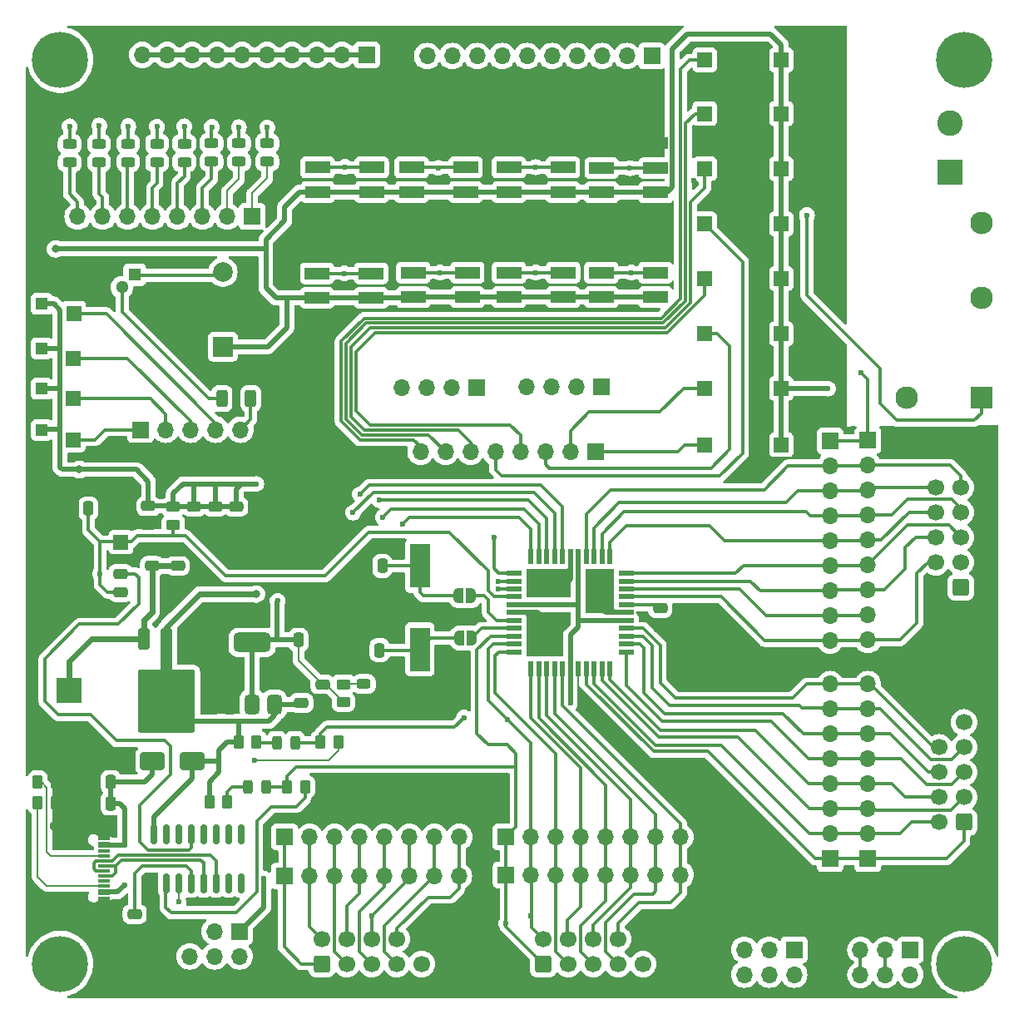
<source format=gbr>
%TF.GenerationSoftware,KiCad,Pcbnew,8.0.4*%
%TF.CreationDate,2025-03-19T03:36:59-05:00*%
%TF.ProjectId,ENRTENADOR ATMEGA1284P,454e5254-454e-4414-944f-522041544d45,rev?*%
%TF.SameCoordinates,Original*%
%TF.FileFunction,Copper,L1,Top*%
%TF.FilePolarity,Positive*%
%FSLAX46Y46*%
G04 Gerber Fmt 4.6, Leading zero omitted, Abs format (unit mm)*
G04 Created by KiCad (PCBNEW 8.0.4) date 2025-03-19 03:36:59*
%MOMM*%
%LPD*%
G01*
G04 APERTURE LIST*
G04 Aperture macros list*
%AMRoundRect*
0 Rectangle with rounded corners*
0 $1 Rounding radius*
0 $2 $3 $4 $5 $6 $7 $8 $9 X,Y pos of 4 corners*
0 Add a 4 corners polygon primitive as box body*
4,1,4,$2,$3,$4,$5,$6,$7,$8,$9,$2,$3,0*
0 Add four circle primitives for the rounded corners*
1,1,$1+$1,$2,$3*
1,1,$1+$1,$4,$5*
1,1,$1+$1,$6,$7*
1,1,$1+$1,$8,$9*
0 Add four rect primitives between the rounded corners*
20,1,$1+$1,$2,$3,$4,$5,0*
20,1,$1+$1,$4,$5,$6,$7,0*
20,1,$1+$1,$6,$7,$8,$9,0*
20,1,$1+$1,$8,$9,$2,$3,0*%
%AMFreePoly0*
4,1,19,0.500000,-0.750000,0.000000,-0.750000,0.000000,-0.744911,-0.071157,-0.744911,-0.207708,-0.704816,-0.327430,-0.627875,-0.420627,-0.520320,-0.479746,-0.390866,-0.500000,-0.250000,-0.500000,0.250000,-0.479746,0.390866,-0.420627,0.520320,-0.327430,0.627875,-0.207708,0.704816,-0.071157,0.744911,0.000000,0.744911,0.000000,0.750000,0.500000,0.750000,0.500000,-0.750000,0.500000,-0.750000,
$1*%
%AMFreePoly1*
4,1,19,0.000000,0.744911,0.071157,0.744911,0.207708,0.704816,0.327430,0.627875,0.420627,0.520320,0.479746,0.390866,0.500000,0.250000,0.500000,-0.250000,0.479746,-0.390866,0.420627,-0.520320,0.327430,-0.627875,0.207708,-0.704816,0.071157,-0.744911,0.000000,-0.744911,0.000000,-0.750000,-0.500000,-0.750000,-0.500000,0.750000,0.000000,0.750000,0.000000,0.744911,0.000000,0.744911,
$1*%
G04 Aperture macros list end*
%TA.AperFunction,ComponentPad*%
%ADD10C,1.300000*%
%TD*%
%TA.AperFunction,ComponentPad*%
%ADD11R,1.300000X1.300000*%
%TD*%
%TA.AperFunction,SMDPad,CuDef*%
%ADD12RoundRect,0.243750X-0.456250X0.243750X-0.456250X-0.243750X0.456250X-0.243750X0.456250X0.243750X0*%
%TD*%
%TA.AperFunction,ComponentPad*%
%ADD13R,2.600000X2.600000*%
%TD*%
%TA.AperFunction,ComponentPad*%
%ADD14C,2.600000*%
%TD*%
%TA.AperFunction,ComponentPad*%
%ADD15R,1.700000X1.700000*%
%TD*%
%TA.AperFunction,ComponentPad*%
%ADD16O,1.700000X1.700000*%
%TD*%
%TA.AperFunction,SMDPad,CuDef*%
%ADD17R,2.500000X1.200000*%
%TD*%
%TA.AperFunction,SMDPad,CuDef*%
%ADD18R,1.500000X1.500000*%
%TD*%
%TA.AperFunction,ComponentPad*%
%ADD19RoundRect,0.250000X0.600000X0.600000X-0.600000X0.600000X-0.600000X-0.600000X0.600000X-0.600000X0*%
%TD*%
%TA.AperFunction,ComponentPad*%
%ADD20C,1.700000*%
%TD*%
%TA.AperFunction,SMDPad,CuDef*%
%ADD21RoundRect,0.150000X0.150000X-0.825000X0.150000X0.825000X-0.150000X0.825000X-0.150000X-0.825000X0*%
%TD*%
%TA.AperFunction,SMDPad,CuDef*%
%ADD22RoundRect,0.250000X0.250000X0.475000X-0.250000X0.475000X-0.250000X-0.475000X0.250000X-0.475000X0*%
%TD*%
%TA.AperFunction,SMDPad,CuDef*%
%ADD23RoundRect,0.250000X-0.262500X-0.450000X0.262500X-0.450000X0.262500X0.450000X-0.262500X0.450000X0*%
%TD*%
%TA.AperFunction,SMDPad,CuDef*%
%ADD24RoundRect,0.250000X0.312500X0.625000X-0.312500X0.625000X-0.312500X-0.625000X0.312500X-0.625000X0*%
%TD*%
%TA.AperFunction,SMDPad,CuDef*%
%ADD25RoundRect,0.243750X0.456250X-0.243750X0.456250X0.243750X-0.456250X0.243750X-0.456250X-0.243750X0*%
%TD*%
%TA.AperFunction,SMDPad,CuDef*%
%ADD26R,2.000000X4.500000*%
%TD*%
%TA.AperFunction,SMDPad,CuDef*%
%ADD27FreePoly0,180.000000*%
%TD*%
%TA.AperFunction,SMDPad,CuDef*%
%ADD28FreePoly1,180.000000*%
%TD*%
%TA.AperFunction,SMDPad,CuDef*%
%ADD29RoundRect,0.250000X0.475000X-0.250000X0.475000X0.250000X-0.475000X0.250000X-0.475000X-0.250000X0*%
%TD*%
%TA.AperFunction,SMDPad,CuDef*%
%ADD30RoundRect,0.250000X-0.350000X0.850000X-0.350000X-0.850000X0.350000X-0.850000X0.350000X0.850000X0*%
%TD*%
%TA.AperFunction,SMDPad,CuDef*%
%ADD31RoundRect,0.250000X-1.125000X1.275000X-1.125000X-1.275000X1.125000X-1.275000X1.125000X1.275000X0*%
%TD*%
%TA.AperFunction,SMDPad,CuDef*%
%ADD32RoundRect,0.249997X-2.650003X2.950003X-2.650003X-2.950003X2.650003X-2.950003X2.650003X2.950003X0*%
%TD*%
%TA.AperFunction,SMDPad,CuDef*%
%ADD33RoundRect,0.250000X-0.475000X0.250000X-0.475000X-0.250000X0.475000X-0.250000X0.475000X0.250000X0*%
%TD*%
%TA.AperFunction,SMDPad,CuDef*%
%ADD34R,1.500000X0.550000*%
%TD*%
%TA.AperFunction,SMDPad,CuDef*%
%ADD35R,0.550000X1.500000*%
%TD*%
%TA.AperFunction,SMDPad,CuDef*%
%ADD36RoundRect,0.250000X0.450000X-0.262500X0.450000X0.262500X-0.450000X0.262500X-0.450000X-0.262500X0*%
%TD*%
%TA.AperFunction,SMDPad,CuDef*%
%ADD37RoundRect,0.250000X1.000000X0.650000X-1.000000X0.650000X-1.000000X-0.650000X1.000000X-0.650000X0*%
%TD*%
%TA.AperFunction,ComponentPad*%
%ADD38RoundRect,0.250000X0.600000X-0.600000X0.600000X0.600000X-0.600000X0.600000X-0.600000X-0.600000X0*%
%TD*%
%TA.AperFunction,ComponentPad*%
%ADD39C,5.700000*%
%TD*%
%TA.AperFunction,SMDPad,CuDef*%
%ADD40R,1.200000X1.200000*%
%TD*%
%TA.AperFunction,SMDPad,CuDef*%
%ADD41R,1.500000X1.600000*%
%TD*%
%TA.AperFunction,SMDPad,CuDef*%
%ADD42RoundRect,0.250000X-0.250000X-0.475000X0.250000X-0.475000X0.250000X0.475000X-0.250000X0.475000X0*%
%TD*%
%TA.AperFunction,SMDPad,CuDef*%
%ADD43RoundRect,0.250000X0.262500X0.450000X-0.262500X0.450000X-0.262500X-0.450000X0.262500X-0.450000X0*%
%TD*%
%TA.AperFunction,ComponentPad*%
%ADD44O,1.600000X1.000000*%
%TD*%
%TA.AperFunction,ComponentPad*%
%ADD45O,2.100000X1.000000*%
%TD*%
%TA.AperFunction,SMDPad,CuDef*%
%ADD46R,1.150000X0.300000*%
%TD*%
%TA.AperFunction,SMDPad,CuDef*%
%ADD47RoundRect,0.243750X0.243750X0.456250X-0.243750X0.456250X-0.243750X-0.456250X0.243750X-0.456250X0*%
%TD*%
%TA.AperFunction,ComponentPad*%
%ADD48C,2.000000*%
%TD*%
%TA.AperFunction,ComponentPad*%
%ADD49R,2.000000X2.000000*%
%TD*%
%TA.AperFunction,SMDPad,CuDef*%
%ADD50RoundRect,0.375000X0.375000X-0.625000X0.375000X0.625000X-0.375000X0.625000X-0.375000X-0.625000X0*%
%TD*%
%TA.AperFunction,SMDPad,CuDef*%
%ADD51RoundRect,0.500000X1.400000X-0.500000X1.400000X0.500000X-1.400000X0.500000X-1.400000X-0.500000X0*%
%TD*%
%TA.AperFunction,ComponentPad*%
%ADD52R,2.300000X2.300000*%
%TD*%
%TA.AperFunction,ComponentPad*%
%ADD53C,2.300000*%
%TD*%
%TA.AperFunction,ViaPad*%
%ADD54C,0.600000*%
%TD*%
%TA.AperFunction,ViaPad*%
%ADD55C,0.800000*%
%TD*%
%TA.AperFunction,Conductor*%
%ADD56C,0.500000*%
%TD*%
%TA.AperFunction,Conductor*%
%ADD57C,0.350000*%
%TD*%
%TA.AperFunction,Conductor*%
%ADD58C,0.200000*%
%TD*%
%TA.AperFunction,Conductor*%
%ADD59C,0.300000*%
%TD*%
%TA.AperFunction,Conductor*%
%ADD60C,0.600000*%
%TD*%
%TA.AperFunction,Conductor*%
%ADD61C,1.200000*%
%TD*%
G04 APERTURE END LIST*
D10*
%TO.P,Q2,3,E*%
%TO.N,GND*%
X11560000Y-28420000D03*
%TO.P,Q2,2,B*%
%TO.N,Net-(Q2-B)*%
X10290000Y-27150000D03*
D11*
%TO.P,Q2,1,C*%
%TO.N,Net-(BZ1-+)*%
X11560000Y-25880000D03*
%TD*%
D12*
%TO.P,D9,1,K*%
%TO.N,Net-(D9-K)*%
X22200000Y-12475000D03*
%TO.P,D9,2,A*%
%TO.N,Net-(D9-A)*%
X22200000Y-14350000D03*
%TD*%
%TO.P,D10,1,K*%
%TO.N,Net-(D10-K)*%
X19400000Y-12475000D03*
%TO.P,D10,2,A*%
%TO.N,Net-(D10-A)*%
X19400000Y-14350000D03*
%TD*%
D13*
%TO.P,J1,1,Pin_1*%
%TO.N,VEXT*%
X4925000Y-68150000D03*
D14*
%TO.P,J1,2,Pin_2*%
%TO.N,GND*%
X4925000Y-73150000D03*
%TD*%
D15*
%TO.P,J8,1,Pin_1*%
%TO.N,Net-(J8-Pin_1)*%
X58450000Y-43900000D03*
D16*
%TO.P,J8,2,Pin_2*%
%TO.N,Net-(J8-Pin_2)*%
X55910000Y-43900000D03*
%TO.P,J8,3,Pin_3*%
%TO.N,Net-(J8-Pin_3)*%
X53370000Y-43900000D03*
%TO.P,J8,4,Pin_4*%
%TO.N,Net-(J8-Pin_4)*%
X50830000Y-43900000D03*
%TO.P,J8,5,Pin_5*%
%TO.N,Net-(J8-Pin_5)*%
X48290000Y-43900000D03*
%TO.P,J8,6,Pin_6*%
%TO.N,Net-(J8-Pin_6)*%
X45750000Y-43900000D03*
%TO.P,J8,7,Pin_7*%
%TO.N,Net-(J8-Pin_7)*%
X43210000Y-43900000D03*
%TO.P,J8,8,Pin_8*%
%TO.N,Net-(J8-Pin_8)*%
X40670000Y-43900000D03*
%TD*%
D17*
%TO.P,S4,1*%
%TO.N,+5V*%
X35650000Y-28225000D03*
%TO.P,S4,2*%
%TO.N,Net-(R19-Pad1)*%
X35650000Y-25725000D03*
%TO.P,S4,3*%
%TO.N,GND*%
X35650000Y-23225000D03*
%TO.P,S4,4*%
%TO.N,+5V*%
X30150000Y-28225000D03*
%TO.P,S4,5*%
%TO.N,Net-(R19-Pad1)*%
X30150000Y-25725000D03*
%TO.P,S4,6*%
%TO.N,GND*%
X30150000Y-23225000D03*
%TD*%
D18*
%TO.P,BT1,1,1*%
%TO.N,+5V*%
X77400000Y-43170000D03*
%TO.P,BT1,2,2*%
%TO.N,Net-(J8-Pin_1)*%
X69600000Y-43170000D03*
%TD*%
D19*
%TO.P,J17,1,Pin_1*%
%TO.N,+5V*%
X95675000Y-57675000D03*
D20*
%TO.P,J17,2,Pin_2*%
%TO.N,GND*%
X93135000Y-57675000D03*
%TO.P,J17,3,Pin_3*%
%TO.N,PA6*%
X95675000Y-55135000D03*
%TO.P,J17,4,Pin_4*%
%TO.N,PA7*%
X93135000Y-55135000D03*
%TO.P,J17,5,Pin_5*%
%TO.N,PA4*%
X95675000Y-52595000D03*
%TO.P,J17,6,Pin_6*%
%TO.N,PA5*%
X93135000Y-52595000D03*
%TO.P,J17,7,Pin_7*%
%TO.N,PA2*%
X95675000Y-50055000D03*
%TO.P,J17,8,Pin_8*%
%TO.N,PA3*%
X93135000Y-50055000D03*
%TO.P,J17,9,Pin_9*%
%TO.N,PA0*%
X95675000Y-47515000D03*
%TO.P,J17,10,Pin_10*%
%TO.N,PA1*%
X93135000Y-47515000D03*
%TD*%
D21*
%TO.P,U1,1,GND*%
%TO.N,GND*%
X13490000Y-87810000D03*
%TO.P,U1,2,TXD*%
%TO.N,Net-(U1-TXD)*%
X14760000Y-87810000D03*
%TO.P,U1,3,RXD*%
%TO.N,Net-(U1-RXD)*%
X16030000Y-87810000D03*
%TO.P,U1,4,V3*%
%TO.N,Net-(U1-V3)*%
X17300000Y-87810000D03*
%TO.P,U1,5,UD+*%
%TO.N,UD+*%
X18570000Y-87810000D03*
%TO.P,U1,6,UD-*%
%TO.N,UD-*%
X19840000Y-87810000D03*
%TO.P,U1,7,NC*%
%TO.N,unconnected-(U1-NC-Pad7)*%
X21110000Y-87810000D03*
%TO.P,U1,8,~{OUT}/~{DTR}*%
%TO.N,unconnected-(U1-~{OUT}{slash}~{DTR}-Pad8)*%
X22380000Y-87810000D03*
%TO.P,U1,9,~{CTS}*%
%TO.N,unconnected-(U1-~{CTS}-Pad9)*%
X22380000Y-82860000D03*
%TO.P,U1,10,~{DSR}*%
%TO.N,unconnected-(U1-~{DSR}-Pad10)*%
X21110000Y-82860000D03*
%TO.P,U1,11,~{RI}*%
%TO.N,unconnected-(U1-~{RI}-Pad11)*%
X19840000Y-82860000D03*
%TO.P,U1,12,~{DCD}*%
%TO.N,unconnected-(U1-~{DCD}-Pad12)*%
X18570000Y-82860000D03*
%TO.P,U1,13,~{DTR}*%
%TO.N,DTR*%
X17300000Y-82860000D03*
%TO.P,U1,14,~{RTS}*%
%TO.N,unconnected-(U1-~{RTS}-Pad14)*%
X16030000Y-82860000D03*
%TO.P,U1,15,R232*%
%TO.N,unconnected-(U1-R232-Pad15)*%
X14760000Y-82860000D03*
%TO.P,U1,16,VCC*%
%TO.N,+5V*%
X13490000Y-82860000D03*
%TD*%
D22*
%TO.P,C2,1*%
%TO.N,VBUS*%
X9110000Y-79680000D03*
%TO.P,C2,2*%
%TO.N,GND*%
X7210000Y-79680000D03*
%TD*%
D23*
%TO.P,R3,1*%
%TO.N,+5V*%
X19175000Y-79500000D03*
%TO.P,R3,2*%
%TO.N,Net-(D3-A)*%
X21000000Y-79500000D03*
%TD*%
D18*
%TO.P,BT8,1,1*%
%TO.N,+5V*%
X77400000Y-4020000D03*
%TO.P,BT8,2,2*%
%TO.N,Net-(J8-Pin_8)*%
X69600000Y-4020000D03*
%TD*%
D24*
%TO.P,R9,2*%
%TO.N,Net-(Q2-B)*%
X20467500Y-38470000D03*
%TO.P,R9,1*%
%TO.N,BUZZER*%
X23392500Y-38470000D03*
%TD*%
D12*
%TO.P,D12,1,K*%
%TO.N,Net-(D12-K)*%
X13850000Y-12537500D03*
%TO.P,D12,2,A*%
%TO.N,Net-(D12-A)*%
X13850000Y-14412500D03*
%TD*%
D18*
%TO.P,BT4,1,1*%
%TO.N,+5V*%
X77400000Y-26250000D03*
%TO.P,BT4,2,2*%
%TO.N,Net-(J8-Pin_4)*%
X69600000Y-26250000D03*
%TD*%
D25*
%TO.P,D5,1,K*%
%TO.N,GND*%
X34900000Y-69385000D03*
%TO.P,D5,2,A*%
%TO.N,Net-(D5-A)*%
X34900000Y-67510000D03*
%TD*%
D15*
%TO.P,J20,1,Pin_1*%
%TO.N,RELAY*%
X86200000Y-42730000D03*
D16*
%TO.P,J20,2,Pin_2*%
%TO.N,PA0*%
X86200000Y-45270000D03*
%TO.P,J20,3,Pin_3*%
%TO.N,PA1*%
X86200000Y-47810000D03*
%TO.P,J20,4,Pin_4*%
%TO.N,PA2*%
X86200000Y-50350000D03*
%TO.P,J20,5,Pin_5*%
%TO.N,PA3*%
X86200000Y-52890000D03*
%TO.P,J20,6,Pin_6*%
%TO.N,PA4*%
X86200000Y-55430000D03*
%TO.P,J20,7,Pin_7*%
%TO.N,PA5*%
X86200000Y-57970000D03*
%TO.P,J20,8,Pin_8*%
%TO.N,PA6*%
X86200000Y-60510000D03*
%TO.P,J20,9,Pin_9*%
%TO.N,PA7*%
X86200000Y-63050000D03*
%TD*%
D15*
%TO.P,J10,1,Pin_1*%
%TO.N,Net-(D8-A)*%
X23550000Y-19950000D03*
D16*
%TO.P,J10,2,Pin_2*%
%TO.N,Net-(D9-A)*%
X21010000Y-19950000D03*
%TO.P,J10,3,Pin_3*%
%TO.N,Net-(D10-A)*%
X18470000Y-19950000D03*
%TO.P,J10,4,Pin_4*%
%TO.N,Net-(D11-A)*%
X15930000Y-19950000D03*
%TO.P,J10,5,Pin_5*%
%TO.N,Net-(D12-A)*%
X13390000Y-19950000D03*
%TO.P,J10,6,Pin_6*%
%TO.N,Net-(D13-A)*%
X10850000Y-19950000D03*
%TO.P,J10,7,Pin_7*%
%TO.N,Net-(D14-A)*%
X8310000Y-19950000D03*
%TO.P,J10,8,Pin_8*%
%TO.N,Net-(D15-A)*%
X5770000Y-19950000D03*
%TD*%
D26*
%TO.P,Y1,1,1*%
%TO.N,Net-(JP1-B)*%
X40600000Y-64000000D03*
%TO.P,Y1,2,2*%
%TO.N,Net-(JP2-B)*%
X40600000Y-55500000D03*
%TD*%
D27*
%TO.P,JP2,1,A*%
%TO.N,Net-(JP2-A)*%
X45825000Y-58550000D03*
D28*
%TO.P,JP2,2,B*%
%TO.N,Net-(JP2-B)*%
X44525000Y-58550000D03*
%TD*%
D18*
%TO.P,BT5,1,1*%
%TO.N,+5V*%
X77400000Y-20700000D03*
%TO.P,BT5,2,2*%
%TO.N,Net-(J8-Pin_5)*%
X69600000Y-20700000D03*
%TD*%
D29*
%TO.P,C5,1*%
%TO.N,VEXT*%
X15960000Y-55520000D03*
%TO.P,C5,2*%
%TO.N,GND*%
X15960000Y-53620000D03*
%TD*%
D19*
%TO.P,J19,1,Pin_1*%
%TO.N,PC0*%
X95980000Y-81600000D03*
D20*
%TO.P,J19,2,Pin_2*%
%TO.N,PC1*%
X93440000Y-81600000D03*
%TO.P,J19,3,Pin_3*%
%TO.N,PC2*%
X95980000Y-79060000D03*
%TO.P,J19,4,Pin_4*%
%TO.N,PC3*%
X93440000Y-79060000D03*
%TO.P,J19,5,Pin_5*%
%TO.N,PC4*%
X95980000Y-76520000D03*
%TO.P,J19,6,Pin_6*%
%TO.N,PC5*%
X93440000Y-76520000D03*
%TO.P,J19,7,Pin_7*%
%TO.N,PC6*%
X95980000Y-73980000D03*
%TO.P,J19,8,Pin_8*%
%TO.N,PC7*%
X93440000Y-73980000D03*
%TO.P,J19,9,Pin_9*%
%TO.N,+5V*%
X95980000Y-71440000D03*
%TO.P,J19,10,Pin_10*%
%TO.N,GND*%
X93440000Y-71440000D03*
%TD*%
D15*
%TO.P,PORTD1,1,Pin_1*%
%TO.N,PD0*%
X49360000Y-83100000D03*
D16*
%TO.P,PORTD1,2,Pin_2*%
%TO.N,PD1*%
X51900000Y-83100000D03*
%TO.P,PORTD1,3,Pin_3*%
%TO.N,PD2*%
X54440000Y-83100000D03*
%TO.P,PORTD1,4,Pin_4*%
%TO.N,PD3*%
X56980000Y-83100000D03*
%TO.P,PORTD1,5,Pin_5*%
%TO.N,PD4*%
X59520000Y-83100000D03*
%TO.P,PORTD1,6,Pin_6*%
%TO.N,PD5*%
X62060000Y-83100000D03*
%TO.P,PORTD1,7,Pin_7*%
%TO.N,PD6*%
X64600000Y-83100000D03*
%TO.P,PORTD1,8,Pin_8*%
%TO.N,PD7*%
X67140000Y-83100000D03*
%TD*%
D30*
%TO.P,U2,1,GND*%
%TO.N,GND*%
X17110000Y-62950000D03*
%TO.P,U2,2,VO*%
%TO.N,+5V*%
X14830000Y-62950000D03*
D31*
X16355000Y-67575000D03*
X13305000Y-67575000D03*
D32*
X14830000Y-69250000D03*
D31*
X16355000Y-70925000D03*
X13305000Y-70925000D03*
D30*
%TO.P,U2,3,VI*%
%TO.N,VEXT*%
X12550000Y-62950000D03*
%TD*%
D15*
%TO.P,J7,1,Pin_1*%
%TO.N,+5V*%
X35205000Y-3485000D03*
D16*
%TO.P,J7,2,Pin_2*%
%TO.N,GND*%
X35205000Y-6025000D03*
%TO.P,J7,3,Pin_3*%
%TO.N,+5V*%
X32665000Y-3485000D03*
%TO.P,J7,4,Pin_4*%
%TO.N,GND*%
X32665000Y-6025000D03*
%TO.P,J7,5,Pin_5*%
%TO.N,+5V*%
X30125000Y-3485000D03*
%TO.P,J7,6,Pin_6*%
%TO.N,GND*%
X30125000Y-6025000D03*
%TO.P,J7,7,Pin_7*%
%TO.N,+5V*%
X27585000Y-3485000D03*
%TO.P,J7,8,Pin_8*%
%TO.N,GND*%
X27585000Y-6025000D03*
%TO.P,J7,9,Pin_9*%
%TO.N,+5V*%
X25045000Y-3485000D03*
%TO.P,J7,10,Pin_10*%
%TO.N,GND*%
X25045000Y-6025000D03*
%TO.P,J7,11,Pin_11*%
%TO.N,+5V*%
X22505000Y-3485000D03*
%TO.P,J7,12,Pin_12*%
%TO.N,GND*%
X22505000Y-6025000D03*
%TO.P,J7,13,Pin_13*%
%TO.N,+5V*%
X19965000Y-3485000D03*
%TO.P,J7,14,Pin_14*%
%TO.N,GND*%
X19965000Y-6025000D03*
%TO.P,J7,15,Pin_15*%
%TO.N,+5V*%
X17425000Y-3485000D03*
%TO.P,J7,16,Pin_16*%
%TO.N,GND*%
X17425000Y-6025000D03*
%TO.P,J7,17,Pin_17*%
%TO.N,+5V*%
X14885000Y-3485000D03*
%TO.P,J7,18,Pin_18*%
%TO.N,GND*%
X14885000Y-6025000D03*
%TO.P,J7,19,Pin_19*%
%TO.N,+5V*%
X12345000Y-3485000D03*
%TO.P,J7,20,Pin_20*%
%TO.N,GND*%
X12345000Y-6025000D03*
%TD*%
D23*
%TO.P,R4,1*%
%TO.N,+5V*%
X22160000Y-73450000D03*
%TO.P,R4,2*%
%TO.N,Net-(D4-A)*%
X23985000Y-73450000D03*
%TD*%
D15*
%TO.P,J13,1,Pin_1*%
%TO.N,RELAY*%
X82350000Y-42780000D03*
D16*
%TO.P,J13,2,Pin_2*%
%TO.N,PA0*%
X82350000Y-45320000D03*
%TO.P,J13,3,Pin_3*%
%TO.N,PA1*%
X82350000Y-47860000D03*
%TO.P,J13,4,Pin_4*%
%TO.N,PA2*%
X82350000Y-50400000D03*
%TO.P,J13,5,Pin_5*%
%TO.N,PA3*%
X82350000Y-52940000D03*
%TO.P,J13,6,Pin_6*%
%TO.N,PA4*%
X82350000Y-55480000D03*
%TO.P,J13,7,Pin_7*%
%TO.N,PA5*%
X82350000Y-58020000D03*
%TO.P,J13,8,Pin_8*%
%TO.N,PA6*%
X82350000Y-60560000D03*
%TO.P,J13,9,Pin_9*%
%TO.N,PA7*%
X82350000Y-63100000D03*
%TD*%
D33*
%TO.P,C8,1*%
%TO.N,+5V*%
X12975000Y-49425000D03*
%TO.P,C8,2*%
%TO.N,GND*%
X12975000Y-51325000D03*
%TD*%
D15*
%TO.P,J16,1,Pin_1*%
%TO.N,PD0*%
X49380000Y-86950000D03*
D16*
%TO.P,J16,2,Pin_2*%
%TO.N,PD1*%
X51920000Y-86950000D03*
%TO.P,J16,3,Pin_3*%
%TO.N,PD2*%
X54460000Y-86950000D03*
%TO.P,J16,4,Pin_4*%
%TO.N,PD3*%
X57000000Y-86950000D03*
%TO.P,J16,5,Pin_5*%
%TO.N,PD4*%
X59540000Y-86950000D03*
%TO.P,J16,6,Pin_6*%
%TO.N,PD5*%
X62080000Y-86950000D03*
%TO.P,J16,7,Pin_7*%
%TO.N,PD6*%
X64620000Y-86950000D03*
%TO.P,J16,8,Pin_8*%
%TO.N,PD7*%
X67160000Y-86950000D03*
%TD*%
D22*
%TO.P,C15,1*%
%TO.N,Net-(JP2-B)*%
X36775000Y-55500000D03*
%TO.P,C15,2*%
%TO.N,GND*%
X34875000Y-55500000D03*
%TD*%
D15*
%TO.P,J3,1,Pin_1*%
%TO.N,Net-(J3-Pin_1)*%
X12185000Y-41640000D03*
D16*
%TO.P,J3,2,Pin_2*%
%TO.N,Net-(J3-Pin_2)*%
X14725000Y-41640000D03*
%TO.P,J3,3,Pin_3*%
%TO.N,Net-(J3-Pin_3)*%
X17265000Y-41640000D03*
%TO.P,J3,4,Pin_4*%
%TO.N,Net-(J3-Pin_4)*%
X19805000Y-41640000D03*
%TO.P,J3,5,Pin_5*%
%TO.N,BUZZER*%
X22345000Y-41640000D03*
%TD*%
D18*
%TO.P,SW1,1,1*%
%TO.N,RST*%
X10180000Y-53080000D03*
%TO.P,SW1,2,2*%
%TO.N,GND*%
X2380000Y-53080000D03*
%TD*%
D34*
%TO.P,U4,1,PB5*%
%TO.N,MOSI_*%
X50225000Y-56250000D03*
%TO.P,U4,2,PB6*%
%TO.N,MISO_*%
X50225000Y-57050000D03*
%TO.P,U4,3,PB7*%
%TO.N,PB7*%
X50225000Y-57850000D03*
%TO.P,U4,4,~{RESET}*%
%TO.N,RST*%
X50225000Y-58650000D03*
%TO.P,U4,5,VCC*%
%TO.N,+5V*%
X50225000Y-59450000D03*
%TO.P,U4,6,GND*%
%TO.N,GND*%
X50225000Y-60250000D03*
%TO.P,U4,7,XTAL2*%
%TO.N,Net-(JP2-A)*%
X50225000Y-61050000D03*
%TO.P,U4,8,XTAL1*%
%TO.N,Net-(JP1-A)*%
X50225000Y-61850000D03*
%TO.P,U4,9,PD0*%
%TO.N,PD0*%
X50225000Y-62650000D03*
%TO.P,U4,10,PD1*%
%TO.N,PD1*%
X50225000Y-63450000D03*
%TO.P,U4,11,PD2*%
%TO.N,PD2*%
X50225000Y-64250000D03*
D35*
%TO.P,U4,12,PD3*%
%TO.N,PD3*%
X51925000Y-65950000D03*
%TO.P,U4,13,PD4*%
%TO.N,PD4*%
X52725000Y-65950000D03*
%TO.P,U4,14,PD5*%
%TO.N,PD5*%
X53525000Y-65950000D03*
%TO.P,U4,15,PD6*%
%TO.N,PD6*%
X54325000Y-65950000D03*
%TO.P,U4,16,PD7*%
%TO.N,PD7*%
X55125000Y-65950000D03*
%TO.P,U4,17,VCC*%
%TO.N,+5V*%
X55925000Y-65950000D03*
%TO.P,U4,18,GND*%
%TO.N,GND*%
X56725000Y-65950000D03*
%TO.P,U4,19,PC0*%
%TO.N,PC0*%
X57525000Y-65950000D03*
%TO.P,U4,20,PC1*%
%TO.N,PC1*%
X58325000Y-65950000D03*
%TO.P,U4,21,PC2*%
%TO.N,PC2*%
X59125000Y-65950000D03*
%TO.P,U4,22,PC3*%
%TO.N,PC3*%
X59925000Y-65950000D03*
D34*
%TO.P,U4,23,PC4*%
%TO.N,PC4*%
X61625000Y-64250000D03*
%TO.P,U4,24,PC5*%
%TO.N,PC5*%
X61625000Y-63450000D03*
%TO.P,U4,25,PC6*%
%TO.N,PC6*%
X61625000Y-62650000D03*
%TO.P,U4,26,PC7*%
%TO.N,PC7*%
X61625000Y-61850000D03*
%TO.P,U4,27,AVCC*%
%TO.N,+5V*%
X61625000Y-61050000D03*
%TO.P,U4,28,GND*%
%TO.N,GND*%
X61625000Y-60250000D03*
%TO.P,U4,29,AREF*%
%TO.N,AREF*%
X61625000Y-59450000D03*
%TO.P,U4,30,PA7*%
%TO.N,PA7*%
X61625000Y-58650000D03*
%TO.P,U4,31,PA6*%
%TO.N,PA6*%
X61625000Y-57850000D03*
%TO.P,U4,32,PA5*%
%TO.N,PA5*%
X61625000Y-57050000D03*
%TO.P,U4,33,PA4*%
%TO.N,PA4*%
X61625000Y-56250000D03*
D35*
%TO.P,U4,34,PA3*%
%TO.N,PA3*%
X59925000Y-54550000D03*
%TO.P,U4,35,PA2*%
%TO.N,PA2*%
X59125000Y-54550000D03*
%TO.P,U4,36,PA1*%
%TO.N,PA1*%
X58325000Y-54550000D03*
%TO.P,U4,37,PA0*%
%TO.N,PA0*%
X57525000Y-54550000D03*
%TO.P,U4,38,VCC*%
%TO.N,+5V*%
X56725000Y-54550000D03*
%TO.P,U4,39,GND*%
%TO.N,GND*%
X55925000Y-54550000D03*
%TO.P,U4,40,PB0*%
%TO.N,PB0*%
X55125000Y-54550000D03*
%TO.P,U4,41,PB1*%
%TO.N,PB1*%
X54325000Y-54550000D03*
%TO.P,U4,42,PB2*%
%TO.N,PB2*%
X53525000Y-54550000D03*
%TO.P,U4,43,PB3*%
%TO.N,PB3*%
X52725000Y-54550000D03*
%TO.P,U4,44,PB4*%
%TO.N,PB4*%
X51925000Y-54550000D03*
%TD*%
D27*
%TO.P,JP1,1,A*%
%TO.N,Net-(JP1-A)*%
X45900000Y-62850000D03*
D28*
%TO.P,JP1,2,B*%
%TO.N,Net-(JP1-B)*%
X44600000Y-62850000D03*
%TD*%
D36*
%TO.P,R8,1*%
%TO.N,RST*%
X15500000Y-51300000D03*
%TO.P,R8,2*%
%TO.N,+5V*%
X15500000Y-49475000D03*
%TD*%
D37*
%TO.P,D2,1,K*%
%TO.N,+5V*%
X17390000Y-75370000D03*
%TO.P,D2,2,A*%
%TO.N,VBUS*%
X13390000Y-75370000D03*
%TD*%
D15*
%TO.P,PORTC1,1,Pin_1*%
%TO.N,PC0*%
X82355000Y-85315000D03*
D16*
%TO.P,PORTC1,2,Pin_2*%
%TO.N,PC1*%
X82355000Y-82775000D03*
%TO.P,PORTC1,3,Pin_3*%
%TO.N,PC2*%
X82355000Y-80235000D03*
%TO.P,PORTC1,4,Pin_4*%
%TO.N,PC3*%
X82355000Y-77695000D03*
%TO.P,PORTC1,5,Pin_5*%
%TO.N,PC4*%
X82355000Y-75155000D03*
%TO.P,PORTC1,6,Pin_6*%
%TO.N,PC5*%
X82355000Y-72615000D03*
%TO.P,PORTC1,7,Pin_7*%
%TO.N,PC6*%
X82355000Y-70075000D03*
%TO.P,PORTC1,8,Pin_8*%
%TO.N,PC7*%
X82355000Y-67535000D03*
%TD*%
D38*
%TO.P,J24,1,Pin_1*%
%TO.N,PD0*%
X53160000Y-96030000D03*
D20*
%TO.P,J24,2,Pin_2*%
%TO.N,PD1*%
X53160000Y-93490000D03*
%TO.P,J24,3,Pin_3*%
%TO.N,PD2*%
X55700000Y-96030000D03*
%TO.P,J24,4,Pin_4*%
%TO.N,PD3*%
X55700000Y-93490000D03*
%TO.P,J24,5,Pin_5*%
%TO.N,PD4*%
X58240000Y-96030000D03*
%TO.P,J24,6,Pin_6*%
%TO.N,PD5*%
X58240000Y-93490000D03*
%TO.P,J24,7,Pin_7*%
%TO.N,PD6*%
X60780000Y-96030000D03*
%TO.P,J24,8,Pin_8*%
%TO.N,PD7*%
X60780000Y-93490000D03*
%TO.P,J24,9,Pin_9*%
%TO.N,+5V*%
X63320000Y-96030000D03*
%TO.P,J24,10,Pin_10*%
%TO.N,GND*%
X63320000Y-93490000D03*
%TD*%
D29*
%TO.P,C4,1*%
%TO.N,VEXT*%
X13350000Y-55500000D03*
%TO.P,C4,2*%
%TO.N,GND*%
X13350000Y-53600000D03*
%TD*%
D15*
%TO.P,J6,1,Pin_1*%
%TO.N,+3V3*%
X64205000Y-3610000D03*
D16*
%TO.P,J6,2,Pin_2*%
%TO.N,GND*%
X64205000Y-6150000D03*
%TO.P,J6,3,Pin_3*%
%TO.N,+3V3*%
X61665000Y-3610000D03*
%TO.P,J6,4,Pin_4*%
%TO.N,GND*%
X61665000Y-6150000D03*
%TO.P,J6,5,Pin_5*%
%TO.N,+3V3*%
X59125000Y-3610000D03*
%TO.P,J6,6,Pin_6*%
%TO.N,GND*%
X59125000Y-6150000D03*
%TO.P,J6,7,Pin_7*%
%TO.N,+3V3*%
X56585000Y-3610000D03*
%TO.P,J6,8,Pin_8*%
%TO.N,GND*%
X56585000Y-6150000D03*
%TO.P,J6,9,Pin_9*%
%TO.N,+3V3*%
X54045000Y-3610000D03*
%TO.P,J6,10,Pin_10*%
%TO.N,GND*%
X54045000Y-6150000D03*
%TO.P,J6,11,Pin_11*%
%TO.N,+3V3*%
X51505000Y-3610000D03*
%TO.P,J6,12,Pin_12*%
%TO.N,GND*%
X51505000Y-6150000D03*
%TO.P,J6,13,Pin_13*%
%TO.N,+3V3*%
X48965000Y-3610000D03*
%TO.P,J6,14,Pin_14*%
%TO.N,GND*%
X48965000Y-6150000D03*
%TO.P,J6,15,Pin_15*%
%TO.N,+3V3*%
X46425000Y-3610000D03*
%TO.P,J6,16,Pin_16*%
%TO.N,GND*%
X46425000Y-6150000D03*
%TO.P,J6,17,Pin_17*%
%TO.N,+3V3*%
X43885000Y-3610000D03*
%TO.P,J6,18,Pin_18*%
%TO.N,GND*%
X43885000Y-6150000D03*
%TO.P,J6,19,Pin_19*%
%TO.N,+3V3*%
X41345000Y-3610000D03*
%TO.P,J6,20,Pin_20*%
%TO.N,GND*%
X41345000Y-6150000D03*
%TD*%
D39*
%TO.P,REF\u002A\u002A,1*%
%TO.N,N/C*%
X96000000Y-96000000D03*
%TD*%
D40*
%TO.P,RV4,1,1*%
%TO.N,+5V*%
X2120000Y-28840000D03*
D41*
%TO.P,RV4,2,2*%
%TO.N,Net-(J3-Pin_4)*%
X5370000Y-29840000D03*
D40*
%TO.P,RV4,3,3*%
%TO.N,GND*%
X2120000Y-30840000D03*
%TD*%
D17*
%TO.P,S8,1*%
%TO.N,+5V*%
X35700000Y-17450000D03*
%TO.P,S8,2*%
%TO.N,Net-(R20-Pad1)*%
X35700000Y-14950000D03*
%TO.P,S8,3*%
%TO.N,GND*%
X35700000Y-12450000D03*
%TO.P,S8,4*%
%TO.N,+5V*%
X30200000Y-17450000D03*
%TO.P,S8,5*%
%TO.N,Net-(R20-Pad1)*%
X30200000Y-14950000D03*
%TO.P,S8,6*%
%TO.N,GND*%
X30200000Y-12450000D03*
%TD*%
D33*
%TO.P,C7,1*%
%TO.N,+5V*%
X19775000Y-49475000D03*
%TO.P,C7,2*%
%TO.N,GND*%
X19775000Y-51375000D03*
%TD*%
D17*
%TO.P,S1,1*%
%TO.N,+5V*%
X64575000Y-28150000D03*
%TO.P,S1,2*%
%TO.N,Net-(R13-Pad2)*%
X64575000Y-25650000D03*
%TO.P,S1,3*%
%TO.N,GND*%
X64575000Y-23150000D03*
%TO.P,S1,4*%
%TO.N,+5V*%
X59075000Y-28150000D03*
%TO.P,S1,5*%
%TO.N,Net-(R13-Pad2)*%
X59075000Y-25650000D03*
%TO.P,S1,6*%
%TO.N,GND*%
X59075000Y-23150000D03*
%TD*%
D12*
%TO.P,D11,1,K*%
%TO.N,Net-(D11-K)*%
X16625000Y-12525000D03*
%TO.P,D11,2,A*%
%TO.N,Net-(D11-A)*%
X16625000Y-14400000D03*
%TD*%
D42*
%TO.P,C11,1*%
%TO.N,+3V3*%
X28255000Y-63030000D03*
%TO.P,C11,2*%
%TO.N,GND*%
X30155000Y-63030000D03*
%TD*%
D43*
%TO.P,R1,1*%
%TO.N,Net-(U1-TXD)*%
X28912500Y-78000000D03*
%TO.P,R1,2*%
%TO.N,PD0*%
X27087500Y-78000000D03*
%TD*%
D18*
%TO.P,BT2,1,1*%
%TO.N,+5V*%
X77400000Y-37430000D03*
%TO.P,BT2,2,2*%
%TO.N,Net-(J8-Pin_2)*%
X69600000Y-37430000D03*
%TD*%
D33*
%TO.P,C13,1*%
%TO.N,AREF*%
X65075000Y-59825000D03*
%TO.P,C13,2*%
%TO.N,GND*%
X65075000Y-61725000D03*
%TD*%
D17*
%TO.P,S6,1*%
%TO.N,+5V*%
X55150000Y-17450000D03*
%TO.P,S6,2*%
%TO.N,Net-(R15-Pad1)*%
X55150000Y-14950000D03*
%TO.P,S6,3*%
%TO.N,GND*%
X55150000Y-12450000D03*
%TO.P,S6,4*%
%TO.N,+5V*%
X49650000Y-17450000D03*
%TO.P,S6,5*%
%TO.N,Net-(R15-Pad1)*%
X49650000Y-14950000D03*
%TO.P,S6,6*%
%TO.N,GND*%
X49650000Y-12450000D03*
%TD*%
D36*
%TO.P,R7,1*%
%TO.N,+3V3*%
X32830000Y-69372500D03*
%TO.P,R7,2*%
%TO.N,Net-(D5-A)*%
X32830000Y-67547500D03*
%TD*%
D12*
%TO.P,D8,1,K*%
%TO.N,Net-(D8-K)*%
X25075000Y-12475000D03*
%TO.P,D8,2,A*%
%TO.N,Net-(D8-A)*%
X25075000Y-14350000D03*
%TD*%
D44*
%TO.P,J2,S1,SHIELD*%
%TO.N,GND*%
X3725000Y-90615000D03*
D45*
X7905000Y-90615000D03*
D44*
X3725000Y-81975000D03*
D45*
X7905000Y-81975000D03*
D46*
%TO.P,J2,B12,GND*%
X8470000Y-83245000D03*
%TO.P,J2,B9,VBUS*%
%TO.N,VBUS*%
X8470000Y-84045000D03*
%TO.P,J2,B8,SBU2*%
%TO.N,unconnected-(J2-SBU2-PadB8)*%
X8470000Y-84545000D03*
%TO.P,J2,B7,D-*%
%TO.N,UD-*%
X8470000Y-85545000D03*
%TO.P,J2,B6,D+*%
%TO.N,UD+*%
X8470000Y-87045000D03*
%TO.P,J2,B5,CC2*%
%TO.N,Net-(J2-CC2)*%
X8470000Y-88045000D03*
%TO.P,J2,B4,VBUS*%
%TO.N,VBUS*%
X8470000Y-88545000D03*
%TO.P,J2,B1,GND*%
%TO.N,GND*%
X8470000Y-89345000D03*
%TO.P,J2,A12,GND*%
X8470000Y-89645000D03*
%TO.P,J2,A9,VBUS*%
%TO.N,VBUS*%
X8470000Y-88845000D03*
%TO.P,J2,A8,SBU1*%
%TO.N,unconnected-(J2-SBU1-PadA8)*%
X8470000Y-87545000D03*
%TO.P,J2,A7,D-*%
%TO.N,UD-*%
X8470000Y-86545000D03*
%TO.P,J2,A6,D+*%
%TO.N,UD+*%
X8470000Y-86045000D03*
%TO.P,J2,A5,CC1*%
%TO.N,Net-(J2-CC1)*%
X8470000Y-85045000D03*
%TO.P,J2,A4,VBUS*%
%TO.N,VBUS*%
X8470000Y-83745000D03*
%TO.P,J2,A1,GND*%
%TO.N,GND*%
X8470000Y-82945000D03*
%TD*%
D43*
%TO.P,R2,1*%
%TO.N,Net-(U1-RXD)*%
X32320000Y-73440000D03*
%TO.P,R2,2*%
%TO.N,PD1*%
X30495000Y-73440000D03*
%TD*%
D13*
%TO.P,J9,1,Pin_1*%
%TO.N,/K1-in*%
X94540000Y-15460000D03*
D14*
%TO.P,J9,2,Pin_2*%
%TO.N,/K1-out*%
X94540000Y-10460000D03*
%TD*%
D15*
%TO.P,J4,1,Pin_1*%
%TO.N,Net-(J4-Pin_1)*%
X59075000Y-37300000D03*
D16*
%TO.P,J4,2,Pin_2*%
%TO.N,Net-(J4-Pin_2)*%
X56535000Y-37300000D03*
%TO.P,J4,3,Pin_3*%
%TO.N,Net-(J4-Pin_3)*%
X53995000Y-37300000D03*
%TO.P,J4,4,Pin_4*%
%TO.N,Net-(J4-Pin_4)*%
X51455000Y-37300000D03*
%TD*%
D22*
%TO.P,C14,1*%
%TO.N,Net-(JP1-B)*%
X36500000Y-64075000D03*
%TO.P,C14,2*%
%TO.N,GND*%
X34600000Y-64075000D03*
%TD*%
D33*
%TO.P,C6,1*%
%TO.N,+5V*%
X17625000Y-49475000D03*
%TO.P,C6,2*%
%TO.N,GND*%
X17625000Y-51375000D03*
%TD*%
D22*
%TO.P,C17,1*%
%TO.N,RST*%
X6875000Y-49665000D03*
%TO.P,C17,2*%
%TO.N,GND*%
X4975000Y-49665000D03*
%TD*%
%TO.P,C1,1*%
%TO.N,VBUS*%
X9140000Y-77500000D03*
%TO.P,C1,2*%
%TO.N,GND*%
X7240000Y-77500000D03*
%TD*%
D12*
%TO.P,D13,1,K*%
%TO.N,Net-(D13-K)*%
X10900000Y-12525000D03*
%TO.P,D13,2,A*%
%TO.N,Net-(D13-A)*%
X10900000Y-14400000D03*
%TD*%
D17*
%TO.P,S7,1*%
%TO.N,+5V*%
X45250000Y-17450000D03*
%TO.P,S7,2*%
%TO.N,Net-(R18-Pad1)*%
X45250000Y-14950000D03*
%TO.P,S7,3*%
%TO.N,GND*%
X45250000Y-12450000D03*
%TO.P,S7,4*%
%TO.N,+5V*%
X39750000Y-17450000D03*
%TO.P,S7,5*%
%TO.N,Net-(R18-Pad1)*%
X39750000Y-14950000D03*
%TO.P,S7,6*%
%TO.N,GND*%
X39750000Y-12450000D03*
%TD*%
%TO.P,S3,1*%
%TO.N,+5V*%
X45425000Y-28150000D03*
%TO.P,S3,2*%
%TO.N,Net-(R17-Pad1)*%
X45425000Y-25650000D03*
%TO.P,S3,3*%
%TO.N,GND*%
X45425000Y-23150000D03*
%TO.P,S3,4*%
%TO.N,+5V*%
X39925000Y-28150000D03*
%TO.P,S3,5*%
%TO.N,Net-(R17-Pad1)*%
X39925000Y-25650000D03*
%TO.P,S3,6*%
%TO.N,GND*%
X39925000Y-23150000D03*
%TD*%
D39*
%TO.P,REF\u002A\u002A,1*%
%TO.N,N/C*%
X4000000Y-4000000D03*
%TD*%
D15*
%TO.P,ICSP1,1,Pin_1*%
%TO.N,+5V*%
X22260000Y-92710000D03*
D16*
%TO.P,ICSP1,2,Pin_2*%
%TO.N,MISO_*%
X22260000Y-95250000D03*
%TO.P,ICSP1,3,Pin_3*%
%TO.N,MOSI_*%
X19720000Y-92710000D03*
%TO.P,ICSP1,4,Pin_4*%
%TO.N,PB7*%
X19720000Y-95250000D03*
%TO.P,ICSP1,5,Pin_5*%
%TO.N,GND*%
X17180000Y-92710000D03*
%TO.P,ICSP1,6,Pin_6*%
%TO.N,RST*%
X17180000Y-95250000D03*
%TD*%
D23*
%TO.P,R5,1*%
%TO.N,Net-(J2-CC2)*%
X1710000Y-79620000D03*
%TO.P,R5,2*%
%TO.N,GND*%
X3535000Y-79620000D03*
%TD*%
D18*
%TO.P,BT7,1,1*%
%TO.N,+5V*%
X77400000Y-9470000D03*
%TO.P,BT7,2,2*%
%TO.N,Net-(J8-Pin_7)*%
X69600000Y-9470000D03*
%TD*%
D33*
%TO.P,C3,1*%
%TO.N,Net-(U1-V3)*%
X11575000Y-90950000D03*
%TO.P,C3,2*%
%TO.N,GND*%
X11575000Y-92850000D03*
%TD*%
D39*
%TO.P,REF\u002A\u002A,1*%
%TO.N,N/C*%
X96000000Y-4000000D03*
%TD*%
D12*
%TO.P,D15,1,K*%
%TO.N,Net-(D15-K)*%
X4950000Y-12575000D03*
%TO.P,D15,2,A*%
%TO.N,Net-(D15-A)*%
X4950000Y-14450000D03*
%TD*%
D40*
%TO.P,RV3,1,1*%
%TO.N,+5V*%
X2090000Y-33360000D03*
D41*
%TO.P,RV3,2,2*%
%TO.N,Net-(J3-Pin_3)*%
X5340000Y-34360000D03*
D40*
%TO.P,RV3,3,3*%
%TO.N,GND*%
X2090000Y-35360000D03*
%TD*%
D15*
%TO.P,J14,1,Pin_1*%
%TO.N,PB0*%
X26845000Y-83100000D03*
D16*
%TO.P,J14,2,Pin_2*%
%TO.N,PB1*%
X29385000Y-83100000D03*
%TO.P,J14,3,Pin_3*%
%TO.N,PB2*%
X31925000Y-83100000D03*
%TO.P,J14,4,Pin_4*%
%TO.N,PB3*%
X34465000Y-83100000D03*
%TO.P,J14,5,Pin_5*%
%TO.N,PB4*%
X37005000Y-83100000D03*
%TO.P,J14,6,Pin_6*%
%TO.N,MOSI_*%
X39545000Y-83100000D03*
%TO.P,J14,7,Pin_7*%
%TO.N,MISO_*%
X42085000Y-83100000D03*
%TO.P,J14,8,Pin_8*%
%TO.N,PB7*%
X44625000Y-83100000D03*
%TD*%
D17*
%TO.P,S5,1*%
%TO.N,+5V*%
X64600000Y-17500000D03*
%TO.P,S5,2*%
%TO.N,Net-(R14-Pad2)*%
X64600000Y-15000000D03*
%TO.P,S5,3*%
%TO.N,GND*%
X64600000Y-12500000D03*
%TO.P,S5,4*%
%TO.N,+5V*%
X59100000Y-17500000D03*
%TO.P,S5,5*%
%TO.N,Net-(R14-Pad2)*%
X59100000Y-15000000D03*
%TO.P,S5,6*%
%TO.N,GND*%
X59100000Y-12500000D03*
%TD*%
D39*
%TO.P,REF\u002A\u002A,1*%
%TO.N,N/C*%
X4000000Y-96000000D03*
%TD*%
D29*
%TO.P,C16,1*%
%TO.N,RST*%
X10150000Y-58200000D03*
%TO.P,C16,2*%
%TO.N,DTR*%
X10150000Y-56300000D03*
%TD*%
D38*
%TO.P,J18,1,Pin_1*%
%TO.N,PB0*%
X30625000Y-96015000D03*
D20*
%TO.P,J18,2,Pin_2*%
%TO.N,PB1*%
X30625000Y-93475000D03*
%TO.P,J18,3,Pin_3*%
%TO.N,PB2*%
X33165000Y-96015000D03*
%TO.P,J18,4,Pin_4*%
%TO.N,PB3*%
X33165000Y-93475000D03*
%TO.P,J18,5,Pin_5*%
%TO.N,PB4*%
X35705000Y-96015000D03*
%TO.P,J18,6,Pin_6*%
%TO.N,MOSI_*%
X35705000Y-93475000D03*
%TO.P,J18,7,Pin_7*%
%TO.N,MISO_*%
X38245000Y-96015000D03*
%TO.P,J18,8,Pin_8*%
%TO.N,PB7*%
X38245000Y-93475000D03*
%TO.P,J18,9,Pin_9*%
%TO.N,+5V*%
X40785000Y-96015000D03*
%TO.P,J18,10,Pin_10*%
%TO.N,GND*%
X40785000Y-93475000D03*
%TD*%
D15*
%TO.P,J5,1,Pin_1*%
%TO.N,Net-(J5-Pin_1)*%
X46375000Y-37325000D03*
D16*
%TO.P,J5,2,Pin_2*%
%TO.N,Net-(J5-Pin_2)*%
X43835000Y-37325000D03*
%TO.P,J5,3,Pin_3*%
%TO.N,Net-(J5-Pin_3)*%
X41295000Y-37325000D03*
%TO.P,J5,4,Pin_4*%
%TO.N,Net-(J5-Pin_4)*%
X38755000Y-37325000D03*
%TD*%
D23*
%TO.P,R6,1*%
%TO.N,Net-(J2-CC1)*%
X1707500Y-77530000D03*
%TO.P,R6,2*%
%TO.N,GND*%
X3532500Y-77530000D03*
%TD*%
D47*
%TO.P,D4,1,K*%
%TO.N,PD1*%
X27905000Y-73490000D03*
%TO.P,D4,2,A*%
%TO.N,Net-(D4-A)*%
X26030000Y-73490000D03*
%TD*%
D48*
%TO.P,BZ1,2,+*%
%TO.N,Net-(BZ1-+)*%
X20550000Y-25600000D03*
D49*
%TO.P,BZ1,1,-*%
%TO.N,+5V*%
X20550000Y-33200000D03*
%TD*%
D40*
%TO.P,RV1,1,1*%
%TO.N,+5V*%
X2090000Y-41670000D03*
D41*
%TO.P,RV1,2,2*%
%TO.N,Net-(J3-Pin_1)*%
X5340000Y-42670000D03*
D40*
%TO.P,RV1,3,3*%
%TO.N,GND*%
X2090000Y-43670000D03*
%TD*%
D15*
%TO.P,J11,1,Pin_1*%
%TO.N,+5V*%
X78700000Y-94570000D03*
D16*
%TO.P,J11,2,Pin_2*%
X78700000Y-97110000D03*
%TO.P,J11,3,Pin_3*%
%TO.N,PD0*%
X76160000Y-94570000D03*
%TO.P,J11,4,Pin_4*%
X76160000Y-97110000D03*
%TO.P,J11,5,Pin_5*%
%TO.N,PD1*%
X73620000Y-94570000D03*
%TO.P,J11,6,Pin_6*%
X73620000Y-97110000D03*
%TO.P,J11,7,Pin_7*%
%TO.N,GND*%
X71080000Y-94570000D03*
%TO.P,J11,8,Pin_8*%
X71080000Y-97110000D03*
%TD*%
D33*
%TO.P,C12,1*%
%TO.N,+5V*%
X21900000Y-49475000D03*
%TO.P,C12,2*%
%TO.N,GND*%
X21900000Y-51375000D03*
%TD*%
%TO.P,C10,1*%
%TO.N,+3V3*%
X30680000Y-67560000D03*
%TO.P,C10,2*%
%TO.N,GND*%
X30680000Y-69460000D03*
%TD*%
D47*
%TO.P,D3,1,K*%
%TO.N,PD0*%
X24937500Y-78000000D03*
%TO.P,D3,2,A*%
%TO.N,Net-(D3-A)*%
X23062500Y-78000000D03*
%TD*%
D18*
%TO.P,BT3,1,1*%
%TO.N,+5V*%
X77400000Y-31880000D03*
%TO.P,BT3,2,2*%
%TO.N,Net-(J8-Pin_3)*%
X69600000Y-31880000D03*
%TD*%
D15*
%TO.P,J15,1,Pin_1*%
%TO.N,PC0*%
X86205000Y-85315000D03*
D16*
%TO.P,J15,2,Pin_2*%
%TO.N,PC1*%
X86205000Y-82775000D03*
%TO.P,J15,3,Pin_3*%
%TO.N,PC2*%
X86205000Y-80235000D03*
%TO.P,J15,4,Pin_4*%
%TO.N,PC3*%
X86205000Y-77695000D03*
%TO.P,J15,5,Pin_5*%
%TO.N,PC4*%
X86205000Y-75155000D03*
%TO.P,J15,6,Pin_6*%
%TO.N,PC5*%
X86205000Y-72615000D03*
%TO.P,J15,7,Pin_7*%
%TO.N,PC6*%
X86205000Y-70075000D03*
%TO.P,J15,8,Pin_8*%
%TO.N,PC7*%
X86205000Y-67535000D03*
%TD*%
D50*
%TO.P,U3,1,GND*%
%TO.N,GND*%
X21225000Y-69600000D03*
%TO.P,U3,2,VO*%
%TO.N,+3V3*%
X23525000Y-69600000D03*
D51*
X23525000Y-63300000D03*
D50*
%TO.P,U3,3,VI*%
%TO.N,+5V*%
X25825000Y-69600000D03*
%TD*%
D18*
%TO.P,BT6,1,1*%
%TO.N,+5V*%
X77400000Y-15070000D03*
%TO.P,BT6,2,2*%
%TO.N,Net-(J8-Pin_6)*%
X69600000Y-15070000D03*
%TD*%
D40*
%TO.P,RV2,1,1*%
%TO.N,+5V*%
X2090000Y-37480000D03*
D41*
%TO.P,RV2,2,2*%
%TO.N,Net-(J3-Pin_2)*%
X5340000Y-38480000D03*
D40*
%TO.P,RV2,3,3*%
%TO.N,GND*%
X2090000Y-39480000D03*
%TD*%
D12*
%TO.P,D14,1,K*%
%TO.N,Net-(D14-K)*%
X7950000Y-12550000D03*
%TO.P,D14,2,A*%
%TO.N,Net-(D14-A)*%
X7950000Y-14425000D03*
%TD*%
D29*
%TO.P,C9,1*%
%TO.N,+5V*%
X28530000Y-69450000D03*
%TO.P,C9,2*%
%TO.N,GND*%
X28530000Y-67550000D03*
%TD*%
D17*
%TO.P,S2,1*%
%TO.N,+5V*%
X55175000Y-28150000D03*
%TO.P,S2,2*%
%TO.N,Net-(R16-Pad1)*%
X55175000Y-25650000D03*
%TO.P,S2,3*%
%TO.N,GND*%
X55175000Y-23150000D03*
%TO.P,S2,4*%
%TO.N,+5V*%
X49675000Y-28150000D03*
%TO.P,S2,5*%
%TO.N,Net-(R16-Pad1)*%
X49675000Y-25650000D03*
%TO.P,S2,6*%
%TO.N,GND*%
X49675000Y-23150000D03*
%TD*%
D52*
%TO.P,K1,1*%
%TO.N,Net-(D6-K)*%
X97770000Y-38420000D03*
D53*
%TO.P,K1,2*%
%TO.N,/K1-in*%
X97770000Y-28260000D03*
%TO.P,K1,3*%
%TO.N,/K1-out*%
X97770000Y-20640000D03*
%TO.P,K1,5*%
%TO.N,+5V*%
X90150000Y-38420000D03*
%TD*%
D15*
%TO.P,PORTB1,1,Pin_1*%
%TO.N,PB0*%
X26795000Y-87075000D03*
D16*
%TO.P,PORTB1,2,Pin_2*%
%TO.N,PB1*%
X29335000Y-87075000D03*
%TO.P,PORTB1,3,Pin_3*%
%TO.N,PB2*%
X31875000Y-87075000D03*
%TO.P,PORTB1,4,Pin_4*%
%TO.N,PB3*%
X34415000Y-87075000D03*
%TO.P,PORTB1,5,Pin_5*%
%TO.N,PB4*%
X36955000Y-87075000D03*
%TO.P,PORTB1,6,Pin_6*%
%TO.N,MOSI_*%
X39495000Y-87075000D03*
%TO.P,PORTB1,7,Pin_7*%
%TO.N,MISO_*%
X42035000Y-87075000D03*
%TO.P,PORTB1,8,Pin_8*%
%TO.N,PB7*%
X44575000Y-87075000D03*
%TD*%
D15*
%TO.P,J12,1,Pin_1*%
%TO.N,+5V*%
X90530000Y-94580000D03*
D16*
%TO.P,J12,2,Pin_2*%
X90530000Y-97120000D03*
%TO.P,J12,3,Pin_3*%
%TO.N,PD2*%
X87990000Y-94580000D03*
%TO.P,J12,4,Pin_4*%
X87990000Y-97120000D03*
%TO.P,J12,5,Pin_5*%
%TO.N,PD3*%
X85450000Y-94580000D03*
%TO.P,J12,6,Pin_6*%
X85450000Y-97120000D03*
%TO.P,J12,7,Pin_7*%
%TO.N,GND*%
X82910000Y-94580000D03*
%TO.P,J12,8,Pin_8*%
X82910000Y-97120000D03*
%TD*%
D54*
%TO.N,VBUS*%
X10530000Y-87960000D03*
X10550000Y-83950000D03*
%TO.N,GND*%
X41400000Y-8850000D03*
X32550000Y-20400000D03*
X22020000Y-66060000D03*
X15275000Y-58300000D03*
X80350000Y-13350000D03*
X53250000Y-62025000D03*
X80700000Y-6000000D03*
X6750000Y-55650000D03*
X80900000Y-2250000D03*
X54100000Y-57625000D03*
X63260000Y-9230000D03*
X58380000Y-71240000D03*
X20530000Y-89450000D03*
X10625000Y-54800000D03*
X68500000Y-16280000D03*
X63500000Y-1250000D03*
X13960000Y-92640000D03*
X58850000Y-58800000D03*
X25130000Y-66310000D03*
X64500000Y-20390000D03*
%TO.N,PD0*%
X49380000Y-91900000D03*
%TO.N,PD1*%
X49510000Y-71160000D03*
X45095000Y-70955000D03*
X51920000Y-91100000D03*
%TO.N,Net-(U1-RXD)*%
X16050000Y-89725000D03*
X23775000Y-75287500D03*
%TO.N,+5V*%
X23950000Y-47170000D03*
D55*
X23950000Y-58375000D03*
X5950000Y-45700000D03*
D54*
X82140000Y-37460000D03*
X24720000Y-87320000D03*
X55920000Y-69430000D03*
X20300000Y-71325000D03*
D55*
X3525000Y-23250000D03*
D54*
%TO.N,+3V3*%
X26125000Y-59075000D03*
%TO.N,RST*%
X8040000Y-56310000D03*
%TO.N,PB4*%
X38840000Y-51225000D03*
%TO.N,PB0*%
X34505000Y-48225000D03*
%TO.N,PB1*%
X33805380Y-50075380D03*
%TO.N,PB2*%
X36480000Y-48810000D03*
%TO.N,PB3*%
X36830000Y-50560000D03*
%TO.N,PB7*%
X48600000Y-57850000D03*
%TO.N,MOSI_*%
X35720000Y-91130000D03*
X48150000Y-52575000D03*
%TO.N,Net-(D6-K)*%
X80000000Y-19800000D03*
%TO.N,RELAY*%
X85500000Y-35850000D03*
%TO.N,Net-(D8-K)*%
X25075000Y-10875000D03*
%TO.N,Net-(D9-K)*%
X22175000Y-10850000D03*
%TO.N,Net-(D10-K)*%
X19425000Y-10825000D03*
%TO.N,Net-(D11-K)*%
X16625000Y-10775000D03*
%TO.N,Net-(D12-K)*%
X13850000Y-10800000D03*
%TO.N,Net-(D13-K)*%
X10925000Y-10750000D03*
%TO.N,Net-(D14-K)*%
X7975000Y-10675000D03*
%TO.N,Net-(D15-K)*%
X4950000Y-10775000D03*
%TO.N,Net-(R13-Pad2)*%
X62125000Y-25650000D03*
%TO.N,Net-(R14-Pad2)*%
X62000000Y-15025000D03*
%TO.N,Net-(R15-Pad1)*%
X52400000Y-14925000D03*
%TO.N,Net-(R16-Pad1)*%
X52425000Y-25650000D03*
%TO.N,Net-(R17-Pad1)*%
X42650000Y-25650000D03*
%TO.N,Net-(R18-Pad1)*%
X42500000Y-15000000D03*
%TO.N,Net-(R19-Pad1)*%
X32925000Y-25725000D03*
%TO.N,Net-(R20-Pad1)*%
X33000000Y-14900000D03*
%TO.N,MISO_*%
X48575000Y-57050000D03*
%TD*%
D56*
%TO.N,+5V*%
X27050000Y-31250000D02*
X27050000Y-28225000D01*
X25100000Y-33200000D02*
X27050000Y-31250000D01*
X20550000Y-33200000D02*
X25100000Y-33200000D01*
X27050000Y-28225000D02*
X30150000Y-28225000D01*
X25950000Y-28225000D02*
X27050000Y-28225000D01*
X24925000Y-27200000D02*
X24925000Y-26100000D01*
X24925000Y-26100000D02*
X24925000Y-23250000D01*
D57*
%TO.N,Net-(BZ1-+)*%
X20250000Y-25900000D02*
X20550000Y-25600000D01*
X11580000Y-25900000D02*
X20250000Y-25900000D01*
X11560000Y-25880000D02*
X11580000Y-25900000D01*
%TO.N,Net-(Q2-B)*%
X10290000Y-29640000D02*
X10290000Y-27150000D01*
X20467500Y-38470000D02*
X19120000Y-38470000D01*
X19120000Y-38470000D02*
X10290000Y-29640000D01*
D56*
%TO.N,VBUS*%
X9140000Y-77500000D02*
X12630000Y-77500000D01*
X10550000Y-80190000D02*
X10040000Y-79680000D01*
X9110000Y-77530000D02*
X9140000Y-77500000D01*
D58*
X8615000Y-88690000D02*
X8470000Y-88545000D01*
D56*
X9110000Y-79680000D02*
X9110000Y-77530000D01*
D58*
X8575000Y-83940000D02*
X8470000Y-84045000D01*
D56*
X10040000Y-79680000D02*
X9110000Y-79680000D01*
X10550000Y-83950000D02*
X10540000Y-83940000D01*
X10530000Y-87960000D02*
X9800000Y-88690000D01*
X12630000Y-77500000D02*
X13390000Y-76740000D01*
X13390000Y-76740000D02*
X13390000Y-75370000D01*
X10550000Y-83950000D02*
X10550000Y-80190000D01*
X10540000Y-83940000D02*
X8575000Y-83940000D01*
X9800000Y-88690000D02*
X8615000Y-88690000D01*
D58*
%TO.N,GND*%
X13960000Y-92640000D02*
X14090000Y-92640000D01*
D56*
X53250000Y-60900000D02*
X52600000Y-60250000D01*
X52600000Y-60250000D02*
X50225000Y-60250000D01*
X13350000Y-53600000D02*
X15940000Y-53600000D01*
X59500000Y-60250000D02*
X61675000Y-60250000D01*
D58*
X14090000Y-92640000D02*
X14010000Y-92720000D01*
D56*
X55175000Y-57625000D02*
X55925000Y-56875000D01*
X17180000Y-92710000D02*
X17160000Y-92690000D01*
X55925000Y-56875000D02*
X55925000Y-54550000D01*
X53250000Y-62025000D02*
X53250000Y-60900000D01*
X54100000Y-57625000D02*
X55175000Y-57625000D01*
X58850000Y-58800000D02*
X58850000Y-59600000D01*
X58850000Y-59600000D02*
X59500000Y-60250000D01*
D58*
X15940000Y-53600000D02*
X15960000Y-53620000D01*
D56*
X14040000Y-92690000D02*
X14020000Y-92710000D01*
D58*
X56725000Y-65950000D02*
X56725000Y-69585000D01*
X13960000Y-92770000D02*
X13960000Y-92640000D01*
X56725000Y-69585000D02*
X58380000Y-71240000D01*
X14020000Y-92710000D02*
X13960000Y-92770000D01*
D56*
X17160000Y-92690000D02*
X14040000Y-92690000D01*
D59*
%TO.N,Net-(U1-V3)*%
X16810000Y-86050000D02*
X12375000Y-86050000D01*
X11575000Y-86850000D02*
X11575000Y-90950000D01*
X17300000Y-86540000D02*
X16810000Y-86050000D01*
X17300000Y-87810000D02*
X17300000Y-86540000D01*
X12375000Y-86050000D02*
X11575000Y-86850000D01*
%TO.N,PD0*%
X27087500Y-76912500D02*
X27087500Y-78000000D01*
X30775000Y-75950000D02*
X28050000Y-75950000D01*
D58*
X49380000Y-83120000D02*
X49360000Y-83100000D01*
D59*
X46400000Y-64050000D02*
X47800000Y-62650000D01*
X24937500Y-78000000D02*
X27087500Y-78000000D01*
X28050000Y-75950000D02*
X27087500Y-76912500D01*
X49380000Y-86950000D02*
X49380000Y-83120000D01*
X46400000Y-72550000D02*
X46400000Y-64050000D01*
X47550000Y-73700000D02*
X46400000Y-72550000D01*
X50400000Y-74600000D02*
X49500000Y-73700000D01*
X49360000Y-83100000D02*
X50400000Y-82060000D01*
X49380000Y-86950000D02*
X49380000Y-92250000D01*
X30775000Y-75950000D02*
X50400000Y-75950000D01*
X50400000Y-82060000D02*
X50400000Y-74600000D01*
X49380000Y-92250000D02*
X53160000Y-96030000D01*
X47800000Y-62650000D02*
X50225000Y-62650000D01*
X49500000Y-73700000D02*
X47550000Y-73700000D01*
%TO.N,PD1*%
X30495000Y-72595000D02*
X30495000Y-73440000D01*
X47575000Y-69225000D02*
X47575000Y-63925000D01*
X51920000Y-86950000D02*
X51920000Y-83120000D01*
X51940000Y-92270000D02*
X53160000Y-93490000D01*
X44130000Y-71920000D02*
X31170000Y-71920000D01*
X51900000Y-83100000D02*
X51900000Y-73550000D01*
D58*
X51920000Y-83120000D02*
X51900000Y-83100000D01*
X30435000Y-73490000D02*
X30495000Y-73430000D01*
D59*
X47575000Y-63925000D02*
X48050000Y-63450000D01*
X51900000Y-73550000D02*
X47575000Y-69225000D01*
X31170000Y-71920000D02*
X30495000Y-72595000D01*
X48050000Y-63450000D02*
X50225000Y-63450000D01*
X51940000Y-86970000D02*
X51940000Y-92270000D01*
X45095000Y-70955000D02*
X44130000Y-71920000D01*
X51920000Y-86950000D02*
X51940000Y-86970000D01*
D58*
X30445000Y-73490000D02*
X30495000Y-73440000D01*
D59*
X27905000Y-73490000D02*
X30445000Y-73490000D01*
%TO.N,Net-(U1-TXD)*%
X15275000Y-90800000D02*
X21875000Y-90800000D01*
X14750000Y-90275000D02*
X15275000Y-90800000D01*
X21875000Y-90800000D02*
X24000000Y-88675000D01*
X25500000Y-80000000D02*
X28000000Y-80000000D01*
X24000000Y-88675000D02*
X24000000Y-81500000D01*
X28000000Y-80000000D02*
X28912500Y-79087500D01*
X28912500Y-79087500D02*
X28912500Y-78000000D01*
X24000000Y-81500000D02*
X25500000Y-80000000D01*
D58*
X14760000Y-88784999D02*
X14750000Y-88794999D01*
D59*
X14750000Y-88794999D02*
X14750000Y-90275000D01*
X14760000Y-87810000D02*
X14760000Y-88784999D01*
D58*
%TO.N,Net-(U1-RXD)*%
X23775000Y-75287500D02*
X23787500Y-75275000D01*
X16030000Y-87810000D02*
X16050000Y-89725000D01*
X23787500Y-75275000D02*
X31325000Y-75275000D01*
X31325000Y-75275000D02*
X32320000Y-74280000D01*
X32320000Y-74280000D02*
X32320000Y-73440000D01*
D59*
%TO.N,DTR*%
X15250000Y-73895256D02*
X15250000Y-76700000D01*
X12075000Y-83625000D02*
X12900000Y-84450000D01*
X11600000Y-56300000D02*
X12000000Y-56700000D01*
X15250000Y-76700000D02*
X12075000Y-79875000D01*
X3825000Y-70675000D02*
X7100000Y-70675000D01*
X17300000Y-84200000D02*
X17300000Y-82860000D01*
X10150000Y-56300000D02*
X11600000Y-56300000D01*
X12000000Y-59350000D02*
X9900000Y-61450000D01*
X7100000Y-70675000D02*
X9725000Y-73300000D01*
X17050000Y-84450000D02*
X17300000Y-84200000D01*
X12075000Y-79875000D02*
X12075000Y-83625000D01*
X2450000Y-64950000D02*
X2450000Y-69300000D01*
X12900000Y-84450000D02*
X17050000Y-84450000D01*
X9900000Y-61450000D02*
X5950000Y-61450000D01*
X9725000Y-73300000D02*
X14654744Y-73300000D01*
X5950000Y-61450000D02*
X2450000Y-64950000D01*
X12000000Y-56700000D02*
X12000000Y-59350000D01*
X2450000Y-69300000D02*
X3825000Y-70675000D01*
X14654744Y-73300000D02*
X15250000Y-73895256D01*
%TO.N,UD+*%
X8470000Y-86045000D02*
X9650000Y-86045000D01*
X18570000Y-85720000D02*
X18570000Y-87810000D01*
X9650000Y-86690000D02*
X9650000Y-86045000D01*
X18310000Y-85460000D02*
X18570000Y-85720000D01*
X9650000Y-86045000D02*
X10235000Y-85460000D01*
X8470000Y-87045000D02*
X9295000Y-87045000D01*
X10235000Y-85460000D02*
X18310000Y-85460000D01*
X9295000Y-87045000D02*
X9650000Y-86690000D01*
%TO.N,UD-*%
X7645000Y-86545000D02*
X7400000Y-86300000D01*
X7400000Y-86300000D02*
X7400000Y-85770000D01*
X8470000Y-86545000D02*
X7645000Y-86545000D01*
X9295000Y-85545000D02*
X9890000Y-84950000D01*
X8470000Y-85545000D02*
X9295000Y-85545000D01*
X19840000Y-85540000D02*
X19840000Y-87810000D01*
X9890000Y-84950000D02*
X19250000Y-84950000D01*
X19250000Y-84950000D02*
X19840000Y-85540000D01*
X7625000Y-85545000D02*
X8470000Y-85545000D01*
X7400000Y-85770000D02*
X7625000Y-85545000D01*
D60*
%TO.N,VEXT*%
X12550000Y-62950000D02*
X12550000Y-61000000D01*
X4925000Y-68150000D02*
X4925000Y-65200000D01*
D58*
X15625000Y-55500000D02*
X15650000Y-55475000D01*
D60*
X13350000Y-60200000D02*
X13350000Y-55500000D01*
D58*
X15940000Y-55500000D02*
X15960000Y-55520000D01*
D60*
X4925000Y-65200000D02*
X6770000Y-63355000D01*
X6770000Y-63355000D02*
X7175000Y-62950000D01*
X13350000Y-55500000D02*
X15940000Y-55500000D01*
X12550000Y-61000000D02*
X13350000Y-60200000D01*
X7175000Y-62950000D02*
X12550000Y-62950000D01*
D56*
%TO.N,+5V*%
X67840000Y-1350000D02*
X76300000Y-1350000D01*
X25825000Y-69600000D02*
X25825000Y-70740000D01*
X50225000Y-59450000D02*
X56650000Y-59450000D01*
X15500000Y-49475000D02*
X17625000Y-49475000D01*
X25825000Y-70740000D02*
X25235000Y-71330000D01*
X27585000Y-3485000D02*
X30125000Y-3485000D01*
X19775000Y-49475000D02*
X19775000Y-47215000D01*
X56725000Y-61150000D02*
X56725000Y-59375000D01*
X19730000Y-47170000D02*
X23950000Y-47170000D01*
X17425000Y-3485000D02*
X19965000Y-3485000D01*
X65760000Y-17500000D02*
X66300000Y-16960000D01*
X55925000Y-65950000D02*
X55925000Y-62525000D01*
X15500000Y-48130000D02*
X15500000Y-49475000D01*
X77400000Y-4020000D02*
X77400000Y-9470000D01*
X56725000Y-61725000D02*
X56725000Y-61150000D01*
X30125000Y-3485000D02*
X32665000Y-3485000D01*
X55925000Y-62525000D02*
X56725000Y-61725000D01*
X35650000Y-28225000D02*
X39850000Y-28225000D01*
X45425000Y-28150000D02*
X49675000Y-28150000D01*
X19965000Y-3485000D02*
X22505000Y-3485000D01*
X59075000Y-28150000D02*
X64575000Y-28150000D01*
X17625000Y-47205000D02*
X17660000Y-47170000D01*
X20300000Y-71325000D02*
X20295000Y-71330000D01*
X66300000Y-16960000D02*
X66300000Y-2890000D01*
X3330000Y-28840000D02*
X2120000Y-28840000D01*
X22430000Y-47170000D02*
X23950000Y-47170000D01*
X21000000Y-73450000D02*
X22160000Y-73450000D01*
D60*
X14830000Y-61720000D02*
X14830000Y-62950000D01*
D56*
X21900000Y-49475000D02*
X21900000Y-47700000D01*
X17625000Y-49475000D02*
X17625000Y-47205000D01*
X22130000Y-71330000D02*
X20305000Y-71330000D01*
X77400000Y-15070000D02*
X77400000Y-20700000D01*
D60*
X18150000Y-58400000D02*
X14830000Y-61720000D01*
D56*
X14885000Y-3485000D02*
X17425000Y-3485000D01*
X49675000Y-28150000D02*
X55175000Y-28150000D01*
X25825000Y-69600000D02*
X28380000Y-69600000D01*
X21900000Y-47700000D02*
X22430000Y-47170000D01*
X45250000Y-17450000D02*
X49650000Y-17450000D01*
X24720000Y-90250000D02*
X24720000Y-87320000D01*
X4200000Y-45700000D02*
X3950000Y-45450000D01*
X20305000Y-71330000D02*
X20300000Y-71325000D01*
X20150000Y-76500000D02*
X20150000Y-75300000D01*
X56725000Y-59375000D02*
X56725000Y-54550000D01*
X32665000Y-3485000D02*
X35205000Y-3485000D01*
X3940000Y-33360000D02*
X2090000Y-33360000D01*
X19775000Y-47215000D02*
X19730000Y-47170000D01*
X77400000Y-31880000D02*
X77400000Y-37430000D01*
X3950000Y-41620000D02*
X2140000Y-41620000D01*
X77400000Y-37430000D02*
X82120000Y-37430000D01*
D58*
X15450000Y-49425000D02*
X15500000Y-49475000D01*
D56*
X12975000Y-49425000D02*
X12975000Y-46900000D01*
D58*
X56650000Y-59450000D02*
X56725000Y-59375000D01*
D56*
X55925000Y-65950000D02*
X55925000Y-69425000D01*
D58*
X23925000Y-58400000D02*
X23950000Y-58375000D01*
D56*
X24925000Y-22275000D02*
X26850000Y-20350000D01*
X19175000Y-79500000D02*
X19175000Y-77475000D01*
X77400000Y-9470000D02*
X77400000Y-15070000D01*
D60*
X18150000Y-58400000D02*
X23925000Y-58400000D01*
D56*
X26850000Y-18950000D02*
X28350000Y-17450000D01*
X3940000Y-37480000D02*
X2090000Y-37480000D01*
X28380000Y-69600000D02*
X28530000Y-69450000D01*
X39750000Y-17450000D02*
X45250000Y-17450000D01*
X64600000Y-17500000D02*
X65760000Y-17500000D01*
D58*
X24530000Y-87320000D02*
X24720000Y-87320000D01*
X56825000Y-61050000D02*
X56725000Y-61150000D01*
D56*
X12345000Y-3485000D02*
X14885000Y-3485000D01*
X2140000Y-41620000D02*
X2090000Y-41670000D01*
X3950000Y-29460000D02*
X3330000Y-28840000D01*
X16460000Y-47170000D02*
X17660000Y-47170000D01*
X77400000Y-26250000D02*
X77400000Y-31880000D01*
X30200000Y-17450000D02*
X35700000Y-17450000D01*
X17390000Y-75370000D02*
X20080000Y-75370000D01*
X17625000Y-49475000D02*
X19775000Y-49475000D01*
X25235000Y-71330000D02*
X22130000Y-71330000D01*
X20150000Y-74300000D02*
X21000000Y-73450000D01*
X59100000Y-17500000D02*
X64600000Y-17500000D01*
X26850000Y-20350000D02*
X26850000Y-18950000D01*
X19775000Y-49475000D02*
X21900000Y-49475000D01*
X59050000Y-17450000D02*
X59100000Y-17500000D01*
D58*
X20080000Y-75370000D02*
X20150000Y-75300000D01*
D56*
X3525000Y-23250000D02*
X24925000Y-23250000D01*
X17390000Y-77160000D02*
X17390000Y-75370000D01*
X19175000Y-77475000D02*
X20150000Y-76500000D01*
X22260000Y-92710000D02*
X24720000Y-90250000D01*
X24925000Y-23250000D02*
X24925000Y-22275000D01*
X20275000Y-71350000D02*
X16780000Y-71350000D01*
X66300000Y-2890000D02*
X67840000Y-1350000D01*
X39850000Y-28225000D02*
X39925000Y-28150000D01*
X25045000Y-3485000D02*
X27585000Y-3485000D01*
X61625000Y-61050000D02*
X56825000Y-61050000D01*
X25950000Y-28225000D02*
X24925000Y-27200000D01*
X13490000Y-81060000D02*
X17390000Y-77160000D01*
X77400000Y-20700000D02*
X77400000Y-26250000D01*
D61*
X14830000Y-62950000D02*
X14830000Y-69250000D01*
D56*
X12975000Y-46900000D02*
X11775000Y-45700000D01*
X13490000Y-82860000D02*
X13490000Y-81060000D01*
X11775000Y-45700000D02*
X4200000Y-45700000D01*
X17660000Y-47170000D02*
X19730000Y-47170000D01*
X55175000Y-28150000D02*
X59075000Y-28150000D01*
X77400000Y-37430000D02*
X77400000Y-43170000D01*
X22160000Y-71360000D02*
X22130000Y-71330000D01*
X3950000Y-45450000D02*
X3950000Y-29460000D01*
D58*
X17390000Y-71405000D02*
X17465000Y-71330000D01*
D56*
X20150000Y-75300000D02*
X20150000Y-74300000D01*
X39925000Y-28150000D02*
X45425000Y-28150000D01*
X30150000Y-28225000D02*
X35650000Y-28225000D01*
X35700000Y-17450000D02*
X39750000Y-17450000D01*
X22160000Y-73450000D02*
X22160000Y-71360000D01*
X49650000Y-17450000D02*
X55150000Y-17450000D01*
X55150000Y-17450000D02*
X59050000Y-17450000D01*
X76300000Y-1350000D02*
X77400000Y-2450000D01*
X28350000Y-17450000D02*
X30200000Y-17450000D01*
X12975000Y-49425000D02*
X15450000Y-49425000D01*
D60*
X16780000Y-71350000D02*
X16355000Y-70925000D01*
D56*
X22505000Y-3485000D02*
X25045000Y-3485000D01*
X55925000Y-69425000D02*
X55920000Y-69430000D01*
X16460000Y-47170000D02*
X15500000Y-48130000D01*
X77400000Y-2450000D02*
X77400000Y-4020000D01*
D58*
%TO.N,+3V3*%
X31020000Y-67560000D02*
X30680000Y-67560000D01*
D56*
X28250000Y-63025000D02*
X28255000Y-63030000D01*
D58*
X32830000Y-69370000D02*
X31020000Y-67560000D01*
D56*
X26100000Y-59100000D02*
X26125000Y-59075000D01*
X26100000Y-63025000D02*
X26100000Y-59100000D01*
D58*
X28255000Y-65135000D02*
X28255000Y-63030000D01*
X32830000Y-69372500D02*
X32830000Y-69370000D01*
X30680000Y-67560000D02*
X28255000Y-65135000D01*
D56*
X23525000Y-69600000D02*
X23525000Y-63300000D01*
X26100000Y-63025000D02*
X28250000Y-63025000D01*
X23800000Y-63025000D02*
X26100000Y-63025000D01*
X23525000Y-63300000D02*
X23800000Y-63025000D01*
D59*
%TO.N,Net-(D3-A)*%
X21000000Y-78500000D02*
X21000000Y-79500000D01*
X21500000Y-78000000D02*
X21000000Y-78500000D01*
X23062500Y-78000000D02*
X21500000Y-78000000D01*
%TO.N,Net-(D4-A)*%
X26030000Y-73490000D02*
X24025000Y-73490000D01*
D58*
X24025000Y-73490000D02*
X23985000Y-73450000D01*
%TO.N,Net-(D5-A)*%
X32867500Y-67510000D02*
X32830000Y-67547500D01*
X34900000Y-67510000D02*
X32867500Y-67510000D01*
D59*
%TO.N,AREF*%
X61625000Y-59450000D02*
X64700000Y-59450000D01*
D58*
X64700000Y-59450000D02*
X65075000Y-59825000D01*
D59*
%TO.N,Net-(JP1-B)*%
X40600000Y-64000000D02*
X41750000Y-62850000D01*
X36500000Y-64075000D02*
X40525000Y-64075000D01*
D58*
X40525000Y-64075000D02*
X40600000Y-64000000D01*
D59*
X41750000Y-62850000D02*
X44600000Y-62850000D01*
%TO.N,Net-(JP2-B)*%
X36775000Y-55500000D02*
X40600000Y-55500000D01*
X40975000Y-58550000D02*
X44525000Y-58550000D01*
X40600000Y-58175000D02*
X40975000Y-58550000D01*
X40600000Y-55500000D02*
X40600000Y-58175000D01*
%TO.N,RST*%
X8825000Y-58200000D02*
X8055000Y-57430000D01*
X8055000Y-56295000D02*
X8055000Y-53055000D01*
X48175000Y-58650000D02*
X50225000Y-58650000D01*
X11210000Y-53055000D02*
X11840000Y-52425000D01*
X6875000Y-49665000D02*
X6875000Y-51875000D01*
X6875000Y-51875000D02*
X8055000Y-53055000D01*
X15500000Y-51300000D02*
X15500000Y-52425000D01*
X11840000Y-52425000D02*
X15500000Y-52425000D01*
X15500000Y-52425000D02*
X16750000Y-52425000D01*
X47575000Y-56025000D02*
X47575000Y-58050000D01*
X43610000Y-52060000D02*
X47575000Y-56025000D01*
X20850000Y-56525000D02*
X30950000Y-56525000D01*
X8055000Y-56325000D02*
X8040000Y-56310000D01*
X35415000Y-52060000D02*
X43610000Y-52060000D01*
X8055000Y-53055000D02*
X11210000Y-53055000D01*
X8055000Y-57430000D02*
X8055000Y-56325000D01*
X10150000Y-58200000D02*
X8825000Y-58200000D01*
X30950000Y-56525000D02*
X35415000Y-52060000D01*
X47575000Y-58050000D02*
X48175000Y-58650000D01*
X8040000Y-56310000D02*
X8055000Y-56295000D01*
X16750000Y-52425000D02*
X20850000Y-56525000D01*
D58*
%TO.N,Net-(J2-CC2)*%
X8470000Y-88045000D02*
X2615000Y-88045000D01*
X1710000Y-87140000D02*
X1710000Y-79620000D01*
X2615000Y-88045000D02*
X1710000Y-87140000D01*
%TO.N,Net-(J2-CC1)*%
X8470000Y-85045000D02*
X3035000Y-85045000D01*
X2600000Y-78050000D02*
X2080000Y-77530000D01*
X2600000Y-84610000D02*
X2600000Y-78050000D01*
X2080000Y-77530000D02*
X1707500Y-77530000D01*
X3035000Y-85045000D02*
X2600000Y-84610000D01*
D59*
%TO.N,Net-(JP1-A)*%
X45900000Y-62850000D02*
X46900000Y-61850000D01*
X46900000Y-61850000D02*
X50225000Y-61850000D01*
%TO.N,Net-(JP2-A)*%
X47575000Y-58975000D02*
X47575000Y-60250000D01*
X47150000Y-58550000D02*
X47575000Y-58975000D01*
X48375000Y-61050000D02*
X50225000Y-61050000D01*
X47575000Y-60250000D02*
X48375000Y-61050000D01*
X45825000Y-58550000D02*
X47150000Y-58550000D01*
%TO.N,PA5*%
X82580000Y-57970000D02*
X86200000Y-57970000D01*
X82350000Y-58020000D02*
X82530000Y-58020000D01*
X82320000Y-58050000D02*
X82350000Y-58020000D01*
X75250000Y-58050000D02*
X82320000Y-58050000D01*
X91055000Y-52595000D02*
X93135000Y-52595000D01*
X74250000Y-57050000D02*
X75250000Y-58050000D01*
X90000000Y-55800000D02*
X90000000Y-53650000D01*
X61625000Y-57050000D02*
X74250000Y-57050000D01*
X82530000Y-58020000D02*
X82580000Y-57970000D01*
X86200000Y-57970000D02*
X87830000Y-57970000D01*
X90000000Y-53650000D02*
X91055000Y-52595000D01*
X87830000Y-57970000D02*
X90000000Y-55800000D01*
%TO.N,PA7*%
X61635000Y-58640000D02*
X71240000Y-58640000D01*
X86150000Y-63100000D02*
X86200000Y-63050000D01*
X92315000Y-55135000D02*
X93135000Y-55135000D01*
X89450000Y-63050000D02*
X91200000Y-61300000D01*
X75700000Y-63100000D02*
X82350000Y-63100000D01*
X82350000Y-63100000D02*
X86150000Y-63100000D01*
X86200000Y-63050000D02*
X89450000Y-63050000D01*
X61625000Y-58650000D02*
X61635000Y-58640000D01*
X71240000Y-58640000D02*
X75700000Y-63100000D01*
X91200000Y-61300000D02*
X91200000Y-56250000D01*
X91200000Y-56250000D02*
X92315000Y-55135000D01*
D58*
%TO.N,PD5*%
X62080000Y-83120000D02*
X62060000Y-83100000D01*
D59*
X62060000Y-79285000D02*
X53525000Y-70750000D01*
X53525000Y-70750000D02*
X53525000Y-65950000D01*
X62080000Y-86950000D02*
X62080000Y-83120000D01*
X62080000Y-88230000D02*
X62080000Y-86950000D01*
X62060000Y-83100000D02*
X62060000Y-79285000D01*
X58240000Y-92070000D02*
X62080000Y-88230000D01*
X58240000Y-93490000D02*
X58240000Y-92070000D01*
%TO.N,PC7*%
X76520000Y-68960000D02*
X78540000Y-68960000D01*
X79965000Y-67535000D02*
X82355000Y-67535000D01*
X82355000Y-67535000D02*
X86205000Y-67535000D01*
X63290000Y-61850000D02*
X65075000Y-63635000D01*
X65075000Y-67385000D02*
X66650000Y-68960000D01*
X61625000Y-61850000D02*
X63290000Y-61850000D01*
X86205000Y-67535000D02*
X86450000Y-67535000D01*
X66650000Y-68960000D02*
X76520000Y-68960000D01*
X65075000Y-63635000D02*
X65075000Y-67385000D01*
X86450000Y-67535000D02*
X92895000Y-73980000D01*
X78540000Y-68960000D02*
X79965000Y-67535000D01*
X92895000Y-73980000D02*
X93440000Y-73980000D01*
%TO.N,PA6*%
X61625000Y-57850000D02*
X73100000Y-57850000D01*
X86150000Y-60560000D02*
X86200000Y-60510000D01*
X75810000Y-60560000D02*
X82350000Y-60560000D01*
X73100000Y-57850000D02*
X75810000Y-60560000D01*
X82350000Y-60560000D02*
X86150000Y-60560000D01*
%TO.N,PA4*%
X86200000Y-55430000D02*
X90280000Y-51350000D01*
X86150000Y-55480000D02*
X86200000Y-55430000D01*
X61625000Y-56250000D02*
X72750000Y-56250000D01*
X90280000Y-51350000D02*
X94430000Y-51350000D01*
X94430000Y-51350000D02*
X95675000Y-52595000D01*
X82350000Y-55480000D02*
X86150000Y-55480000D01*
X73520000Y-55480000D02*
X82350000Y-55480000D01*
X72750000Y-56250000D02*
X73520000Y-55480000D01*
D58*
%TO.N,PB4*%
X37005000Y-87025000D02*
X36955000Y-87075000D01*
X38840000Y-51225000D02*
X38855000Y-51240000D01*
D59*
X37005000Y-83100000D02*
X37005000Y-87025000D01*
X38855000Y-51240000D02*
X39545000Y-50550000D01*
X51925000Y-51775000D02*
X51925000Y-54550000D01*
X36955000Y-87075000D02*
X36955000Y-88145000D01*
X36955000Y-88145000D02*
X34425000Y-90675000D01*
X34425000Y-94735000D02*
X35705000Y-96015000D01*
X39545000Y-50550000D02*
X50700000Y-50550000D01*
X34425000Y-90675000D02*
X34425000Y-94735000D01*
X50700000Y-50550000D02*
X51925000Y-51775000D01*
%TO.N,PB0*%
X52920000Y-47300000D02*
X55125000Y-49505000D01*
X34505000Y-48225000D02*
X35430000Y-47300000D01*
X28515000Y-96015000D02*
X30625000Y-96015000D01*
X26795000Y-94295000D02*
X28515000Y-96015000D01*
X26795000Y-87075000D02*
X26795000Y-94295000D01*
X35430000Y-47300000D02*
X52920000Y-47300000D01*
D58*
X26845000Y-87025000D02*
X26795000Y-87075000D01*
D59*
X26845000Y-83100000D02*
X26845000Y-87025000D01*
X55125000Y-49505000D02*
X55125000Y-54550000D01*
%TO.N,PC4*%
X86205000Y-75155000D02*
X89560000Y-75155000D01*
X94710000Y-77790000D02*
X95980000Y-76520000D01*
X76320000Y-71320000D02*
X80155000Y-75155000D01*
X92195000Y-77790000D02*
X94710000Y-77790000D01*
X73800000Y-71320000D02*
X76320000Y-71320000D01*
X65270000Y-71320000D02*
X73800000Y-71320000D01*
X61625000Y-67675000D02*
X65270000Y-71320000D01*
X61625000Y-64250000D02*
X61625000Y-67675000D01*
X80155000Y-75155000D02*
X82355000Y-75155000D01*
X82355000Y-75155000D02*
X86205000Y-75155000D01*
X89560000Y-75155000D02*
X92195000Y-77790000D01*
%TO.N,PC5*%
X63400000Y-63884314D02*
X63400000Y-68440000D01*
X65480000Y-70520000D02*
X74320000Y-70520000D01*
X82355000Y-72615000D02*
X86205000Y-72615000D01*
X79615000Y-72615000D02*
X82355000Y-72615000D01*
X61625000Y-63450000D02*
X62965686Y-63450000D01*
X77520000Y-70520000D02*
X79615000Y-72615000D01*
X63400000Y-68440000D02*
X65480000Y-70520000D01*
X74320000Y-70520000D02*
X77520000Y-70520000D01*
X92355000Y-76520000D02*
X93440000Y-76520000D01*
X86205000Y-72615000D02*
X88450000Y-72615000D01*
X88450000Y-72615000D02*
X92355000Y-76520000D01*
X62965686Y-63450000D02*
X63400000Y-63884314D01*
%TO.N,PC0*%
X86205000Y-85315000D02*
X94210000Y-85315000D01*
X69900000Y-74400000D02*
X80815000Y-85315000D01*
X64374314Y-74400000D02*
X69900000Y-74400000D01*
X57525000Y-65950000D02*
X57525000Y-67550686D01*
X57525000Y-67550686D02*
X64374314Y-74400000D01*
X94210000Y-85315000D02*
X95980000Y-83545000D01*
X95980000Y-83545000D02*
X95980000Y-81600000D01*
X80815000Y-85315000D02*
X82355000Y-85315000D01*
X82355000Y-85315000D02*
X86205000Y-85315000D01*
%TO.N,PD7*%
X66100000Y-89800000D02*
X67160000Y-88740000D01*
X55125000Y-69745000D02*
X55125000Y-65950000D01*
X62900000Y-89800000D02*
X66100000Y-89800000D01*
X60780000Y-91920000D02*
X62900000Y-89800000D01*
X67140000Y-81760000D02*
X55125000Y-69745000D01*
X67160000Y-86950000D02*
X67160000Y-83120000D01*
X60780000Y-93490000D02*
X60780000Y-91920000D01*
X67140000Y-83100000D02*
X67140000Y-81760000D01*
X67160000Y-88740000D02*
X67160000Y-86950000D01*
D58*
X67160000Y-83120000D02*
X67140000Y-83100000D01*
%TO.N,PC2*%
X86205000Y-80235000D02*
X86335000Y-80365000D01*
D59*
X59125000Y-65950000D02*
X59125000Y-67145000D01*
X80235000Y-80235000D02*
X82355000Y-80235000D01*
X82355000Y-80235000D02*
X86205000Y-80235000D01*
X72950000Y-72950000D02*
X80235000Y-80235000D01*
X64930000Y-72950000D02*
X72950000Y-72950000D01*
X86335000Y-80365000D02*
X94675000Y-80365000D01*
X94675000Y-80365000D02*
X95980000Y-79060000D01*
X59125000Y-67145000D02*
X64930000Y-72950000D01*
%TO.N,PA0*%
X95675000Y-46375000D02*
X95675000Y-47515000D01*
X86200000Y-45270000D02*
X94570000Y-45270000D01*
X59990000Y-47750000D02*
X75650000Y-47750000D01*
X75650000Y-47750000D02*
X75700000Y-47750000D01*
X94570000Y-45270000D02*
X95675000Y-46375000D01*
X86150000Y-45320000D02*
X86200000Y-45270000D01*
X57525000Y-50215000D02*
X59990000Y-47750000D01*
X82350000Y-45320000D02*
X86150000Y-45320000D01*
X57525000Y-54550000D02*
X57525000Y-50215000D01*
X78080000Y-45320000D02*
X82350000Y-45320000D01*
X75650000Y-47750000D02*
X78080000Y-45320000D01*
%TO.N,PA3*%
X82350000Y-52940000D02*
X86150000Y-52940000D01*
X71640000Y-52940000D02*
X82350000Y-52940000D01*
X59925000Y-54550000D02*
X59925000Y-53135000D01*
X86150000Y-52940000D02*
X86200000Y-52890000D01*
X90395000Y-50055000D02*
X93135000Y-50055000D01*
X86200000Y-52890000D02*
X87560000Y-52890000D01*
X70110000Y-51410000D02*
X71640000Y-52940000D01*
X59925000Y-53135000D02*
X61650000Y-51410000D01*
X61650000Y-51410000D02*
X70110000Y-51410000D01*
X87560000Y-52890000D02*
X90395000Y-50055000D01*
%TO.N,PD2*%
X48275000Y-64650000D02*
X48675000Y-64250000D01*
X48275000Y-68475000D02*
X48275000Y-64650000D01*
X54440000Y-83100000D02*
X54440000Y-74640000D01*
D58*
X54460000Y-83120000D02*
X54440000Y-83100000D01*
D59*
X87990000Y-94580000D02*
X87990000Y-97120000D01*
X48675000Y-64250000D02*
X50225000Y-64250000D01*
X54440000Y-74640000D02*
X48275000Y-68475000D01*
X54460000Y-94790000D02*
X55700000Y-96030000D01*
X54460000Y-86950000D02*
X54460000Y-83120000D01*
X54460000Y-86950000D02*
X54460000Y-94790000D01*
%TO.N,PC6*%
X94725000Y-75235000D02*
X95980000Y-73980000D01*
X87420000Y-70075000D02*
X92580000Y-75235000D01*
X79220000Y-69720000D02*
X79500000Y-70000000D01*
X66010000Y-69720000D02*
X79220000Y-69720000D01*
X61625000Y-62650000D02*
X63290000Y-62650000D01*
X82280000Y-70000000D02*
X82355000Y-70075000D01*
X64220000Y-63580000D02*
X64220000Y-67930000D01*
X79500000Y-70000000D02*
X82280000Y-70000000D01*
X63290000Y-62650000D02*
X64220000Y-63580000D01*
X92580000Y-75235000D02*
X94725000Y-75235000D01*
X64220000Y-67930000D02*
X66010000Y-69720000D01*
X82355000Y-70075000D02*
X86205000Y-70075000D01*
X86205000Y-70075000D02*
X87420000Y-70075000D01*
%TO.N,PA2*%
X59125000Y-52245000D02*
X61390000Y-49980000D01*
X88600000Y-50350000D02*
X90200000Y-48750000D01*
X94750000Y-48750000D02*
X95675000Y-49675000D01*
X95675000Y-49675000D02*
X95675000Y-50055000D01*
X79880000Y-49980000D02*
X80300000Y-50400000D01*
X90200000Y-48750000D02*
X94750000Y-48750000D01*
X80300000Y-50400000D02*
X82350000Y-50400000D01*
X82350000Y-50400000D02*
X86150000Y-50400000D01*
X86150000Y-50400000D02*
X86200000Y-50350000D01*
X61390000Y-49980000D02*
X79880000Y-49980000D01*
X59125000Y-54550000D02*
X59125000Y-52245000D01*
X86200000Y-50350000D02*
X88600000Y-50350000D01*
%TO.N,PC1*%
X89470000Y-82775000D02*
X90645000Y-81600000D01*
X82355000Y-82775000D02*
X86205000Y-82775000D01*
D58*
X81815000Y-82775000D02*
X82355000Y-82775000D01*
D59*
X58325000Y-65950000D02*
X58325000Y-67535000D01*
X64570000Y-73780000D02*
X71280000Y-73780000D01*
X71280000Y-73780000D02*
X80275000Y-82775000D01*
X81815000Y-82315000D02*
X81815000Y-82775000D01*
X58325000Y-67535000D02*
X64570000Y-73780000D01*
X90645000Y-81600000D02*
X93440000Y-81600000D01*
X86205000Y-82775000D02*
X89470000Y-82775000D01*
X80275000Y-82775000D02*
X82355000Y-82775000D01*
D58*
%TO.N,PB1*%
X29385000Y-87025000D02*
X29335000Y-87075000D01*
D59*
X52230000Y-48040000D02*
X54325000Y-50135000D01*
X29385000Y-83100000D02*
X29385000Y-87025000D01*
X35840760Y-48040000D02*
X52230000Y-48040000D01*
X54325000Y-50135000D02*
X54325000Y-54550000D01*
X33805380Y-50075380D02*
X35840760Y-48040000D01*
X29335000Y-87075000D02*
X29335000Y-92185000D01*
X29335000Y-92185000D02*
X30625000Y-93475000D01*
%TO.N,PD3*%
X56980000Y-76055000D02*
X51925000Y-71000000D01*
D58*
X55600000Y-93390000D02*
X55700000Y-93490000D01*
D59*
X57000000Y-86950000D02*
X57000000Y-83120000D01*
X55600000Y-91570000D02*
X55600000Y-93390000D01*
X57000000Y-90170000D02*
X55600000Y-91570000D01*
X85450000Y-94580000D02*
X85450000Y-97120000D01*
X51925000Y-71000000D02*
X51925000Y-65950000D01*
D58*
X57000000Y-83120000D02*
X56980000Y-83100000D01*
D59*
X57000000Y-86950000D02*
X57000000Y-90170000D01*
X56980000Y-83100000D02*
X56980000Y-76055000D01*
D58*
%TO.N,PB2*%
X31925000Y-87025000D02*
X31875000Y-87075000D01*
D59*
X31875000Y-87075000D02*
X31875000Y-94725000D01*
X31925000Y-83100000D02*
X31925000Y-87025000D01*
X51650000Y-48810000D02*
X53525000Y-50685000D01*
X53525000Y-50685000D02*
X53525000Y-54550000D01*
X31875000Y-94725000D02*
X33165000Y-96015000D01*
X36480000Y-48810000D02*
X51650000Y-48810000D01*
%TO.N,PD6*%
X64600000Y-83100000D02*
X64600000Y-80790000D01*
X64300000Y-88940000D02*
X62400000Y-88940000D01*
X64620000Y-86950000D02*
X64620000Y-88620000D01*
X59500000Y-94750000D02*
X60780000Y-96030000D01*
X62400000Y-88940000D02*
X59500000Y-91840000D01*
D58*
X64620000Y-83120000D02*
X64600000Y-83100000D01*
D59*
X59500000Y-91840000D02*
X59500000Y-94750000D01*
X64620000Y-88620000D02*
X64300000Y-88940000D01*
X64620000Y-86950000D02*
X64620000Y-83120000D01*
X54325000Y-70515000D02*
X54325000Y-65950000D01*
X64600000Y-80790000D02*
X54325000Y-70515000D01*
%TO.N,PC3*%
X73710000Y-72210000D02*
X74710000Y-72210000D01*
X65090000Y-72210000D02*
X73710000Y-72210000D01*
X73710000Y-72210000D02*
X73750000Y-72210000D01*
X59925000Y-67045000D02*
X65090000Y-72210000D01*
X59925000Y-65950000D02*
X59925000Y-67045000D01*
X90025000Y-79060000D02*
X93440000Y-79060000D01*
X86205000Y-77695000D02*
X88660000Y-77695000D01*
X74710000Y-72210000D02*
X80195000Y-77695000D01*
X80195000Y-77695000D02*
X82355000Y-77695000D01*
X88660000Y-77695000D02*
X90025000Y-79060000D01*
X82355000Y-77695000D02*
X86205000Y-77695000D01*
%TO.N,PB3*%
X34465000Y-83100000D02*
X34465000Y-87025000D01*
X34415000Y-87075000D02*
X34415000Y-88860000D01*
X34415000Y-88860000D02*
X33165000Y-90110000D01*
X51200000Y-49740000D02*
X52725000Y-51265000D01*
X52725000Y-51265000D02*
X52725000Y-54550000D01*
X36830000Y-50560000D02*
X37650000Y-49740000D01*
X33165000Y-90110000D02*
X33165000Y-93475000D01*
D58*
X34465000Y-87025000D02*
X34415000Y-87075000D01*
D59*
X37650000Y-49740000D02*
X51200000Y-49740000D01*
D58*
%TO.N,PB7*%
X44625000Y-87025000D02*
X44575000Y-87075000D01*
D59*
X44625000Y-83100000D02*
X44625000Y-87025000D01*
X50225000Y-57850000D02*
X48600000Y-57850000D01*
X43675000Y-89225000D02*
X44575000Y-88325000D01*
X44575000Y-88325000D02*
X44575000Y-87075000D01*
X41450000Y-89225000D02*
X43675000Y-89225000D01*
X38245000Y-93475000D02*
X38245000Y-92430000D01*
X38245000Y-92430000D02*
X41450000Y-89225000D01*
%TO.N,MOSI_*%
X35705000Y-91145000D02*
X35705000Y-93475000D01*
D58*
X39545000Y-87025000D02*
X39495000Y-87075000D01*
D59*
X48625000Y-56250000D02*
X48150000Y-55775000D01*
D58*
X39495000Y-87075000D02*
X39495000Y-87305000D01*
D59*
X39545000Y-83100000D02*
X39545000Y-87025000D01*
X35705000Y-91115000D02*
X35705000Y-91095000D01*
X48150000Y-55775000D02*
X48150000Y-52600000D01*
X50225000Y-56250000D02*
X48625000Y-56250000D01*
X35705000Y-91095000D02*
X39495000Y-87305000D01*
X35720000Y-91130000D02*
X35705000Y-91115000D01*
X35720000Y-91130000D02*
X35705000Y-91145000D01*
%TO.N,PA1*%
X82350000Y-47860000D02*
X86150000Y-47860000D01*
X58325000Y-51645000D02*
X60890000Y-49080000D01*
X72990000Y-49080000D02*
X77870000Y-49080000D01*
X60890000Y-49080000D02*
X72950000Y-49080000D01*
X72970000Y-49060000D02*
X72990000Y-49080000D01*
X79090000Y-47860000D02*
X82350000Y-47860000D01*
X93135000Y-47515000D02*
X86495000Y-47515000D01*
X86150000Y-47860000D02*
X86200000Y-47810000D01*
X77870000Y-49080000D02*
X79090000Y-47860000D01*
X86495000Y-47515000D02*
X86200000Y-47810000D01*
X72950000Y-49080000D02*
X72970000Y-49060000D01*
X58325000Y-54550000D02*
X58325000Y-51645000D01*
%TO.N,PD4*%
X59540000Y-86950000D02*
X59540000Y-83120000D01*
X59540000Y-89610000D02*
X57000000Y-92150000D01*
X57000000Y-94790000D02*
X58240000Y-96030000D01*
X59540000Y-86950000D02*
X59540000Y-89610000D01*
D58*
X59540000Y-83120000D02*
X59520000Y-83100000D01*
D59*
X59520000Y-77795000D02*
X52725000Y-71000000D01*
X52725000Y-71000000D02*
X52725000Y-65950000D01*
X57000000Y-92150000D02*
X57000000Y-94790000D01*
X59520000Y-83100000D02*
X59520000Y-77795000D01*
%TO.N,Net-(D6-K)*%
X97750000Y-39950000D02*
X97750000Y-38420000D01*
X97000000Y-40700000D02*
X97750000Y-39950000D01*
X87450000Y-39000000D02*
X89150000Y-40700000D01*
X89150000Y-40700000D02*
X97000000Y-40700000D01*
X87450000Y-35400000D02*
X87450000Y-39000000D01*
X80000000Y-27950000D02*
X87450000Y-35400000D01*
X80000000Y-19800000D02*
X80000000Y-27950000D01*
%TO.N,RELAY*%
X86200000Y-36550000D02*
X85500000Y-35850000D01*
X86200000Y-42730000D02*
X86200000Y-36550000D01*
X86150000Y-42780000D02*
X86200000Y-42730000D01*
X82350000Y-42780000D02*
X86150000Y-42780000D01*
%TO.N,Net-(D8-K)*%
X25075000Y-12475000D02*
X25075000Y-10875000D01*
D58*
%TO.N,Net-(D8-A)*%
X25075000Y-16050000D02*
X25075000Y-14350000D01*
X23550000Y-19950000D02*
X23550000Y-17575000D01*
X23550000Y-17575000D02*
X25075000Y-16050000D01*
%TO.N,Net-(D9-A)*%
X22200000Y-16125000D02*
X22200000Y-14350000D01*
X21010000Y-19950000D02*
X21010000Y-17315000D01*
X21010000Y-17315000D02*
X22200000Y-16125000D01*
%TO.N,Net-(D9-K)*%
X22200000Y-10875000D02*
X22175000Y-10850000D01*
D59*
X22200000Y-12475000D02*
X22200000Y-10875000D01*
%TO.N,Net-(D10-K)*%
X19400000Y-12475000D02*
X19400000Y-10850000D01*
D58*
X19400000Y-10850000D02*
X19425000Y-10825000D01*
D59*
%TO.N,Net-(D10-A)*%
X18470000Y-19950000D02*
X18470000Y-17030000D01*
X19400000Y-16100000D02*
X19400000Y-14350000D01*
X18470000Y-17030000D02*
X19400000Y-16100000D01*
%TO.N,Net-(D11-K)*%
X16625000Y-12525000D02*
X16625000Y-10775000D01*
%TO.N,Net-(D11-A)*%
X15930000Y-19950000D02*
X15930000Y-16570000D01*
X15930000Y-16570000D02*
X16625000Y-15875000D01*
X16625000Y-15875000D02*
X16625000Y-14400000D01*
%TO.N,Net-(D12-A)*%
X13850000Y-16550000D02*
X13850000Y-14412500D01*
X13390000Y-17010000D02*
X13850000Y-16550000D01*
X13390000Y-19950000D02*
X13390000Y-17010000D01*
%TO.N,Net-(D12-K)*%
X13850000Y-12537500D02*
X13850000Y-10800000D01*
%TO.N,Net-(D13-K)*%
X10900000Y-12525000D02*
X10900000Y-10775000D01*
D58*
X10900000Y-10775000D02*
X10925000Y-10750000D01*
D59*
%TO.N,Net-(D13-A)*%
X10850000Y-19950000D02*
X10850000Y-14450000D01*
D58*
X10850000Y-14450000D02*
X10900000Y-14400000D01*
D59*
%TO.N,Net-(D14-K)*%
X7950000Y-12550000D02*
X7950000Y-10700000D01*
D58*
X7950000Y-10700000D02*
X7975000Y-10675000D01*
D59*
%TO.N,Net-(D14-A)*%
X8310000Y-19950000D02*
X8310000Y-17985000D01*
X7950000Y-17625000D02*
X7950000Y-14425000D01*
X8310000Y-17985000D02*
X7950000Y-17625000D01*
%TO.N,Net-(D15-A)*%
X5770000Y-19950000D02*
X5770000Y-18495000D01*
X5770000Y-18495000D02*
X4950000Y-17675000D01*
X4950000Y-17675000D02*
X4950000Y-14450000D01*
%TO.N,Net-(D15-K)*%
X4950000Y-12575000D02*
X4950000Y-10775000D01*
%TO.N,Net-(R13-Pad2)*%
X62125000Y-25650000D02*
X64575000Y-25650000D01*
X59075000Y-25650000D02*
X62125000Y-25650000D01*
%TO.N,Net-(R14-Pad2)*%
X59100000Y-15000000D02*
X64600000Y-15000000D01*
%TO.N,Net-(R15-Pad1)*%
X49650000Y-14950000D02*
X55150000Y-14950000D01*
%TO.N,Net-(R16-Pad1)*%
X49675000Y-25650000D02*
X52425000Y-25650000D01*
X52425000Y-25650000D02*
X55175000Y-25650000D01*
%TO.N,Net-(R17-Pad1)*%
X39925000Y-25650000D02*
X42650000Y-25650000D01*
X42650000Y-25650000D02*
X45425000Y-25650000D01*
%TO.N,Net-(R18-Pad1)*%
X39750000Y-14950000D02*
X45250000Y-14950000D01*
%TO.N,Net-(R19-Pad1)*%
X30150000Y-25725000D02*
X35650000Y-25725000D01*
%TO.N,Net-(R20-Pad1)*%
X30200000Y-14950000D02*
X35700000Y-14950000D01*
%TO.N,Net-(J8-Pin_1)*%
X66840000Y-43900000D02*
X67570000Y-43170000D01*
X67570000Y-43170000D02*
X69600000Y-43170000D01*
X58450000Y-43900000D02*
X66840000Y-43900000D01*
%TO.N,Net-(J8-Pin_2)*%
X65050000Y-39830000D02*
X57820000Y-39830000D01*
X67450000Y-37430000D02*
X65050000Y-39830000D01*
X55910000Y-41740000D02*
X55910000Y-43900000D01*
X69600000Y-37430000D02*
X67450000Y-37430000D01*
X57820000Y-39830000D02*
X55910000Y-41740000D01*
%TO.N,Net-(J8-Pin_3)*%
X70880000Y-31880000D02*
X69480000Y-31880000D01*
X53370000Y-43900000D02*
X53370000Y-45170000D01*
X70240000Y-45550000D02*
X72160000Y-43630000D01*
X53370000Y-45170000D02*
X53750000Y-45550000D01*
X53750000Y-45550000D02*
X70240000Y-45550000D01*
X72160000Y-43630000D02*
X72160000Y-33160000D01*
X72160000Y-33160000D02*
X70880000Y-31880000D01*
%TO.N,Net-(J8-Pin_4)*%
X69600000Y-27990000D02*
X65790000Y-31800000D01*
X69600000Y-26250000D02*
X69600000Y-27990000D01*
X36020000Y-31800000D02*
X34090000Y-33730000D01*
X50830000Y-42220000D02*
X50830000Y-43900000D01*
X65790000Y-31800000D02*
X36020000Y-31800000D01*
X35540000Y-41180000D02*
X49790000Y-41180000D01*
X34090000Y-39730000D02*
X35540000Y-41180000D01*
X49790000Y-41180000D02*
X50830000Y-42220000D01*
X34090000Y-33730000D02*
X34090000Y-39730000D01*
%TO.N,Net-(J8-Pin_5)*%
X71110000Y-46370000D02*
X73450000Y-44030000D01*
X48290000Y-45710000D02*
X48950000Y-46370000D01*
X48950000Y-46370000D02*
X71110000Y-46370000D01*
X73450000Y-24560000D02*
X69590000Y-20700000D01*
X73450000Y-44030000D02*
X73450000Y-24560000D01*
X48290000Y-43900000D02*
X48290000Y-45710000D01*
%TO.N,Net-(J8-Pin_6)*%
X65564214Y-31300000D02*
X35540000Y-31300000D01*
X33590000Y-33250000D02*
X33590000Y-40360000D01*
X35540000Y-31300000D02*
X33590000Y-33250000D01*
X69600000Y-15070000D02*
X69600000Y-17010000D01*
X33590000Y-40360000D02*
X34910000Y-41680000D01*
X45750000Y-42920000D02*
X45750000Y-43900000D01*
X68130000Y-18480000D02*
X68130000Y-28734214D01*
X68130000Y-28734214D02*
X65564214Y-31300000D01*
X44510000Y-41680000D02*
X45750000Y-42920000D01*
X34910000Y-41680000D02*
X44510000Y-41680000D01*
X69600000Y-17010000D02*
X68130000Y-18480000D01*
%TO.N,Net-(J8-Pin_7)*%
X34702893Y-42180000D02*
X41490000Y-42180000D01*
X35147106Y-30800000D02*
X33090000Y-32857106D01*
X33090000Y-40567107D02*
X34702893Y-42180000D01*
X65357107Y-30800000D02*
X35147106Y-30800000D01*
X69600000Y-9470000D02*
X68630000Y-9470000D01*
X41490000Y-42180000D02*
X43210000Y-43900000D01*
X67630000Y-28527107D02*
X65357107Y-30800000D01*
X67630000Y-10470000D02*
X67630000Y-28527107D01*
X33090000Y-32857106D02*
X33090000Y-40567107D01*
X68630000Y-9470000D02*
X67630000Y-10470000D01*
%TO.N,Net-(J8-Pin_8)*%
X32590000Y-32650000D02*
X32590000Y-40774214D01*
X32590000Y-40774214D02*
X34495786Y-42680000D01*
X34940000Y-30300000D02*
X32590000Y-32650000D01*
X39950000Y-42680000D02*
X40670000Y-43400000D01*
X40670000Y-43400000D02*
X40670000Y-43900000D01*
X67130000Y-4940000D02*
X67130000Y-28320000D01*
X68050000Y-4020000D02*
X67130000Y-4940000D01*
X67130000Y-28320000D02*
X65150000Y-30300000D01*
X34495786Y-42680000D02*
X39950000Y-42680000D01*
X65150000Y-30300000D02*
X34940000Y-30300000D01*
X69600000Y-4020000D02*
X68050000Y-4020000D01*
%TO.N,Net-(J3-Pin_3)*%
X5340000Y-34360000D02*
X10860000Y-34360000D01*
X17265000Y-40765000D02*
X17265000Y-41640000D01*
X10860000Y-34360000D02*
X17265000Y-40765000D01*
%TO.N,Net-(J3-Pin_1)*%
X5340000Y-42670000D02*
X7540000Y-42670000D01*
X7540000Y-42670000D02*
X8570000Y-41640000D01*
X8570000Y-41640000D02*
X12185000Y-41640000D01*
%TO.N,Net-(J3-Pin_2)*%
X13170000Y-38480000D02*
X14725000Y-40035000D01*
X14725000Y-40035000D02*
X14725000Y-41640000D01*
X5060000Y-38480000D02*
X13170000Y-38480000D01*
%TO.N,Net-(J3-Pin_4)*%
X8680000Y-29840000D02*
X19805000Y-40965000D01*
X5370000Y-29840000D02*
X8680000Y-29840000D01*
D58*
X19805000Y-40965000D02*
X19805000Y-41640000D01*
D59*
%TO.N,BUZZER*%
X23392500Y-40592500D02*
X23392500Y-38470000D01*
X22345000Y-41640000D02*
X23392500Y-40592500D01*
%TO.N,MISO_*%
X36975000Y-94745000D02*
X38245000Y-96015000D01*
X50225000Y-57050000D02*
X48575000Y-57050000D01*
X36975000Y-92150000D02*
X36975000Y-94745000D01*
D58*
X42035000Y-87075000D02*
X42035000Y-87090000D01*
D59*
X42085000Y-83100000D02*
X42085000Y-87025000D01*
D58*
X42085000Y-87025000D02*
X42035000Y-87075000D01*
D59*
X42035000Y-87090000D02*
X36975000Y-92150000D01*
%TD*%
%TA.AperFunction,Conductor*%
%TO.N,GND*%
G36*
X84050000Y-1200000D02*
G01*
X84015447Y-15703656D01*
X79000000Y-15700000D01*
X79050000Y-1150000D01*
X84050000Y-1200000D01*
G37*
%TD.AperFunction*%
%TD*%
%TA.AperFunction,Conductor*%
%TO.N,GND*%
G36*
X99441736Y-41201208D02*
G01*
X99487895Y-41253659D01*
X99499500Y-41306036D01*
X99499500Y-95170043D01*
X99479815Y-95237082D01*
X99427011Y-95282837D01*
X99357853Y-95292781D01*
X99294297Y-95263756D01*
X99256523Y-95204978D01*
X99256020Y-95203217D01*
X99197237Y-94991501D01*
X99179775Y-94928609D01*
X99153066Y-94861575D01*
X99072810Y-94660145D01*
X99045298Y-94591095D01*
X98922286Y-94359070D01*
X98875121Y-94270107D01*
X98875119Y-94270104D01*
X98875117Y-94270100D01*
X98671227Y-93969386D01*
X98436021Y-93692479D01*
X98172254Y-93442625D01*
X98172244Y-93442617D01*
X98100172Y-93387830D01*
X97883019Y-93222755D01*
X97571708Y-93035445D01*
X97571707Y-93035444D01*
X97571703Y-93035442D01*
X97571699Y-93035440D01*
X97241979Y-92882896D01*
X97241974Y-92882894D01*
X97241969Y-92882892D01*
X97032071Y-92812169D01*
X96897669Y-92766883D01*
X96542845Y-92688781D01*
X96181660Y-92649500D01*
X96181659Y-92649500D01*
X95818341Y-92649500D01*
X95818339Y-92649500D01*
X95457154Y-92688781D01*
X95102330Y-92766883D01*
X94836178Y-92856560D01*
X94758031Y-92882892D01*
X94758028Y-92882893D01*
X94758020Y-92882896D01*
X94428300Y-93035440D01*
X94428296Y-93035442D01*
X94209633Y-93167008D01*
X94116981Y-93222755D01*
X94046670Y-93276204D01*
X93827755Y-93442617D01*
X93827745Y-93442625D01*
X93563978Y-93692479D01*
X93328772Y-93969386D01*
X93124884Y-94270098D01*
X93124878Y-94270107D01*
X92954706Y-94591086D01*
X92954700Y-94591098D01*
X92820226Y-94928603D01*
X92820221Y-94928618D01*
X92723030Y-95278670D01*
X92723024Y-95278696D01*
X92664250Y-95637200D01*
X92664248Y-95637217D01*
X92644579Y-95999997D01*
X92644579Y-96000002D01*
X92664248Y-96362782D01*
X92664250Y-96362799D01*
X92723024Y-96721303D01*
X92723030Y-96721329D01*
X92820221Y-97071381D01*
X92820226Y-97071396D01*
X92954700Y-97408901D01*
X92954706Y-97408913D01*
X93124878Y-97729892D01*
X93124881Y-97729897D01*
X93124883Y-97729900D01*
X93169593Y-97795842D01*
X93328772Y-98030613D01*
X93428902Y-98148495D01*
X93563979Y-98307521D01*
X93827746Y-98557375D01*
X94116981Y-98777245D01*
X94428292Y-98964555D01*
X94428294Y-98964556D01*
X94428296Y-98964557D01*
X94428300Y-98964559D01*
X94758020Y-99117103D01*
X94758031Y-99117108D01*
X95102330Y-99233116D01*
X95199020Y-99254399D01*
X95260261Y-99288035D01*
X95293595Y-99349440D01*
X95288439Y-99419119D01*
X95246430Y-99474950D01*
X95180906Y-99499205D01*
X95172364Y-99499500D01*
X4827636Y-99499500D01*
X4760597Y-99479815D01*
X4714842Y-99427011D01*
X4704898Y-99357853D01*
X4733923Y-99294297D01*
X4792701Y-99256523D01*
X4800980Y-99254399D01*
X4817016Y-99250869D01*
X4897670Y-99233116D01*
X5241969Y-99117108D01*
X5571708Y-98964555D01*
X5883019Y-98777245D01*
X6172254Y-98557375D01*
X6436021Y-98307521D01*
X6671227Y-98030614D01*
X6875117Y-97729900D01*
X7045298Y-97408905D01*
X7179775Y-97071391D01*
X7184745Y-97053493D01*
X7226972Y-96901402D01*
X7276973Y-96721316D01*
X7299310Y-96585064D01*
X7335749Y-96362799D01*
X7335751Y-96362782D01*
X7355421Y-96000002D01*
X7355421Y-95999997D01*
X7339896Y-95713663D01*
X7335751Y-95637215D01*
X7333658Y-95624450D01*
X7276975Y-95278696D01*
X7276974Y-95278695D01*
X7276973Y-95278684D01*
X7259097Y-95214303D01*
X7179778Y-94928618D01*
X7179773Y-94928603D01*
X7072810Y-94660145D01*
X7045298Y-94591095D01*
X6922286Y-94359070D01*
X6875121Y-94270107D01*
X6875119Y-94270104D01*
X6875117Y-94270100D01*
X6671227Y-93969386D01*
X6436021Y-93692479D01*
X6172254Y-93442625D01*
X6172244Y-93442617D01*
X6100172Y-93387830D01*
X5883019Y-93222755D01*
X5571708Y-93035445D01*
X5571707Y-93035444D01*
X5571703Y-93035442D01*
X5571699Y-93035440D01*
X5241979Y-92882896D01*
X5241974Y-92882894D01*
X5241969Y-92882892D01*
X5032071Y-92812169D01*
X4897669Y-92766883D01*
X4542845Y-92688781D01*
X4181660Y-92649500D01*
X4181659Y-92649500D01*
X3818341Y-92649500D01*
X3818339Y-92649500D01*
X3457154Y-92688781D01*
X3102330Y-92766883D01*
X2836178Y-92856560D01*
X2758031Y-92882892D01*
X2758028Y-92882893D01*
X2758020Y-92882896D01*
X2428300Y-93035440D01*
X2428296Y-93035442D01*
X2209633Y-93167008D01*
X2116981Y-93222755D01*
X2046670Y-93276204D01*
X1827755Y-93442617D01*
X1827745Y-93442625D01*
X1563978Y-93692479D01*
X1328772Y-93969386D01*
X1124884Y-94270098D01*
X1124878Y-94270107D01*
X954706Y-94591086D01*
X954700Y-94591098D01*
X820226Y-94928603D01*
X820223Y-94928614D01*
X743980Y-95203217D01*
X707078Y-95262546D01*
X643958Y-95292507D01*
X574660Y-95283586D01*
X521186Y-95238616D01*
X500514Y-95171875D01*
X500500Y-95170043D01*
X500500Y-80366533D01*
X520185Y-80299494D01*
X572989Y-80253739D01*
X642147Y-80243795D01*
X705703Y-80272820D01*
X742205Y-80327528D01*
X762686Y-80389334D01*
X854788Y-80538656D01*
X978844Y-80662712D01*
X1050596Y-80706968D01*
X1097321Y-80758915D01*
X1109500Y-80812507D01*
X1109500Y-87053330D01*
X1109499Y-87053348D01*
X1109499Y-87219054D01*
X1109498Y-87219054D01*
X1115878Y-87242865D01*
X1133975Y-87310403D01*
X1150424Y-87371787D01*
X1165630Y-87398124D01*
X1165631Y-87398126D01*
X1229477Y-87508712D01*
X1229481Y-87508717D01*
X1348349Y-87627585D01*
X1348355Y-87627590D01*
X2130139Y-88409374D01*
X2130149Y-88409385D01*
X2134479Y-88413715D01*
X2134480Y-88413716D01*
X2246284Y-88525520D01*
X2297025Y-88554815D01*
X2311570Y-88563212D01*
X2311572Y-88563214D01*
X2311573Y-88563214D01*
X2383215Y-88604577D01*
X2535942Y-88645500D01*
X2535943Y-88645500D01*
X6837176Y-88645500D01*
X6904215Y-88665185D01*
X6949970Y-88717989D01*
X6959914Y-88787147D01*
X6944563Y-88831501D01*
X6944486Y-88831633D01*
X6944485Y-88831635D01*
X6940494Y-88838548D01*
X6868719Y-88962863D01*
X6845873Y-89048127D01*
X6829500Y-89109234D01*
X6829500Y-89260766D01*
X6840515Y-89301874D01*
X6868719Y-89407136D01*
X6880273Y-89427147D01*
X6944485Y-89538365D01*
X7051635Y-89645515D01*
X7182865Y-89721281D01*
X7329234Y-89760500D01*
X7329236Y-89760500D01*
X7480764Y-89760500D01*
X7480766Y-89760500D01*
X7627135Y-89721281D01*
X7758365Y-89645515D01*
X7865515Y-89538365D01*
X7865515Y-89538364D01*
X7871262Y-89532618D01*
X7873591Y-89534947D01*
X7917622Y-89502805D01*
X7959557Y-89495499D01*
X9092871Y-89495499D01*
X9092872Y-89495499D01*
X9152483Y-89489091D01*
X9261801Y-89448318D01*
X9305134Y-89440500D01*
X9873920Y-89440500D01*
X9971462Y-89421096D01*
X10018913Y-89411658D01*
X10155495Y-89355084D01*
X10235130Y-89301874D01*
X10278416Y-89272952D01*
X10712819Y-88838547D01*
X10774142Y-88805063D01*
X10843833Y-88810047D01*
X10899767Y-88851918D01*
X10924184Y-88917383D01*
X10924500Y-88926229D01*
X10924500Y-89877983D01*
X10904815Y-89945022D01*
X10852011Y-89990777D01*
X10839510Y-89995686D01*
X10780666Y-90015186D01*
X10780663Y-90015187D01*
X10631342Y-90107289D01*
X10507289Y-90231342D01*
X10415187Y-90380663D01*
X10415185Y-90380668D01*
X10400329Y-90425500D01*
X10360001Y-90547203D01*
X10360001Y-90547204D01*
X10360000Y-90547204D01*
X10349500Y-90649983D01*
X10349500Y-91250001D01*
X10349501Y-91250019D01*
X10360000Y-91352796D01*
X10360001Y-91352799D01*
X10415185Y-91519331D01*
X10415187Y-91519336D01*
X10436680Y-91554182D01*
X10507288Y-91668656D01*
X10631344Y-91792712D01*
X10780666Y-91884814D01*
X10947203Y-91939999D01*
X11049991Y-91950500D01*
X12100008Y-91950499D01*
X12100016Y-91950498D01*
X12100019Y-91950498D01*
X12156302Y-91944748D01*
X12202797Y-91939999D01*
X12369334Y-91884814D01*
X12518656Y-91792712D01*
X12642712Y-91668656D01*
X12734814Y-91519334D01*
X12789999Y-91352797D01*
X12800500Y-91250009D01*
X12800499Y-90649992D01*
X12789999Y-90547203D01*
X12734814Y-90380666D01*
X12642712Y-90231344D01*
X12518656Y-90107288D01*
X12369334Y-90015186D01*
X12310493Y-89995688D01*
X12253051Y-89955916D01*
X12226228Y-89891400D01*
X12225500Y-89877983D01*
X12225500Y-87170808D01*
X12245185Y-87103769D01*
X12261819Y-87083127D01*
X12608127Y-86736819D01*
X12669450Y-86703334D01*
X12695808Y-86700500D01*
X13850105Y-86700500D01*
X13917144Y-86720185D01*
X13962899Y-86772989D01*
X13972843Y-86842147D01*
X13969182Y-86859094D01*
X13962401Y-86882432D01*
X13959500Y-86919298D01*
X13959500Y-88700701D01*
X13962401Y-88737567D01*
X13962402Y-88737573D01*
X14008254Y-88895393D01*
X14008255Y-88895396D01*
X14008256Y-88895398D01*
X14032479Y-88936357D01*
X14082232Y-89020485D01*
X14099500Y-89083606D01*
X14099500Y-90339071D01*
X14121665Y-90450496D01*
X14121665Y-90450497D01*
X14124497Y-90464736D01*
X14124501Y-90464749D01*
X14173532Y-90583123D01*
X14244726Y-90689673D01*
X14860328Y-91305275D01*
X14943305Y-91360718D01*
X14943304Y-91360718D01*
X14966871Y-91376464D01*
X14966872Y-91376464D01*
X14966873Y-91376465D01*
X15085256Y-91425501D01*
X15085260Y-91425501D01*
X15085261Y-91425502D01*
X15210928Y-91450500D01*
X15210931Y-91450500D01*
X18771295Y-91450500D01*
X18838334Y-91470185D01*
X18884089Y-91522989D01*
X18894033Y-91592147D01*
X18865008Y-91655703D01*
X18850998Y-91669491D01*
X18848599Y-91671503D01*
X18681505Y-91838597D01*
X18545965Y-92032169D01*
X18545964Y-92032171D01*
X18446098Y-92246335D01*
X18446094Y-92246344D01*
X18384938Y-92474586D01*
X18384936Y-92474596D01*
X18364341Y-92709999D01*
X18364341Y-92710000D01*
X18384936Y-92945403D01*
X18384938Y-92945413D01*
X18446094Y-93173655D01*
X18446096Y-93173659D01*
X18446097Y-93173663D01*
X18545965Y-93387830D01*
X18545967Y-93387834D01*
X18681501Y-93581395D01*
X18681506Y-93581402D01*
X18848597Y-93748493D01*
X18848603Y-93748498D01*
X19034158Y-93878425D01*
X19077783Y-93933002D01*
X19084977Y-94002500D01*
X19053454Y-94064855D01*
X19034158Y-94081575D01*
X18848597Y-94211505D01*
X18681505Y-94378597D01*
X18551575Y-94564158D01*
X18496998Y-94607783D01*
X18427500Y-94614977D01*
X18365145Y-94583454D01*
X18348425Y-94564158D01*
X18218494Y-94378597D01*
X18051402Y-94211506D01*
X18051395Y-94211501D01*
X17857834Y-94075967D01*
X17857830Y-94075965D01*
X17844448Y-94069725D01*
X17643663Y-93976097D01*
X17643659Y-93976096D01*
X17643655Y-93976094D01*
X17415413Y-93914938D01*
X17415403Y-93914936D01*
X17180001Y-93894341D01*
X17179999Y-93894341D01*
X16944596Y-93914936D01*
X16944586Y-93914938D01*
X16716344Y-93976094D01*
X16716335Y-93976098D01*
X16502171Y-94075964D01*
X16502169Y-94075965D01*
X16308597Y-94211505D01*
X16141505Y-94378597D01*
X16005965Y-94572169D01*
X16005964Y-94572171D01*
X15906098Y-94786335D01*
X15906094Y-94786344D01*
X15844938Y-95014586D01*
X15844936Y-95014596D01*
X15824341Y-95249999D01*
X15824341Y-95250000D01*
X15844936Y-95485403D01*
X15844938Y-95485413D01*
X15906094Y-95713655D01*
X15906096Y-95713659D01*
X15906097Y-95713663D01*
X16002547Y-95920500D01*
X16005965Y-95927830D01*
X16005967Y-95927834D01*
X16077505Y-96030000D01*
X16141505Y-96121401D01*
X16308599Y-96288495D01*
X16405384Y-96356265D01*
X16502165Y-96424032D01*
X16502167Y-96424033D01*
X16502170Y-96424035D01*
X16716337Y-96523903D01*
X16944592Y-96585063D01*
X17132918Y-96601539D01*
X17179999Y-96605659D01*
X17180000Y-96605659D01*
X17180001Y-96605659D01*
X17219234Y-96602226D01*
X17415408Y-96585063D01*
X17643663Y-96523903D01*
X17857830Y-96424035D01*
X18051401Y-96288495D01*
X18218495Y-96121401D01*
X18348425Y-95935842D01*
X18403002Y-95892217D01*
X18472500Y-95885023D01*
X18534855Y-95916546D01*
X18551575Y-95935842D01*
X18681500Y-96121395D01*
X18681505Y-96121401D01*
X18848599Y-96288495D01*
X18945384Y-96356265D01*
X19042165Y-96424032D01*
X19042167Y-96424033D01*
X19042170Y-96424035D01*
X19256337Y-96523903D01*
X19484592Y-96585063D01*
X19672918Y-96601539D01*
X19719999Y-96605659D01*
X19720000Y-96605659D01*
X19720001Y-96605659D01*
X19759234Y-96602226D01*
X19955408Y-96585063D01*
X20183663Y-96523903D01*
X20397830Y-96424035D01*
X20591401Y-96288495D01*
X20758495Y-96121401D01*
X20888425Y-95935842D01*
X20943002Y-95892217D01*
X21012500Y-95885023D01*
X21074855Y-95916546D01*
X21091575Y-95935842D01*
X21221500Y-96121395D01*
X21221505Y-96121401D01*
X21388599Y-96288495D01*
X21485384Y-96356265D01*
X21582165Y-96424032D01*
X21582167Y-96424033D01*
X21582170Y-96424035D01*
X21796337Y-96523903D01*
X22024592Y-96585063D01*
X22212918Y-96601539D01*
X22259999Y-96605659D01*
X22260000Y-96605659D01*
X22260001Y-96605659D01*
X22299234Y-96602226D01*
X22495408Y-96585063D01*
X22723663Y-96523903D01*
X22937830Y-96424035D01*
X23131401Y-96288495D01*
X23298495Y-96121401D01*
X23434035Y-95927830D01*
X23533903Y-95713663D01*
X23595063Y-95485408D01*
X23615659Y-95250000D01*
X23615469Y-95247834D01*
X23608824Y-95171875D01*
X23595063Y-95014592D01*
X23541694Y-94815413D01*
X23533905Y-94786344D01*
X23533904Y-94786343D01*
X23533903Y-94786337D01*
X23434035Y-94572171D01*
X23432514Y-94569999D01*
X23298496Y-94378600D01*
X23254482Y-94334586D01*
X23176567Y-94256671D01*
X23143084Y-94195351D01*
X23148068Y-94125659D01*
X23189939Y-94069725D01*
X23220915Y-94052810D01*
X23352331Y-94003796D01*
X23467546Y-93917546D01*
X23553796Y-93802331D01*
X23604091Y-93667483D01*
X23610500Y-93607873D01*
X23610499Y-92472228D01*
X23630184Y-92405190D01*
X23646813Y-92384553D01*
X25302951Y-90728416D01*
X25385084Y-90605495D01*
X25441658Y-90468913D01*
X25454413Y-90404793D01*
X25470500Y-90323920D01*
X25470500Y-88442716D01*
X25490185Y-88375677D01*
X25542989Y-88329922D01*
X25612147Y-88319978D01*
X25668810Y-88343449D01*
X25702665Y-88368793D01*
X25702668Y-88368795D01*
X25702671Y-88368797D01*
X25719989Y-88375256D01*
X25837517Y-88419091D01*
X25897127Y-88425500D01*
X26020500Y-88425499D01*
X26087539Y-88445183D01*
X26133294Y-88497987D01*
X26144500Y-88549499D01*
X26144500Y-94359070D01*
X26148385Y-94378599D01*
X26162996Y-94452051D01*
X26169499Y-94484744D01*
X26205712Y-94572171D01*
X26218535Y-94603127D01*
X26280521Y-94695897D01*
X26289726Y-94709673D01*
X28100327Y-96520274D01*
X28197293Y-96585064D01*
X28197292Y-96585064D01*
X28197296Y-96585065D01*
X28206873Y-96591465D01*
X28325256Y-96640501D01*
X28325260Y-96640501D01*
X28325261Y-96640502D01*
X28450928Y-96665500D01*
X28450931Y-96665500D01*
X29162837Y-96665500D01*
X29229876Y-96685185D01*
X29275631Y-96737989D01*
X29284089Y-96763541D01*
X29284999Y-96767792D01*
X29328547Y-96899209D01*
X29340186Y-96934334D01*
X29432288Y-97083656D01*
X29556344Y-97207712D01*
X29705666Y-97299814D01*
X29872203Y-97354999D01*
X29974991Y-97365500D01*
X31275008Y-97365499D01*
X31377797Y-97354999D01*
X31544334Y-97299814D01*
X31693656Y-97207712D01*
X31817712Y-97083656D01*
X31909814Y-96934334D01*
X31912662Y-96925738D01*
X31952429Y-96868294D01*
X32016944Y-96841468D01*
X32085720Y-96853779D01*
X32122483Y-96882766D01*
X32122677Y-96882573D01*
X32124313Y-96884209D01*
X32125354Y-96885030D01*
X32126501Y-96886397D01*
X32126505Y-96886401D01*
X32293599Y-97053495D01*
X32388576Y-97119999D01*
X32487165Y-97189032D01*
X32487167Y-97189033D01*
X32487170Y-97189035D01*
X32701337Y-97288903D01*
X32929592Y-97350063D01*
X33106034Y-97365500D01*
X33164999Y-97370659D01*
X33165000Y-97370659D01*
X33165001Y-97370659D01*
X33223966Y-97365500D01*
X33400408Y-97350063D01*
X33628663Y-97288903D01*
X33842830Y-97189035D01*
X34036401Y-97053495D01*
X34203495Y-96886401D01*
X34333425Y-96700842D01*
X34388002Y-96657217D01*
X34457500Y-96650023D01*
X34519855Y-96681546D01*
X34536575Y-96700842D01*
X34666500Y-96886395D01*
X34666505Y-96886401D01*
X34833599Y-97053495D01*
X34928576Y-97119999D01*
X35027165Y-97189032D01*
X35027167Y-97189033D01*
X35027170Y-97189035D01*
X35241337Y-97288903D01*
X35469592Y-97350063D01*
X35646034Y-97365500D01*
X35704999Y-97370659D01*
X35705000Y-97370659D01*
X35705001Y-97370659D01*
X35763966Y-97365500D01*
X35940408Y-97350063D01*
X36168663Y-97288903D01*
X36382830Y-97189035D01*
X36576401Y-97053495D01*
X36743495Y-96886401D01*
X36873425Y-96700842D01*
X36928002Y-96657217D01*
X36997500Y-96650023D01*
X37059855Y-96681546D01*
X37076575Y-96700842D01*
X37206500Y-96886395D01*
X37206505Y-96886401D01*
X37373599Y-97053495D01*
X37468576Y-97119999D01*
X37567165Y-97189032D01*
X37567167Y-97189033D01*
X37567170Y-97189035D01*
X37781337Y-97288903D01*
X38009592Y-97350063D01*
X38186034Y-97365500D01*
X38244999Y-97370659D01*
X38245000Y-97370659D01*
X38245001Y-97370659D01*
X38303966Y-97365500D01*
X38480408Y-97350063D01*
X38708663Y-97288903D01*
X38922830Y-97189035D01*
X39116401Y-97053495D01*
X39283495Y-96886401D01*
X39413425Y-96700842D01*
X39468002Y-96657217D01*
X39537500Y-96650023D01*
X39599855Y-96681546D01*
X39616575Y-96700842D01*
X39746500Y-96886395D01*
X39746505Y-96886401D01*
X39913599Y-97053495D01*
X40008576Y-97119999D01*
X40107165Y-97189032D01*
X40107167Y-97189033D01*
X40107170Y-97189035D01*
X40321337Y-97288903D01*
X40549592Y-97350063D01*
X40726034Y-97365500D01*
X40784999Y-97370659D01*
X40785000Y-97370659D01*
X40785001Y-97370659D01*
X40843966Y-97365500D01*
X41020408Y-97350063D01*
X41248663Y-97288903D01*
X41462830Y-97189035D01*
X41656401Y-97053495D01*
X41823495Y-96886401D01*
X41959035Y-96692830D01*
X42058903Y-96478663D01*
X42120063Y-96250408D01*
X42140659Y-96015000D01*
X42120063Y-95779592D01*
X42062062Y-95563127D01*
X42058905Y-95551344D01*
X42058904Y-95551343D01*
X42058903Y-95551337D01*
X41959035Y-95337171D01*
X41953425Y-95329158D01*
X41823494Y-95143597D01*
X41656402Y-94976506D01*
X41656395Y-94976501D01*
X41462834Y-94840967D01*
X41462830Y-94840965D01*
X41422777Y-94822288D01*
X41248663Y-94741097D01*
X41248659Y-94741096D01*
X41248655Y-94741094D01*
X41020413Y-94679938D01*
X41020403Y-94679936D01*
X40785001Y-94659341D01*
X40784999Y-94659341D01*
X40549596Y-94679936D01*
X40549586Y-94679938D01*
X40321344Y-94741094D01*
X40321335Y-94741098D01*
X40107171Y-94840964D01*
X40107169Y-94840965D01*
X39913597Y-94976505D01*
X39746505Y-95143597D01*
X39616575Y-95329158D01*
X39561998Y-95372783D01*
X39492500Y-95379977D01*
X39430145Y-95348454D01*
X39413425Y-95329158D01*
X39283494Y-95143597D01*
X39116402Y-94976506D01*
X39116396Y-94976501D01*
X38930842Y-94846575D01*
X38887217Y-94791998D01*
X38880023Y-94722500D01*
X38911546Y-94660145D01*
X38930842Y-94643425D01*
X38988396Y-94603125D01*
X39116401Y-94513495D01*
X39283495Y-94346401D01*
X39419035Y-94152830D01*
X39518903Y-93938663D01*
X39580063Y-93710408D01*
X39600659Y-93475000D01*
X39597826Y-93442625D01*
X39590131Y-93354663D01*
X39580063Y-93239592D01*
X39518903Y-93011337D01*
X39419035Y-92797171D01*
X39397828Y-92766883D01*
X39283494Y-92603597D01*
X39225102Y-92545205D01*
X39191617Y-92483882D01*
X39196601Y-92414190D01*
X39225100Y-92369845D01*
X41683127Y-89911819D01*
X41744450Y-89878334D01*
X41770808Y-89875500D01*
X43739071Y-89875500D01*
X43823615Y-89858682D01*
X43864744Y-89850501D01*
X43983127Y-89801465D01*
X44027846Y-89771585D01*
X44089669Y-89730277D01*
X45080276Y-88739669D01*
X45151465Y-88633127D01*
X45200501Y-88514744D01*
X45206045Y-88486872D01*
X45225500Y-88389069D01*
X45225500Y-88332722D01*
X45245185Y-88265683D01*
X45278377Y-88231147D01*
X45362533Y-88172220D01*
X45446401Y-88113495D01*
X45613495Y-87946401D01*
X45749035Y-87752830D01*
X45848903Y-87538663D01*
X45910063Y-87310408D01*
X45930659Y-87075000D01*
X45910063Y-86839592D01*
X45862010Y-86660255D01*
X45848905Y-86611344D01*
X45848904Y-86611343D01*
X45848903Y-86611337D01*
X45749035Y-86397171D01*
X45748395Y-86396256D01*
X45613494Y-86203597D01*
X45446404Y-86036508D01*
X45446401Y-86036505D01*
X45446396Y-86036501D01*
X45446393Y-86036499D01*
X45328376Y-85953861D01*
X45284751Y-85899284D01*
X45275500Y-85852287D01*
X45275500Y-84357722D01*
X45295185Y-84290683D01*
X45328377Y-84256147D01*
X45407492Y-84200750D01*
X45496401Y-84138495D01*
X45663495Y-83971401D01*
X45799035Y-83777830D01*
X45898903Y-83563663D01*
X45960063Y-83335408D01*
X45980659Y-83100000D01*
X45960063Y-82864592D01*
X45898903Y-82636337D01*
X45799035Y-82422171D01*
X45793425Y-82414158D01*
X45663494Y-82228597D01*
X45496402Y-82061506D01*
X45496395Y-82061501D01*
X45465374Y-82039780D01*
X45419518Y-82007671D01*
X45302834Y-81925967D01*
X45302830Y-81925965D01*
X45254862Y-81903597D01*
X45088663Y-81826097D01*
X45088659Y-81826096D01*
X45088655Y-81826094D01*
X44860413Y-81764938D01*
X44860403Y-81764936D01*
X44625001Y-81744341D01*
X44624999Y-81744341D01*
X44389596Y-81764936D01*
X44389586Y-81764938D01*
X44161344Y-81826094D01*
X44161335Y-81826098D01*
X43947171Y-81925964D01*
X43947169Y-81925965D01*
X43753597Y-82061505D01*
X43586505Y-82228597D01*
X43456575Y-82414158D01*
X43401998Y-82457783D01*
X43332500Y-82464977D01*
X43270145Y-82433454D01*
X43253425Y-82414158D01*
X43123494Y-82228597D01*
X42956402Y-82061506D01*
X42956395Y-82061501D01*
X42925374Y-82039780D01*
X42879518Y-82007671D01*
X42762834Y-81925967D01*
X42762830Y-81925965D01*
X42714862Y-81903597D01*
X42548663Y-81826097D01*
X42548659Y-81826096D01*
X42548655Y-81826094D01*
X42320413Y-81764938D01*
X42320403Y-81764936D01*
X42085001Y-81744341D01*
X42084999Y-81744341D01*
X41849596Y-81764936D01*
X41849586Y-81764938D01*
X41621344Y-81826094D01*
X41621335Y-81826098D01*
X41407171Y-81925964D01*
X41407169Y-81925965D01*
X41213597Y-82061505D01*
X41046505Y-82228597D01*
X40916575Y-82414158D01*
X40861998Y-82457783D01*
X40792500Y-82464977D01*
X40730145Y-82433454D01*
X40713425Y-82414158D01*
X40583494Y-82228597D01*
X40416402Y-82061506D01*
X40416395Y-82061501D01*
X40385374Y-82039780D01*
X40339518Y-82007671D01*
X40222834Y-81925967D01*
X40222830Y-81925965D01*
X40174862Y-81903597D01*
X40008663Y-81826097D01*
X40008659Y-81826096D01*
X40008655Y-81826094D01*
X39780413Y-81764938D01*
X39780403Y-81764936D01*
X39545001Y-81744341D01*
X39544999Y-81744341D01*
X39309596Y-81764936D01*
X39309586Y-81764938D01*
X39081344Y-81826094D01*
X39081335Y-81826098D01*
X38867171Y-81925964D01*
X38867169Y-81925965D01*
X38673597Y-82061505D01*
X38506505Y-82228597D01*
X38376575Y-82414158D01*
X38321998Y-82457783D01*
X38252500Y-82464977D01*
X38190145Y-82433454D01*
X38173425Y-82414158D01*
X38043494Y-82228597D01*
X37876402Y-82061506D01*
X37876395Y-82061501D01*
X37845374Y-82039780D01*
X37799518Y-82007671D01*
X37682834Y-81925967D01*
X37682830Y-81925965D01*
X37634862Y-81903597D01*
X37468663Y-81826097D01*
X37468659Y-81826096D01*
X37468655Y-81826094D01*
X37240413Y-81764938D01*
X37240403Y-81764936D01*
X37005001Y-81744341D01*
X37004999Y-81744341D01*
X36769596Y-81764936D01*
X36769586Y-81764938D01*
X36541344Y-81826094D01*
X36541335Y-81826098D01*
X36327171Y-81925964D01*
X36327169Y-81925965D01*
X36133597Y-82061505D01*
X35966505Y-82228597D01*
X35836575Y-82414158D01*
X35781998Y-82457783D01*
X35712500Y-82464977D01*
X35650145Y-82433454D01*
X35633425Y-82414158D01*
X35503494Y-82228597D01*
X35336402Y-82061506D01*
X35336395Y-82061501D01*
X35305374Y-82039780D01*
X35259518Y-82007671D01*
X35142834Y-81925967D01*
X35142830Y-81925965D01*
X35094862Y-81903597D01*
X34928663Y-81826097D01*
X34928659Y-81826096D01*
X34928655Y-81826094D01*
X34700413Y-81764938D01*
X34700403Y-81764936D01*
X34465001Y-81744341D01*
X34464999Y-81744341D01*
X34229596Y-81764936D01*
X34229586Y-81764938D01*
X34001344Y-81826094D01*
X34001335Y-81826098D01*
X33787171Y-81925964D01*
X33787169Y-81925965D01*
X33593597Y-82061505D01*
X33426505Y-82228597D01*
X33296575Y-82414158D01*
X33241998Y-82457783D01*
X33172500Y-82464977D01*
X33110145Y-82433454D01*
X33093425Y-82414158D01*
X32963494Y-82228597D01*
X32796402Y-82061506D01*
X32796395Y-82061501D01*
X32765374Y-82039780D01*
X32719518Y-82007671D01*
X32602834Y-81925967D01*
X32602830Y-81925965D01*
X32554862Y-81903597D01*
X32388663Y-81826097D01*
X32388659Y-81826096D01*
X32388655Y-81826094D01*
X32160413Y-81764938D01*
X32160403Y-81764936D01*
X31925001Y-81744341D01*
X31924999Y-81744341D01*
X31689596Y-81764936D01*
X31689586Y-81764938D01*
X31461344Y-81826094D01*
X31461335Y-81826098D01*
X31247171Y-81925964D01*
X31247169Y-81925965D01*
X31053597Y-82061505D01*
X30886505Y-82228597D01*
X30756575Y-82414158D01*
X30701998Y-82457783D01*
X30632500Y-82464977D01*
X30570145Y-82433454D01*
X30553425Y-82414158D01*
X30423494Y-82228597D01*
X30256402Y-82061506D01*
X30256395Y-82061501D01*
X30225374Y-82039780D01*
X30179518Y-82007671D01*
X30062834Y-81925967D01*
X30062830Y-81925965D01*
X30014862Y-81903597D01*
X29848663Y-81826097D01*
X29848659Y-81826096D01*
X29848655Y-81826094D01*
X29620413Y-81764938D01*
X29620403Y-81764936D01*
X29385001Y-81744341D01*
X29384999Y-81744341D01*
X29149596Y-81764936D01*
X29149586Y-81764938D01*
X28921344Y-81826094D01*
X28921335Y-81826098D01*
X28707171Y-81925964D01*
X28707169Y-81925965D01*
X28513600Y-82061503D01*
X28391673Y-82183430D01*
X28330350Y-82216914D01*
X28260658Y-82211930D01*
X28204725Y-82170058D01*
X28187810Y-82139081D01*
X28138797Y-82007671D01*
X28138793Y-82007664D01*
X28052547Y-81892455D01*
X28052544Y-81892452D01*
X27937335Y-81806206D01*
X27937328Y-81806202D01*
X27802482Y-81755908D01*
X27802483Y-81755908D01*
X27742883Y-81749501D01*
X27742881Y-81749500D01*
X27742873Y-81749500D01*
X27742864Y-81749500D01*
X25947129Y-81749500D01*
X25947123Y-81749501D01*
X25887516Y-81755908D01*
X25752671Y-81806202D01*
X25752664Y-81806206D01*
X25637455Y-81892452D01*
X25637452Y-81892455D01*
X25551206Y-82007664D01*
X25551202Y-82007671D01*
X25500908Y-82142517D01*
X25494501Y-82202116D01*
X25494500Y-82202135D01*
X25494500Y-83997870D01*
X25494501Y-83997876D01*
X25500908Y-84057483D01*
X25551202Y-84192328D01*
X25551206Y-84192335D01*
X25637452Y-84307544D01*
X25637455Y-84307547D01*
X25752664Y-84393793D01*
X25752671Y-84393797D01*
X25776531Y-84402696D01*
X25887517Y-84444091D01*
X25947127Y-84450500D01*
X26070500Y-84450499D01*
X26137539Y-84470183D01*
X26183294Y-84522987D01*
X26194500Y-84574499D01*
X26194500Y-85600500D01*
X26174815Y-85667539D01*
X26122011Y-85713294D01*
X26070501Y-85724500D01*
X25897130Y-85724500D01*
X25897123Y-85724501D01*
X25837516Y-85730908D01*
X25702671Y-85781202D01*
X25702664Y-85781206D01*
X25587455Y-85867452D01*
X25587452Y-85867455D01*
X25501206Y-85982664D01*
X25501202Y-85982671D01*
X25450908Y-86117517D01*
X25444501Y-86177116D01*
X25444500Y-86177135D01*
X25444500Y-86613060D01*
X25424815Y-86680099D01*
X25372011Y-86725854D01*
X25302853Y-86735798D01*
X25239297Y-86706773D01*
X25232819Y-86700741D01*
X25222262Y-86690184D01*
X25069523Y-86594211D01*
X24899254Y-86534631D01*
X24899250Y-86534630D01*
X24760616Y-86519010D01*
X24696202Y-86491943D01*
X24656647Y-86434348D01*
X24650500Y-86395790D01*
X24650500Y-81820808D01*
X24670185Y-81753769D01*
X24686819Y-81733127D01*
X25733127Y-80686819D01*
X25794450Y-80653334D01*
X25820808Y-80650500D01*
X28064071Y-80650500D01*
X28148615Y-80633682D01*
X28189744Y-80625501D01*
X28308127Y-80576465D01*
X28414669Y-80505277D01*
X29417777Y-79502169D01*
X29488965Y-79395627D01*
X29538001Y-79277244D01*
X29543520Y-79249499D01*
X29563000Y-79151569D01*
X29563000Y-79151551D01*
X29563174Y-79149790D01*
X29563529Y-79148909D01*
X29564189Y-79145594D01*
X29564817Y-79145718D01*
X29589326Y-79084999D01*
X29621480Y-79056389D01*
X29643656Y-79042712D01*
X29767712Y-78918656D01*
X29859814Y-78769334D01*
X29914999Y-78602797D01*
X29925500Y-78500009D01*
X29925499Y-77499992D01*
X29914999Y-77397203D01*
X29859814Y-77230666D01*
X29767712Y-77081344D01*
X29643656Y-76957288D01*
X29529506Y-76886880D01*
X29494336Y-76865187D01*
X29494331Y-76865185D01*
X29492677Y-76864637D01*
X29424983Y-76842205D01*
X29367539Y-76802433D01*
X29340716Y-76737917D01*
X29353031Y-76669142D01*
X29400574Y-76617942D01*
X29463988Y-76600500D01*
X30710931Y-76600500D01*
X49625500Y-76600500D01*
X49692539Y-76620185D01*
X49738294Y-76672989D01*
X49749500Y-76724500D01*
X49749500Y-81625500D01*
X49729815Y-81692539D01*
X49677011Y-81738294D01*
X49625500Y-81749500D01*
X48462129Y-81749500D01*
X48462123Y-81749501D01*
X48402516Y-81755908D01*
X48267671Y-81806202D01*
X48267664Y-81806206D01*
X48152455Y-81892452D01*
X48152452Y-81892455D01*
X48066206Y-82007664D01*
X48066202Y-82007671D01*
X48015908Y-82142517D01*
X48009501Y-82202116D01*
X48009500Y-82202135D01*
X48009500Y-83997870D01*
X48009501Y-83997876D01*
X48015908Y-84057483D01*
X48066202Y-84192328D01*
X48066206Y-84192335D01*
X48152452Y-84307544D01*
X48152455Y-84307547D01*
X48267664Y-84393793D01*
X48267671Y-84393797D01*
X48291531Y-84402696D01*
X48402517Y-84444091D01*
X48462127Y-84450500D01*
X48605500Y-84450499D01*
X48672539Y-84470183D01*
X48718294Y-84522987D01*
X48729500Y-84574499D01*
X48729500Y-85475500D01*
X48709815Y-85542539D01*
X48657011Y-85588294D01*
X48605501Y-85599500D01*
X48482130Y-85599500D01*
X48482123Y-85599501D01*
X48422516Y-85605908D01*
X48287671Y-85656202D01*
X48287664Y-85656206D01*
X48172455Y-85742452D01*
X48172452Y-85742455D01*
X48086206Y-85857664D01*
X48086202Y-85857671D01*
X48035908Y-85992517D01*
X48029501Y-86052116D01*
X48029500Y-86052135D01*
X48029500Y-87847870D01*
X48029501Y-87847876D01*
X48035908Y-87907483D01*
X48086202Y-88042328D01*
X48086206Y-88042335D01*
X48172452Y-88157544D01*
X48172455Y-88157547D01*
X48287664Y-88243793D01*
X48287671Y-88243797D01*
X48305957Y-88250617D01*
X48422517Y-88294091D01*
X48482127Y-88300500D01*
X48605500Y-88300499D01*
X48672539Y-88320183D01*
X48718294Y-88372987D01*
X48729500Y-88424499D01*
X48729500Y-91394931D01*
X48710494Y-91460903D01*
X48654211Y-91550477D01*
X48654209Y-91550481D01*
X48594633Y-91720737D01*
X48594630Y-91720750D01*
X48574435Y-91899996D01*
X48574435Y-91900003D01*
X48594630Y-92079249D01*
X48594631Y-92079254D01*
X48654211Y-92249523D01*
X48733425Y-92375590D01*
X48750029Y-92417273D01*
X48750187Y-92418064D01*
X48750196Y-92418164D01*
X48750206Y-92418163D01*
X48754497Y-92439735D01*
X48754500Y-92439747D01*
X48803532Y-92558123D01*
X48803535Y-92558127D01*
X48843940Y-92618599D01*
X48874726Y-92664673D01*
X48874727Y-92664674D01*
X51773181Y-95563127D01*
X51806666Y-95624450D01*
X51809500Y-95650808D01*
X51809500Y-96680001D01*
X51809501Y-96680019D01*
X51820000Y-96782796D01*
X51820001Y-96782799D01*
X51859303Y-96901402D01*
X51875186Y-96949334D01*
X51967288Y-97098656D01*
X52091344Y-97222712D01*
X52240666Y-97314814D01*
X52407203Y-97369999D01*
X52509991Y-97380500D01*
X53810008Y-97380499D01*
X53912797Y-97369999D01*
X54079334Y-97314814D01*
X54228656Y-97222712D01*
X54352712Y-97098656D01*
X54444814Y-96949334D01*
X54447662Y-96940738D01*
X54487429Y-96883294D01*
X54551944Y-96856468D01*
X54620720Y-96868779D01*
X54657483Y-96897766D01*
X54657677Y-96897573D01*
X54659313Y-96899209D01*
X54660354Y-96900030D01*
X54661501Y-96901397D01*
X54661505Y-96901401D01*
X54828599Y-97068495D01*
X54902154Y-97119999D01*
X55022165Y-97204032D01*
X55022167Y-97204033D01*
X55022170Y-97204035D01*
X55236337Y-97303903D01*
X55464592Y-97365063D01*
X55641034Y-97380500D01*
X55699999Y-97385659D01*
X55700000Y-97385659D01*
X55700001Y-97385659D01*
X55758966Y-97380500D01*
X55935408Y-97365063D01*
X56163663Y-97303903D01*
X56377830Y-97204035D01*
X56571401Y-97068495D01*
X56738495Y-96901401D01*
X56868425Y-96715842D01*
X56923002Y-96672217D01*
X56992500Y-96665023D01*
X57054855Y-96696546D01*
X57071575Y-96715842D01*
X57201500Y-96901395D01*
X57201505Y-96901401D01*
X57368599Y-97068495D01*
X57442154Y-97119999D01*
X57562165Y-97204032D01*
X57562167Y-97204033D01*
X57562170Y-97204035D01*
X57776337Y-97303903D01*
X58004592Y-97365063D01*
X58181034Y-97380500D01*
X58239999Y-97385659D01*
X58240000Y-97385659D01*
X58240001Y-97385659D01*
X58298966Y-97380500D01*
X58475408Y-97365063D01*
X58703663Y-97303903D01*
X58917830Y-97204035D01*
X59111401Y-97068495D01*
X59278495Y-96901401D01*
X59408425Y-96715842D01*
X59463002Y-96672217D01*
X59532500Y-96665023D01*
X59594855Y-96696546D01*
X59611575Y-96715842D01*
X59741500Y-96901395D01*
X59741505Y-96901401D01*
X59908599Y-97068495D01*
X59982154Y-97119999D01*
X60102165Y-97204032D01*
X60102167Y-97204033D01*
X60102170Y-97204035D01*
X60316337Y-97303903D01*
X60544592Y-97365063D01*
X60721034Y-97380500D01*
X60779999Y-97385659D01*
X60780000Y-97385659D01*
X60780001Y-97385659D01*
X60838966Y-97380500D01*
X61015408Y-97365063D01*
X61243663Y-97303903D01*
X61457830Y-97204035D01*
X61651401Y-97068495D01*
X61818495Y-96901401D01*
X61948425Y-96715842D01*
X62003002Y-96672217D01*
X62072500Y-96665023D01*
X62134855Y-96696546D01*
X62151575Y-96715842D01*
X62281500Y-96901395D01*
X62281505Y-96901401D01*
X62448599Y-97068495D01*
X62522154Y-97119999D01*
X62642165Y-97204032D01*
X62642167Y-97204033D01*
X62642170Y-97204035D01*
X62856337Y-97303903D01*
X63084592Y-97365063D01*
X63261034Y-97380500D01*
X63319999Y-97385659D01*
X63320000Y-97385659D01*
X63320001Y-97385659D01*
X63378966Y-97380500D01*
X63555408Y-97365063D01*
X63783663Y-97303903D01*
X63997830Y-97204035D01*
X64191401Y-97068495D01*
X64358495Y-96901401D01*
X64494035Y-96707830D01*
X64593903Y-96493663D01*
X64655063Y-96265408D01*
X64675659Y-96030000D01*
X64672654Y-95995659D01*
X64666954Y-95930500D01*
X64655063Y-95794592D01*
X64593903Y-95566337D01*
X64494035Y-95352171D01*
X64491433Y-95348454D01*
X64358494Y-95158597D01*
X64191402Y-94991506D01*
X64191395Y-94991501D01*
X63997834Y-94855967D01*
X63997830Y-94855965D01*
X63931698Y-94825127D01*
X63783663Y-94756097D01*
X63783659Y-94756096D01*
X63783655Y-94756094D01*
X63555413Y-94694938D01*
X63555403Y-94694936D01*
X63320001Y-94674341D01*
X63319999Y-94674341D01*
X63084596Y-94694936D01*
X63084586Y-94694938D01*
X62856344Y-94756094D01*
X62856335Y-94756098D01*
X62642171Y-94855964D01*
X62642169Y-94855965D01*
X62448597Y-94991505D01*
X62281505Y-95158597D01*
X62151575Y-95344158D01*
X62096998Y-95387783D01*
X62027500Y-95394977D01*
X61965145Y-95363454D01*
X61948425Y-95344158D01*
X61818494Y-95158597D01*
X61651402Y-94991506D01*
X61651396Y-94991501D01*
X61465842Y-94861575D01*
X61422217Y-94806998D01*
X61415023Y-94737500D01*
X61446546Y-94675145D01*
X61465842Y-94658425D01*
X61538166Y-94607783D01*
X61592127Y-94569999D01*
X72264341Y-94569999D01*
X72264341Y-94570000D01*
X72284936Y-94805403D01*
X72284938Y-94805413D01*
X72346094Y-95033655D01*
X72346096Y-95033659D01*
X72346097Y-95033663D01*
X72425162Y-95203217D01*
X72445965Y-95247830D01*
X72445967Y-95247834D01*
X72554281Y-95402521D01*
X72581501Y-95441396D01*
X72581506Y-95441402D01*
X72748597Y-95608493D01*
X72748603Y-95608498D01*
X72934158Y-95738425D01*
X72977783Y-95793002D01*
X72984977Y-95862500D01*
X72953454Y-95924855D01*
X72934158Y-95941575D01*
X72748597Y-96071505D01*
X72581505Y-96238597D01*
X72445965Y-96432169D01*
X72445964Y-96432171D01*
X72346098Y-96646335D01*
X72346094Y-96646344D01*
X72284938Y-96874586D01*
X72284936Y-96874596D01*
X72264341Y-97109999D01*
X72264341Y-97110000D01*
X72284936Y-97345403D01*
X72284938Y-97345413D01*
X72346094Y-97573655D01*
X72346096Y-97573659D01*
X72346097Y-97573663D01*
X72350761Y-97583664D01*
X72445965Y-97787830D01*
X72445967Y-97787834D01*
X72554281Y-97942521D01*
X72581505Y-97981401D01*
X72748599Y-98148495D01*
X72762885Y-98158498D01*
X72942165Y-98284032D01*
X72942167Y-98284033D01*
X72942170Y-98284035D01*
X73156337Y-98383903D01*
X73384592Y-98445063D01*
X73572918Y-98461539D01*
X73619999Y-98465659D01*
X73620000Y-98465659D01*
X73620001Y-98465659D01*
X73659234Y-98462226D01*
X73855408Y-98445063D01*
X74083663Y-98383903D01*
X74297830Y-98284035D01*
X74491401Y-98148495D01*
X74658495Y-97981401D01*
X74788425Y-97795842D01*
X74843002Y-97752217D01*
X74912500Y-97745023D01*
X74974855Y-97776546D01*
X74991575Y-97795842D01*
X75121500Y-97981395D01*
X75121505Y-97981401D01*
X75288599Y-98148495D01*
X75302885Y-98158498D01*
X75482165Y-98284032D01*
X75482167Y-98284033D01*
X75482170Y-98284035D01*
X75696337Y-98383903D01*
X75924592Y-98445063D01*
X76112918Y-98461539D01*
X76159999Y-98465659D01*
X76160000Y-98465659D01*
X76160001Y-98465659D01*
X76199234Y-98462226D01*
X76395408Y-98445063D01*
X76623663Y-98383903D01*
X76837830Y-98284035D01*
X77031401Y-98148495D01*
X77198495Y-97981401D01*
X77328425Y-97795842D01*
X77383002Y-97752217D01*
X77452500Y-97745023D01*
X77514855Y-97776546D01*
X77531575Y-97795842D01*
X77661500Y-97981395D01*
X77661505Y-97981401D01*
X77828599Y-98148495D01*
X77842885Y-98158498D01*
X78022165Y-98284032D01*
X78022167Y-98284033D01*
X78022170Y-98284035D01*
X78236337Y-98383903D01*
X78464592Y-98445063D01*
X78652918Y-98461539D01*
X78699999Y-98465659D01*
X78700000Y-98465659D01*
X78700001Y-98465659D01*
X78739234Y-98462226D01*
X78935408Y-98445063D01*
X79163663Y-98383903D01*
X79377830Y-98284035D01*
X79571401Y-98148495D01*
X79738495Y-97981401D01*
X79874035Y-97787830D01*
X79973903Y-97573663D01*
X80035063Y-97345408D01*
X80055659Y-97110000D01*
X80035063Y-96874592D01*
X79981493Y-96674665D01*
X79973905Y-96646344D01*
X79973904Y-96646343D01*
X79973903Y-96646337D01*
X79874035Y-96432171D01*
X79868424Y-96424158D01*
X79738496Y-96238600D01*
X79738493Y-96238597D01*
X79616567Y-96116671D01*
X79583084Y-96055351D01*
X79588068Y-95985659D01*
X79629939Y-95929725D01*
X79660915Y-95912810D01*
X79792331Y-95863796D01*
X79907546Y-95777546D01*
X79993796Y-95662331D01*
X80044091Y-95527483D01*
X80050500Y-95467873D01*
X80050500Y-94579999D01*
X84094341Y-94579999D01*
X84094341Y-94580000D01*
X84114936Y-94815403D01*
X84114938Y-94815413D01*
X84176094Y-95043655D01*
X84176096Y-95043659D01*
X84176097Y-95043663D01*
X84251320Y-95204978D01*
X84275965Y-95257830D01*
X84275967Y-95257834D01*
X84342022Y-95352169D01*
X84411501Y-95451396D01*
X84411506Y-95451402D01*
X84578597Y-95618493D01*
X84578603Y-95618498D01*
X84746623Y-95736147D01*
X84790248Y-95790724D01*
X84799500Y-95837722D01*
X84799500Y-95862278D01*
X84779815Y-95929317D01*
X84746623Y-95963853D01*
X84578597Y-96081505D01*
X84411505Y-96248597D01*
X84275965Y-96442169D01*
X84275964Y-96442171D01*
X84176098Y-96656335D01*
X84176094Y-96656344D01*
X84114938Y-96884586D01*
X84114936Y-96884596D01*
X84094341Y-97119999D01*
X84094341Y-97120000D01*
X84114936Y-97355403D01*
X84114938Y-97355413D01*
X84176094Y-97583655D01*
X84176096Y-97583659D01*
X84176097Y-97583663D01*
X84180000Y-97592032D01*
X84275965Y-97797830D01*
X84275967Y-97797834D01*
X84384281Y-97952521D01*
X84411505Y-97991401D01*
X84578599Y-98158495D01*
X84675384Y-98226265D01*
X84772165Y-98294032D01*
X84772167Y-98294033D01*
X84772170Y-98294035D01*
X84986337Y-98393903D01*
X85214592Y-98455063D01*
X85402918Y-98471539D01*
X85449999Y-98475659D01*
X85450000Y-98475659D01*
X85450001Y-98475659D01*
X85489234Y-98472226D01*
X85685408Y-98455063D01*
X85913663Y-98393903D01*
X86127830Y-98294035D01*
X86321401Y-98158495D01*
X86488495Y-97991401D01*
X86618425Y-97805842D01*
X86673002Y-97762217D01*
X86742500Y-97755023D01*
X86804855Y-97786546D01*
X86821575Y-97805842D01*
X86951500Y-97991395D01*
X86951505Y-97991401D01*
X87118599Y-98158495D01*
X87215384Y-98226265D01*
X87312165Y-98294032D01*
X87312167Y-98294033D01*
X87312170Y-98294035D01*
X87526337Y-98393903D01*
X87754592Y-98455063D01*
X87942918Y-98471539D01*
X87989999Y-98475659D01*
X87990000Y-98475659D01*
X87990001Y-98475659D01*
X88029234Y-98472226D01*
X88225408Y-98455063D01*
X88453663Y-98393903D01*
X88667830Y-98294035D01*
X88861401Y-98158495D01*
X89028495Y-97991401D01*
X89158425Y-97805842D01*
X89213002Y-97762217D01*
X89282500Y-97755023D01*
X89344855Y-97786546D01*
X89361575Y-97805842D01*
X89491500Y-97991395D01*
X89491505Y-97991401D01*
X89658599Y-98158495D01*
X89755384Y-98226265D01*
X89852165Y-98294032D01*
X89852167Y-98294033D01*
X89852170Y-98294035D01*
X90066337Y-98393903D01*
X90294592Y-98455063D01*
X90482918Y-98471539D01*
X90529999Y-98475659D01*
X90530000Y-98475659D01*
X90530001Y-98475659D01*
X90569234Y-98472226D01*
X90765408Y-98455063D01*
X90993663Y-98393903D01*
X91207830Y-98294035D01*
X91401401Y-98158495D01*
X91568495Y-97991401D01*
X91704035Y-97797830D01*
X91803903Y-97583663D01*
X91865063Y-97355408D01*
X91885659Y-97120000D01*
X91865063Y-96884592D01*
X91810658Y-96681546D01*
X91803905Y-96656344D01*
X91803904Y-96656343D01*
X91803903Y-96656337D01*
X91704035Y-96442171D01*
X91698424Y-96434158D01*
X91568496Y-96248600D01*
X91558493Y-96238597D01*
X91446567Y-96126671D01*
X91413084Y-96065351D01*
X91418068Y-95995659D01*
X91459939Y-95939725D01*
X91490915Y-95922810D01*
X91622331Y-95873796D01*
X91737546Y-95787546D01*
X91823796Y-95672331D01*
X91874091Y-95537483D01*
X91880500Y-95477873D01*
X91880499Y-93682128D01*
X91874091Y-93622517D01*
X91872810Y-93619083D01*
X91823797Y-93487671D01*
X91823793Y-93487664D01*
X91737547Y-93372455D01*
X91737544Y-93372452D01*
X91622335Y-93286206D01*
X91622328Y-93286202D01*
X91487482Y-93235908D01*
X91487483Y-93235908D01*
X91427883Y-93229501D01*
X91427881Y-93229500D01*
X91427873Y-93229500D01*
X91427864Y-93229500D01*
X89632129Y-93229500D01*
X89632123Y-93229501D01*
X89572516Y-93235908D01*
X89437671Y-93286202D01*
X89437664Y-93286206D01*
X89322455Y-93372452D01*
X89322452Y-93372455D01*
X89236206Y-93487664D01*
X89236203Y-93487669D01*
X89187189Y-93619083D01*
X89145317Y-93675016D01*
X89079853Y-93699433D01*
X89011580Y-93684581D01*
X88983326Y-93663430D01*
X88861402Y-93541506D01*
X88861395Y-93541501D01*
X88847119Y-93531505D01*
X88822521Y-93514281D01*
X88667834Y-93405967D01*
X88667830Y-93405965D01*
X88628939Y-93387830D01*
X88453663Y-93306097D01*
X88453659Y-93306096D01*
X88453655Y-93306094D01*
X88225413Y-93244938D01*
X88225403Y-93244936D01*
X87990001Y-93224341D01*
X87989999Y-93224341D01*
X87754596Y-93244936D01*
X87754586Y-93244938D01*
X87526344Y-93306094D01*
X87526335Y-93306098D01*
X87312171Y-93405964D01*
X87312169Y-93405965D01*
X87118597Y-93541505D01*
X86951505Y-93708597D01*
X86821575Y-93894158D01*
X86766998Y-93937783D01*
X86697500Y-93944977D01*
X86635145Y-93913454D01*
X86618425Y-93894158D01*
X86488494Y-93708597D01*
X86321402Y-93541506D01*
X86321395Y-93541501D01*
X86307119Y-93531505D01*
X86282521Y-93514281D01*
X86127834Y-93405967D01*
X86127830Y-93405965D01*
X86088939Y-93387830D01*
X85913663Y-93306097D01*
X85913659Y-93306096D01*
X85913655Y-93306094D01*
X85685413Y-93244938D01*
X85685403Y-93244936D01*
X85450001Y-93224341D01*
X85449999Y-93224341D01*
X85214596Y-93244936D01*
X85214586Y-93244938D01*
X84986344Y-93306094D01*
X84986335Y-93306098D01*
X84772171Y-93405964D01*
X84772169Y-93405965D01*
X84578597Y-93541505D01*
X84411505Y-93708597D01*
X84275965Y-93902169D01*
X84275964Y-93902171D01*
X84176098Y-94116335D01*
X84176094Y-94116344D01*
X84114938Y-94344586D01*
X84114936Y-94344596D01*
X84094341Y-94579999D01*
X80050500Y-94579999D01*
X80050499Y-93672128D01*
X80044091Y-93612517D01*
X80042810Y-93609083D01*
X79993797Y-93477671D01*
X79993793Y-93477664D01*
X79907547Y-93362455D01*
X79907544Y-93362452D01*
X79792335Y-93276206D01*
X79792328Y-93276202D01*
X79657482Y-93225908D01*
X79657483Y-93225908D01*
X79597883Y-93219501D01*
X79597881Y-93219500D01*
X79597873Y-93219500D01*
X79597864Y-93219500D01*
X77802129Y-93219500D01*
X77802123Y-93219501D01*
X77742516Y-93225908D01*
X77607671Y-93276202D01*
X77607664Y-93276206D01*
X77492455Y-93362452D01*
X77492452Y-93362455D01*
X77406206Y-93477664D01*
X77406203Y-93477669D01*
X77357189Y-93609083D01*
X77315317Y-93665016D01*
X77249853Y-93689433D01*
X77181580Y-93674581D01*
X77153326Y-93653430D01*
X77031402Y-93531506D01*
X77031395Y-93531501D01*
X76837834Y-93395967D01*
X76837830Y-93395965D01*
X76787413Y-93372455D01*
X76623663Y-93296097D01*
X76623659Y-93296096D01*
X76623655Y-93296094D01*
X76395413Y-93234938D01*
X76395403Y-93234936D01*
X76160001Y-93214341D01*
X76159999Y-93214341D01*
X75924596Y-93234936D01*
X75924586Y-93234938D01*
X75696344Y-93296094D01*
X75696335Y-93296098D01*
X75482171Y-93395964D01*
X75482169Y-93395965D01*
X75288597Y-93531505D01*
X75121505Y-93698597D01*
X74991575Y-93884158D01*
X74936998Y-93927783D01*
X74867500Y-93934977D01*
X74805145Y-93903454D01*
X74788425Y-93884158D01*
X74658494Y-93698597D01*
X74491402Y-93531506D01*
X74491395Y-93531501D01*
X74297834Y-93395967D01*
X74297830Y-93395965D01*
X74247413Y-93372455D01*
X74083663Y-93296097D01*
X74083659Y-93296096D01*
X74083655Y-93296094D01*
X73855413Y-93234938D01*
X73855403Y-93234936D01*
X73620001Y-93214341D01*
X73619999Y-93214341D01*
X73384596Y-93234936D01*
X73384586Y-93234938D01*
X73156344Y-93296094D01*
X73156335Y-93296098D01*
X72942171Y-93395964D01*
X72942169Y-93395965D01*
X72748597Y-93531505D01*
X72581505Y-93698597D01*
X72445965Y-93892169D01*
X72445964Y-93892171D01*
X72346098Y-94106335D01*
X72346094Y-94106344D01*
X72284938Y-94334586D01*
X72284936Y-94334596D01*
X72264341Y-94569999D01*
X61592127Y-94569999D01*
X61651401Y-94528495D01*
X61818495Y-94361401D01*
X61954035Y-94167830D01*
X62053903Y-93953663D01*
X62115063Y-93725408D01*
X62135659Y-93490000D01*
X62115063Y-93254592D01*
X62059503Y-93047236D01*
X62053905Y-93026344D01*
X62053904Y-93026343D01*
X62053903Y-93026337D01*
X61954035Y-92812171D01*
X61922325Y-92766883D01*
X61818494Y-92618597D01*
X61651402Y-92451506D01*
X61651401Y-92451505D01*
X61534776Y-92369843D01*
X61488393Y-92337365D01*
X61444768Y-92282788D01*
X61437576Y-92213289D01*
X61469098Y-92150935D01*
X61471804Y-92148141D01*
X63133127Y-90486819D01*
X63194450Y-90453334D01*
X63220808Y-90450500D01*
X66164071Y-90450500D01*
X66248615Y-90433682D01*
X66289744Y-90425501D01*
X66408127Y-90376465D01*
X66411500Y-90374211D01*
X66514669Y-90305277D01*
X67665276Y-89154670D01*
X67736465Y-89048127D01*
X67785501Y-88929744D01*
X67788689Y-88913716D01*
X67810500Y-88804069D01*
X67810500Y-88207722D01*
X67830185Y-88140683D01*
X67863377Y-88106147D01*
X67946823Y-88047717D01*
X68031401Y-87988495D01*
X68198495Y-87821401D01*
X68334035Y-87627830D01*
X68433903Y-87413663D01*
X68495063Y-87185408D01*
X68515659Y-86950000D01*
X68495063Y-86714592D01*
X68435405Y-86491943D01*
X68433905Y-86486344D01*
X68433904Y-86486343D01*
X68433903Y-86486337D01*
X68334035Y-86272171D01*
X68328425Y-86264158D01*
X68198494Y-86078597D01*
X68031402Y-85911506D01*
X68031401Y-85911505D01*
X67934860Y-85843906D01*
X67863376Y-85793852D01*
X67819751Y-85739275D01*
X67810500Y-85692277D01*
X67810500Y-84343717D01*
X67830185Y-84276678D01*
X67863375Y-84242143D01*
X68011401Y-84138495D01*
X68178495Y-83971401D01*
X68314035Y-83777830D01*
X68413903Y-83563663D01*
X68475063Y-83335408D01*
X68495659Y-83100000D01*
X68475063Y-82864592D01*
X68413903Y-82636337D01*
X68314035Y-82422171D01*
X68308425Y-82414158D01*
X68178494Y-82228597D01*
X68011402Y-82061506D01*
X68011401Y-82061505D01*
X67900494Y-81983847D01*
X67843376Y-81943852D01*
X67799751Y-81889275D01*
X67790500Y-81842277D01*
X67790500Y-81695928D01*
X67765502Y-81570261D01*
X67765501Y-81570260D01*
X67765501Y-81570256D01*
X67716465Y-81451873D01*
X67716464Y-81451872D01*
X67716460Y-81451864D01*
X67692163Y-81415502D01*
X67692161Y-81415500D01*
X67645277Y-81345331D01*
X67645275Y-81345329D01*
X67645273Y-81345326D01*
X67645272Y-81345325D01*
X56478693Y-70178747D01*
X56445208Y-70117424D01*
X56450192Y-70047732D01*
X56478693Y-70003385D01*
X56549816Y-69932262D01*
X56645789Y-69779522D01*
X56705368Y-69609255D01*
X56705495Y-69608127D01*
X56725565Y-69430003D01*
X56725565Y-69429996D01*
X56705369Y-69250750D01*
X56705367Y-69250742D01*
X56682458Y-69185270D01*
X56675500Y-69144316D01*
X56675500Y-67823038D01*
X56695185Y-67755999D01*
X56747989Y-67710244D01*
X56817147Y-67700300D01*
X56880703Y-67729325D01*
X56914061Y-67775586D01*
X56948532Y-67858809D01*
X57019726Y-67965359D01*
X63959640Y-74905273D01*
X63959643Y-74905275D01*
X63959645Y-74905277D01*
X64066187Y-74976465D01*
X64184570Y-75025501D01*
X64184574Y-75025501D01*
X64184575Y-75025502D01*
X64310242Y-75050500D01*
X64310245Y-75050500D01*
X64438383Y-75050500D01*
X69579192Y-75050500D01*
X69646231Y-75070185D01*
X69666873Y-75086819D01*
X80400325Y-85820272D01*
X80400332Y-85820278D01*
X80481736Y-85874670D01*
X80481737Y-85874670D01*
X80506873Y-85891465D01*
X80625256Y-85940501D01*
X80625260Y-85940501D01*
X80625261Y-85940502D01*
X80750928Y-85965500D01*
X80750931Y-85965500D01*
X80880501Y-85965500D01*
X80947540Y-85985185D01*
X80993295Y-86037989D01*
X81004501Y-86089500D01*
X81004501Y-86212876D01*
X81010908Y-86272483D01*
X81061202Y-86407328D01*
X81061206Y-86407335D01*
X81147452Y-86522544D01*
X81147455Y-86522547D01*
X81262664Y-86608793D01*
X81262671Y-86608797D01*
X81397517Y-86659091D01*
X81397516Y-86659091D01*
X81404444Y-86659835D01*
X81457127Y-86665500D01*
X83252872Y-86665499D01*
X83312483Y-86659091D01*
X83447331Y-86608796D01*
X83562546Y-86522546D01*
X83648796Y-86407331D01*
X83699091Y-86272483D01*
X83705500Y-86212873D01*
X83705500Y-86089500D01*
X83725185Y-86022461D01*
X83777989Y-85976706D01*
X83829500Y-85965500D01*
X84730501Y-85965500D01*
X84797540Y-85985185D01*
X84843295Y-86037989D01*
X84854501Y-86089500D01*
X84854501Y-86212876D01*
X84860908Y-86272483D01*
X84911202Y-86407328D01*
X84911206Y-86407335D01*
X84997452Y-86522544D01*
X84997455Y-86522547D01*
X85112664Y-86608793D01*
X85112671Y-86608797D01*
X85247517Y-86659091D01*
X85247516Y-86659091D01*
X85254444Y-86659835D01*
X85307127Y-86665500D01*
X87102872Y-86665499D01*
X87162483Y-86659091D01*
X87297331Y-86608796D01*
X87412546Y-86522546D01*
X87498796Y-86407331D01*
X87549091Y-86272483D01*
X87555500Y-86212873D01*
X87555500Y-86089500D01*
X87575185Y-86022461D01*
X87627989Y-85976706D01*
X87679500Y-85965500D01*
X94274071Y-85965500D01*
X94358615Y-85948682D01*
X94399744Y-85940501D01*
X94518127Y-85891465D01*
X94543263Y-85874670D01*
X94543264Y-85874670D01*
X94604179Y-85833967D01*
X94624669Y-85820277D01*
X96485277Y-83959669D01*
X96556465Y-83853127D01*
X96605501Y-83734744D01*
X96610778Y-83708216D01*
X96626906Y-83627136D01*
X96630500Y-83609071D01*
X96630500Y-83062162D01*
X96650185Y-82995123D01*
X96702989Y-82949368D01*
X96728552Y-82940907D01*
X96732788Y-82939999D01*
X96732797Y-82939999D01*
X96899334Y-82884814D01*
X97048656Y-82792712D01*
X97172712Y-82668656D01*
X97264814Y-82519334D01*
X97319999Y-82352797D01*
X97330500Y-82250009D01*
X97330499Y-80949992D01*
X97319999Y-80847203D01*
X97264814Y-80680666D01*
X97172712Y-80531344D01*
X97048656Y-80407288D01*
X96955888Y-80350069D01*
X96899336Y-80315187D01*
X96899331Y-80315185D01*
X96899215Y-80315146D01*
X96890733Y-80312336D01*
X96833290Y-80272564D01*
X96806467Y-80208048D01*
X96818782Y-80139272D01*
X96847767Y-80102517D01*
X96847573Y-80102323D01*
X96849219Y-80100676D01*
X96850040Y-80099636D01*
X96851388Y-80098504D01*
X96851401Y-80098495D01*
X97018495Y-79931401D01*
X97154035Y-79737830D01*
X97253903Y-79523663D01*
X97315063Y-79295408D01*
X97335659Y-79060000D01*
X97334146Y-79042712D01*
X97323293Y-78918656D01*
X97315063Y-78824592D01*
X97255634Y-78602797D01*
X97253905Y-78596344D01*
X97253904Y-78596343D01*
X97253903Y-78596337D01*
X97154035Y-78382171D01*
X97147741Y-78373181D01*
X97018494Y-78188597D01*
X96851402Y-78021506D01*
X96851396Y-78021501D01*
X96665842Y-77891575D01*
X96622217Y-77836998D01*
X96615023Y-77767500D01*
X96646546Y-77705145D01*
X96665842Y-77688425D01*
X96737265Y-77638414D01*
X96851401Y-77558495D01*
X97018495Y-77391401D01*
X97154035Y-77197830D01*
X97253903Y-76983663D01*
X97315063Y-76755408D01*
X97335659Y-76520000D01*
X97315063Y-76284592D01*
X97258333Y-76072869D01*
X97253905Y-76056344D01*
X97253904Y-76056343D01*
X97253903Y-76056337D01*
X97154035Y-75842171D01*
X97147495Y-75832830D01*
X97018494Y-75648597D01*
X96851402Y-75481506D01*
X96851396Y-75481501D01*
X96665842Y-75351575D01*
X96622217Y-75296998D01*
X96615023Y-75227500D01*
X96646546Y-75165145D01*
X96665842Y-75148425D01*
X96723225Y-75108245D01*
X96851401Y-75018495D01*
X97018495Y-74851401D01*
X97154035Y-74657830D01*
X97253903Y-74443663D01*
X97315063Y-74215408D01*
X97335659Y-73980000D01*
X97334740Y-73969501D01*
X97325048Y-73858716D01*
X97315063Y-73744592D01*
X97253903Y-73516337D01*
X97154035Y-73302171D01*
X97148425Y-73294158D01*
X97018494Y-73108597D01*
X96851402Y-72941506D01*
X96851396Y-72941501D01*
X96665842Y-72811575D01*
X96622217Y-72756998D01*
X96615023Y-72687500D01*
X96646546Y-72625145D01*
X96665842Y-72608425D01*
X96701457Y-72583487D01*
X96851401Y-72478495D01*
X97018495Y-72311401D01*
X97154035Y-72117830D01*
X97253903Y-71903663D01*
X97315063Y-71675408D01*
X97335659Y-71440000D01*
X97333447Y-71414723D01*
X97328819Y-71361819D01*
X97315063Y-71204592D01*
X97253903Y-70976337D01*
X97154035Y-70762171D01*
X97147498Y-70752834D01*
X97018494Y-70568597D01*
X96851402Y-70401506D01*
X96851395Y-70401501D01*
X96842443Y-70395233D01*
X96781569Y-70352608D01*
X96657834Y-70265967D01*
X96657830Y-70265965D01*
X96508819Y-70196480D01*
X96443663Y-70166097D01*
X96443659Y-70166096D01*
X96443655Y-70166094D01*
X96215413Y-70104938D01*
X96215403Y-70104936D01*
X95980001Y-70084341D01*
X95979999Y-70084341D01*
X95744596Y-70104936D01*
X95744586Y-70104938D01*
X95516344Y-70166094D01*
X95516337Y-70166096D01*
X95516337Y-70166097D01*
X95502816Y-70172401D01*
X95302171Y-70265964D01*
X95302169Y-70265965D01*
X95108597Y-70401505D01*
X94941505Y-70568597D01*
X94805965Y-70762169D01*
X94805964Y-70762171D01*
X94706098Y-70976335D01*
X94706094Y-70976344D01*
X94644938Y-71204586D01*
X94644936Y-71204596D01*
X94624341Y-71439999D01*
X94624341Y-71440000D01*
X94644936Y-71675403D01*
X94644938Y-71675413D01*
X94706094Y-71903655D01*
X94706096Y-71903659D01*
X94706097Y-71903663D01*
X94775109Y-72051659D01*
X94805965Y-72117830D01*
X94805967Y-72117834D01*
X94898161Y-72249500D01*
X94941505Y-72311401D01*
X95108599Y-72478495D01*
X95108601Y-72478496D01*
X95108603Y-72478498D01*
X95294158Y-72608425D01*
X95337783Y-72663002D01*
X95344977Y-72732500D01*
X95313454Y-72794855D01*
X95294158Y-72811575D01*
X95108597Y-72941505D01*
X94941505Y-73108597D01*
X94811575Y-73294158D01*
X94756998Y-73337783D01*
X94687500Y-73344977D01*
X94625145Y-73313454D01*
X94608425Y-73294158D01*
X94478494Y-73108597D01*
X94311402Y-72941506D01*
X94311395Y-72941501D01*
X94117834Y-72805967D01*
X94117830Y-72805965D01*
X94117828Y-72805964D01*
X93903663Y-72706097D01*
X93903659Y-72706096D01*
X93903655Y-72706094D01*
X93675413Y-72644938D01*
X93675403Y-72644936D01*
X93440001Y-72624341D01*
X93439999Y-72624341D01*
X93204596Y-72644936D01*
X93204586Y-72644938D01*
X92976344Y-72706094D01*
X92976335Y-72706098D01*
X92758164Y-72807833D01*
X92689086Y-72818325D01*
X92625302Y-72789805D01*
X92618078Y-72783132D01*
X87586201Y-67751255D01*
X87552716Y-67689932D01*
X87550354Y-67652772D01*
X87560659Y-67535000D01*
X87540063Y-67299592D01*
X87478903Y-67071337D01*
X87379035Y-66857171D01*
X87361147Y-66831623D01*
X87243494Y-66663597D01*
X87076402Y-66496506D01*
X87076395Y-66496501D01*
X87070615Y-66492454D01*
X86947441Y-66406206D01*
X86882834Y-66360967D01*
X86882830Y-66360965D01*
X86834212Y-66338294D01*
X86668663Y-66261097D01*
X86668659Y-66261096D01*
X86668655Y-66261094D01*
X86440413Y-66199938D01*
X86440403Y-66199936D01*
X86205001Y-66179341D01*
X86204999Y-66179341D01*
X85969596Y-66199936D01*
X85969586Y-66199938D01*
X85741344Y-66261094D01*
X85741335Y-66261098D01*
X85527171Y-66360964D01*
X85527169Y-66360965D01*
X85333597Y-66496505D01*
X85166506Y-66663596D01*
X85048854Y-66831623D01*
X84994277Y-66875248D01*
X84947279Y-66884500D01*
X83612721Y-66884500D01*
X83545682Y-66864815D01*
X83511146Y-66831623D01*
X83393494Y-66663597D01*
X83226402Y-66496506D01*
X83226395Y-66496501D01*
X83220615Y-66492454D01*
X83097441Y-66406206D01*
X83032834Y-66360967D01*
X83032830Y-66360965D01*
X82984212Y-66338294D01*
X82818663Y-66261097D01*
X82818659Y-66261096D01*
X82818655Y-66261094D01*
X82590413Y-66199938D01*
X82590403Y-66199936D01*
X82355001Y-66179341D01*
X82354999Y-66179341D01*
X82119596Y-66199936D01*
X82119586Y-66199938D01*
X81891344Y-66261094D01*
X81891335Y-66261098D01*
X81677171Y-66360964D01*
X81677169Y-66360965D01*
X81483597Y-66496505D01*
X81316506Y-66663596D01*
X81198854Y-66831623D01*
X81144277Y-66875248D01*
X81097279Y-66884500D01*
X79900929Y-66884500D01*
X79775261Y-66909497D01*
X79775255Y-66909499D01*
X79656870Y-66958535D01*
X79550331Y-67029722D01*
X79550324Y-67029728D01*
X78306873Y-68273181D01*
X78245550Y-68306666D01*
X78219192Y-68309500D01*
X66970808Y-68309500D01*
X66903769Y-68289815D01*
X66883127Y-68273181D01*
X65761819Y-67151873D01*
X65728334Y-67090550D01*
X65725500Y-67064192D01*
X65725500Y-63570928D01*
X65700502Y-63445261D01*
X65700501Y-63445260D01*
X65700501Y-63445256D01*
X65651465Y-63326873D01*
X65651464Y-63326872D01*
X65651461Y-63326866D01*
X65580277Y-63220332D01*
X65580276Y-63220331D01*
X65489669Y-63129724D01*
X65093156Y-62733211D01*
X63704674Y-61344727D01*
X63704673Y-61344726D01*
X63698829Y-61340821D01*
X63598127Y-61273535D01*
X63573603Y-61263377D01*
X63479746Y-61224500D01*
X63479744Y-61224499D01*
X63479742Y-61224498D01*
X63479735Y-61224496D01*
X63476822Y-61223917D01*
X63476820Y-61223917D01*
X63354071Y-61199500D01*
X63354069Y-61199500D01*
X62999500Y-61199500D01*
X62932461Y-61179815D01*
X62886706Y-61127011D01*
X62875500Y-61075500D01*
X62875499Y-60727130D01*
X62875498Y-60727123D01*
X62875094Y-60723366D01*
X62869091Y-60667517D01*
X62868030Y-60664673D01*
X62818797Y-60532671D01*
X62818793Y-60532664D01*
X62749226Y-60439736D01*
X62732546Y-60417454D01*
X62641457Y-60349265D01*
X62599588Y-60293333D01*
X62594604Y-60223641D01*
X62628089Y-60162318D01*
X62641461Y-60150732D01*
X62675526Y-60125232D01*
X62740991Y-60100816D01*
X62749835Y-60100500D01*
X63735019Y-60100500D01*
X63802058Y-60120185D01*
X63847813Y-60172989D01*
X63858377Y-60211899D01*
X63860000Y-60227796D01*
X63860001Y-60227799D01*
X63900252Y-60349267D01*
X63915186Y-60394334D01*
X64007288Y-60543656D01*
X64131344Y-60667712D01*
X64280666Y-60759814D01*
X64447203Y-60814999D01*
X64549991Y-60825500D01*
X65600008Y-60825499D01*
X65600016Y-60825498D01*
X65600019Y-60825498D01*
X65656302Y-60819748D01*
X65702797Y-60814999D01*
X65869334Y-60759814D01*
X66018656Y-60667712D01*
X66142712Y-60543656D01*
X66234814Y-60394334D01*
X66289999Y-60227797D01*
X66300500Y-60125009D01*
X66300499Y-59524992D01*
X66290499Y-59427100D01*
X66303269Y-59358409D01*
X66351149Y-59307525D01*
X66413857Y-59290500D01*
X70919192Y-59290500D01*
X70986231Y-59310185D01*
X71006873Y-59326819D01*
X75285324Y-63605271D01*
X75285327Y-63605274D01*
X75363935Y-63657798D01*
X75363934Y-63657798D01*
X75384911Y-63671813D01*
X75391873Y-63676465D01*
X75510256Y-63725501D01*
X75510260Y-63725501D01*
X75510261Y-63725502D01*
X75635928Y-63750500D01*
X75635931Y-63750500D01*
X81092278Y-63750500D01*
X81159317Y-63770185D01*
X81193853Y-63803377D01*
X81298479Y-63952799D01*
X81311505Y-63971401D01*
X81478599Y-64138495D01*
X81564945Y-64198955D01*
X81672165Y-64274032D01*
X81672167Y-64274033D01*
X81672170Y-64274035D01*
X81886337Y-64373903D01*
X82114592Y-64435063D01*
X82302918Y-64451539D01*
X82349999Y-64455659D01*
X82350000Y-64455659D01*
X82350001Y-64455659D01*
X82389234Y-64452226D01*
X82585408Y-64435063D01*
X82813663Y-64373903D01*
X83027830Y-64274035D01*
X83221401Y-64138495D01*
X83388495Y-63971401D01*
X83506147Y-63803377D01*
X83560724Y-63759752D01*
X83607722Y-63750500D01*
X84977289Y-63750500D01*
X85044328Y-63770185D01*
X85078864Y-63803377D01*
X85161505Y-63921402D01*
X85284620Y-64044516D01*
X85328599Y-64088495D01*
X85400011Y-64138498D01*
X85522165Y-64224032D01*
X85522167Y-64224033D01*
X85522170Y-64224035D01*
X85736337Y-64323903D01*
X85964592Y-64385063D01*
X86152918Y-64401539D01*
X86199999Y-64405659D01*
X86200000Y-64405659D01*
X86200001Y-64405659D01*
X86239234Y-64402226D01*
X86435408Y-64385063D01*
X86663663Y-64323903D01*
X86877830Y-64224035D01*
X87071401Y-64088495D01*
X87238495Y-63921401D01*
X87321136Y-63803377D01*
X87356147Y-63753377D01*
X87410724Y-63709752D01*
X87457722Y-63700500D01*
X89514071Y-63700500D01*
X89598615Y-63683682D01*
X89639744Y-63675501D01*
X89758127Y-63626465D01*
X89771613Y-63617454D01*
X89864669Y-63555277D01*
X91705277Y-61714669D01*
X91776465Y-61608127D01*
X91780455Y-61598495D01*
X91825501Y-61489744D01*
X91836022Y-61436854D01*
X91850500Y-61364071D01*
X91850500Y-56570806D01*
X91870185Y-56503767D01*
X91886815Y-56483129D01*
X92150532Y-56219411D01*
X92211853Y-56185928D01*
X92281544Y-56190912D01*
X92309330Y-56205516D01*
X92457170Y-56309035D01*
X92671337Y-56408903D01*
X92899592Y-56470063D01*
X93087918Y-56486539D01*
X93134999Y-56490659D01*
X93135000Y-56490659D01*
X93135001Y-56490659D01*
X93174234Y-56487226D01*
X93370408Y-56470063D01*
X93598663Y-56408903D01*
X93812830Y-56309035D01*
X94006401Y-56173495D01*
X94173495Y-56006401D01*
X94303425Y-55820842D01*
X94358002Y-55777217D01*
X94427500Y-55770023D01*
X94489855Y-55801546D01*
X94506575Y-55820842D01*
X94636500Y-56006395D01*
X94636505Y-56006401D01*
X94803599Y-56173495D01*
X94803604Y-56173499D01*
X94804968Y-56174643D01*
X94805407Y-56175303D01*
X94807427Y-56177323D01*
X94807021Y-56177728D01*
X94843669Y-56232815D01*
X94844776Y-56302676D01*
X94807937Y-56362046D01*
X94764267Y-56387336D01*
X94755669Y-56390184D01*
X94755663Y-56390187D01*
X94606342Y-56482289D01*
X94482289Y-56606342D01*
X94390187Y-56755663D01*
X94390185Y-56755668D01*
X94378413Y-56791195D01*
X94335001Y-56922203D01*
X94335001Y-56922204D01*
X94335000Y-56922204D01*
X94324500Y-57024983D01*
X94324500Y-58325001D01*
X94324501Y-58325018D01*
X94335000Y-58427796D01*
X94335001Y-58427799D01*
X94388640Y-58589669D01*
X94390186Y-58594334D01*
X94482288Y-58743656D01*
X94606344Y-58867712D01*
X94755666Y-58959814D01*
X94922203Y-59014999D01*
X95024991Y-59025500D01*
X96325008Y-59025499D01*
X96427797Y-59014999D01*
X96594334Y-58959814D01*
X96743656Y-58867712D01*
X96867712Y-58743656D01*
X96959814Y-58594334D01*
X97014999Y-58427797D01*
X97025500Y-58325009D01*
X97025499Y-57024992D01*
X97014999Y-56922203D01*
X96959814Y-56755666D01*
X96867712Y-56606344D01*
X96743656Y-56482288D01*
X96624676Y-56408901D01*
X96594336Y-56390187D01*
X96594331Y-56390185D01*
X96594215Y-56390146D01*
X96585733Y-56387336D01*
X96528290Y-56347564D01*
X96501467Y-56283048D01*
X96513782Y-56214272D01*
X96542767Y-56177517D01*
X96542573Y-56177323D01*
X96544219Y-56175676D01*
X96545040Y-56174636D01*
X96546388Y-56173504D01*
X96546401Y-56173495D01*
X96713495Y-56006401D01*
X96849035Y-55812830D01*
X96948903Y-55598663D01*
X97010063Y-55370408D01*
X97030659Y-55135000D01*
X97010063Y-54899592D01*
X96948903Y-54671337D01*
X96849035Y-54457171D01*
X96843425Y-54449158D01*
X96713494Y-54263597D01*
X96546402Y-54096506D01*
X96546396Y-54096501D01*
X96360842Y-53966575D01*
X96317217Y-53911998D01*
X96310023Y-53842500D01*
X96341546Y-53780145D01*
X96360842Y-53763425D01*
X96497464Y-53667761D01*
X96546401Y-53633495D01*
X96713495Y-53466401D01*
X96849035Y-53272830D01*
X96948903Y-53058663D01*
X97010063Y-52830408D01*
X97030659Y-52595000D01*
X97010063Y-52359592D01*
X96948903Y-52131337D01*
X96849035Y-51917171D01*
X96838067Y-51901506D01*
X96713494Y-51723597D01*
X96546402Y-51556506D01*
X96546396Y-51556501D01*
X96360842Y-51426575D01*
X96317217Y-51371998D01*
X96310023Y-51302500D01*
X96341546Y-51240145D01*
X96360842Y-51223425D01*
X96408840Y-51189816D01*
X96546401Y-51093495D01*
X96713495Y-50926401D01*
X96849035Y-50732830D01*
X96948903Y-50518663D01*
X97010063Y-50290408D01*
X97030659Y-50055000D01*
X97010063Y-49819592D01*
X96948903Y-49591337D01*
X96849035Y-49377171D01*
X96838067Y-49361506D01*
X96713494Y-49183597D01*
X96546402Y-49016506D01*
X96546396Y-49016501D01*
X96360842Y-48886575D01*
X96317217Y-48831998D01*
X96310023Y-48762500D01*
X96341546Y-48700145D01*
X96360842Y-48683425D01*
X96425457Y-48638181D01*
X96546401Y-48553495D01*
X96713495Y-48386401D01*
X96849035Y-48192830D01*
X96948903Y-47978663D01*
X97010063Y-47750408D01*
X97030659Y-47515000D01*
X97010063Y-47279592D01*
X96961049Y-47096666D01*
X96948905Y-47051344D01*
X96948904Y-47051343D01*
X96948903Y-47051337D01*
X96849035Y-46837171D01*
X96843425Y-46829158D01*
X96713494Y-46643597D01*
X96546402Y-46476506D01*
X96546395Y-46476501D01*
X96509550Y-46450702D01*
X96467966Y-46421584D01*
X96368800Y-46352147D01*
X96325175Y-46297570D01*
X96318306Y-46274764D01*
X96300502Y-46185261D01*
X96300501Y-46185260D01*
X96300501Y-46185256D01*
X96251465Y-46066873D01*
X96248127Y-46061878D01*
X96248125Y-46061872D01*
X96248125Y-46061873D01*
X96180278Y-45960332D01*
X96180272Y-45960325D01*
X94984673Y-44764726D01*
X94952958Y-44743535D01*
X94878127Y-44693535D01*
X94759744Y-44644499D01*
X94759738Y-44644497D01*
X94634071Y-44619500D01*
X94634069Y-44619500D01*
X87457721Y-44619500D01*
X87390682Y-44599815D01*
X87356146Y-44566623D01*
X87238496Y-44398600D01*
X87178018Y-44338122D01*
X87116567Y-44276671D01*
X87083084Y-44215351D01*
X87088068Y-44145659D01*
X87129939Y-44089725D01*
X87160915Y-44072810D01*
X87292331Y-44023796D01*
X87407546Y-43937546D01*
X87493796Y-43822331D01*
X87544091Y-43687483D01*
X87550500Y-43627873D01*
X87550499Y-41832128D01*
X87544091Y-41772517D01*
X87540361Y-41762517D01*
X87493797Y-41637671D01*
X87493793Y-41637664D01*
X87407547Y-41522455D01*
X87407544Y-41522453D01*
X87373536Y-41496994D01*
X87331666Y-41441060D01*
X87326682Y-41371368D01*
X87360168Y-41310045D01*
X87421492Y-41276561D01*
X87446882Y-41273733D01*
X88785491Y-41263442D01*
X88835561Y-41275783D01*
X88836245Y-41274134D01*
X88867965Y-41287272D01*
X88960256Y-41325501D01*
X88960260Y-41325501D01*
X88960261Y-41325502D01*
X89085928Y-41350500D01*
X89085931Y-41350500D01*
X97064071Y-41350500D01*
X97157017Y-41332011D01*
X97189744Y-41325501D01*
X97308127Y-41276465D01*
X97324790Y-41265331D01*
X97327618Y-41263442D01*
X97354470Y-41245500D01*
X97396196Y-41217619D01*
X97462873Y-41196742D01*
X97463939Y-41196728D01*
X99374550Y-41182040D01*
X99441736Y-41201208D01*
G37*
%TD.AperFunction*%
%TA.AperFunction,Conductor*%
G36*
X21788274Y-89129104D02*
G01*
X21820695Y-89149940D01*
X21821969Y-89148298D01*
X21828132Y-89153078D01*
X21828135Y-89153081D01*
X21969602Y-89236744D01*
X22011044Y-89248784D01*
X22127426Y-89282597D01*
X22127429Y-89282597D01*
X22127431Y-89282598D01*
X22164306Y-89285500D01*
X22170192Y-89285500D01*
X22237231Y-89305185D01*
X22282986Y-89357989D01*
X22292930Y-89427147D01*
X22263905Y-89490703D01*
X22257873Y-89497181D01*
X21641873Y-90113181D01*
X21580550Y-90146666D01*
X21554192Y-90149500D01*
X16924315Y-90149500D01*
X16857276Y-90129815D01*
X16811521Y-90077011D01*
X16801577Y-90007853D01*
X16807274Y-89984545D01*
X16835366Y-89904262D01*
X16835369Y-89904249D01*
X16855565Y-89725003D01*
X16855565Y-89724996D01*
X16835369Y-89545750D01*
X16835368Y-89545745D01*
X16788365Y-89411418D01*
X16784804Y-89341639D01*
X16819533Y-89281011D01*
X16881526Y-89248784D01*
X16940002Y-89251387D01*
X17047426Y-89282597D01*
X17047429Y-89282597D01*
X17047431Y-89282598D01*
X17084306Y-89285500D01*
X17084314Y-89285500D01*
X17515686Y-89285500D01*
X17515694Y-89285500D01*
X17552569Y-89282598D01*
X17552571Y-89282597D01*
X17552573Y-89282597D01*
X17594191Y-89270505D01*
X17710398Y-89236744D01*
X17851865Y-89153081D01*
X17851870Y-89153075D01*
X17858031Y-89148298D01*
X17859933Y-89150750D01*
X17908579Y-89124155D01*
X17978274Y-89129104D01*
X18010695Y-89149940D01*
X18011969Y-89148298D01*
X18018132Y-89153078D01*
X18018135Y-89153081D01*
X18159602Y-89236744D01*
X18201044Y-89248784D01*
X18317426Y-89282597D01*
X18317429Y-89282597D01*
X18317431Y-89282598D01*
X18354306Y-89285500D01*
X18354314Y-89285500D01*
X18785686Y-89285500D01*
X18785694Y-89285500D01*
X18822569Y-89282598D01*
X18822571Y-89282597D01*
X18822573Y-89282597D01*
X18864191Y-89270505D01*
X18980398Y-89236744D01*
X19121865Y-89153081D01*
X19121870Y-89153075D01*
X19128031Y-89148298D01*
X19129933Y-89150750D01*
X19178579Y-89124155D01*
X19248274Y-89129104D01*
X19280695Y-89149940D01*
X19281969Y-89148298D01*
X19288132Y-89153078D01*
X19288135Y-89153081D01*
X19429602Y-89236744D01*
X19471044Y-89248784D01*
X19587426Y-89282597D01*
X19587429Y-89282597D01*
X19587431Y-89282598D01*
X19624306Y-89285500D01*
X19624314Y-89285500D01*
X20055686Y-89285500D01*
X20055694Y-89285500D01*
X20092569Y-89282598D01*
X20092571Y-89282597D01*
X20092573Y-89282597D01*
X20134191Y-89270505D01*
X20250398Y-89236744D01*
X20391865Y-89153081D01*
X20391870Y-89153075D01*
X20398031Y-89148298D01*
X20399933Y-89150750D01*
X20448579Y-89124155D01*
X20518274Y-89129104D01*
X20550695Y-89149940D01*
X20551969Y-89148298D01*
X20558132Y-89153078D01*
X20558135Y-89153081D01*
X20699602Y-89236744D01*
X20741044Y-89248784D01*
X20857426Y-89282597D01*
X20857429Y-89282597D01*
X20857431Y-89282598D01*
X20894306Y-89285500D01*
X20894314Y-89285500D01*
X21325686Y-89285500D01*
X21325694Y-89285500D01*
X21362569Y-89282598D01*
X21362571Y-89282597D01*
X21362573Y-89282597D01*
X21404191Y-89270505D01*
X21520398Y-89236744D01*
X21661865Y-89153081D01*
X21661870Y-89153075D01*
X21668031Y-89148298D01*
X21669933Y-89150750D01*
X21718579Y-89124155D01*
X21788274Y-89129104D01*
G37*
%TD.AperFunction*%
%TA.AperFunction,Conductor*%
G36*
X67418767Y-520185D02*
G01*
X67464522Y-572989D01*
X67474466Y-642147D01*
X67445441Y-705703D01*
X67420618Y-727602D01*
X67361588Y-767044D01*
X67361580Y-767050D01*
X65717049Y-2411581D01*
X65674017Y-2475984D01*
X65620404Y-2520789D01*
X65551079Y-2529496D01*
X65488052Y-2499341D01*
X65471649Y-2481405D01*
X65437632Y-2435965D01*
X65412546Y-2402454D01*
X65412544Y-2402453D01*
X65412544Y-2402452D01*
X65297335Y-2316206D01*
X65297328Y-2316202D01*
X65162482Y-2265908D01*
X65162483Y-2265908D01*
X65102883Y-2259501D01*
X65102881Y-2259500D01*
X65102873Y-2259500D01*
X65102864Y-2259500D01*
X63307129Y-2259500D01*
X63307123Y-2259501D01*
X63247516Y-2265908D01*
X63112671Y-2316202D01*
X63112664Y-2316206D01*
X62997455Y-2402452D01*
X62997452Y-2402455D01*
X62911206Y-2517664D01*
X62911203Y-2517669D01*
X62862189Y-2649083D01*
X62820317Y-2705016D01*
X62754853Y-2729433D01*
X62686580Y-2714581D01*
X62658326Y-2693430D01*
X62536402Y-2571506D01*
X62536395Y-2571501D01*
X62342834Y-2435967D01*
X62342830Y-2435965D01*
X62290538Y-2411581D01*
X62128663Y-2336097D01*
X62128659Y-2336096D01*
X62128655Y-2336094D01*
X61900413Y-2274938D01*
X61900403Y-2274936D01*
X61665001Y-2254341D01*
X61664999Y-2254341D01*
X61429596Y-2274936D01*
X61429586Y-2274938D01*
X61201344Y-2336094D01*
X61201335Y-2336098D01*
X60987171Y-2435964D01*
X60987169Y-2435965D01*
X60793597Y-2571505D01*
X60626505Y-2738597D01*
X60496575Y-2924158D01*
X60441998Y-2967783D01*
X60372500Y-2974977D01*
X60310145Y-2943454D01*
X60293425Y-2924158D01*
X60163494Y-2738597D01*
X59996402Y-2571506D01*
X59996395Y-2571501D01*
X59802834Y-2435967D01*
X59802830Y-2435965D01*
X59750538Y-2411581D01*
X59588663Y-2336097D01*
X59588659Y-2336096D01*
X59588655Y-2336094D01*
X59360413Y-2274938D01*
X59360403Y-2274936D01*
X59125001Y-2254341D01*
X59124999Y-2254341D01*
X58889596Y-2274936D01*
X58889586Y-2274938D01*
X58661344Y-2336094D01*
X58661335Y-2336098D01*
X58447171Y-2435964D01*
X58447169Y-2435965D01*
X58253597Y-2571505D01*
X58086505Y-2738597D01*
X57956575Y-2924158D01*
X57901998Y-2967783D01*
X57832500Y-2974977D01*
X57770145Y-2943454D01*
X57753425Y-2924158D01*
X57623494Y-2738597D01*
X57456402Y-2571506D01*
X57456395Y-2571501D01*
X57262834Y-2435967D01*
X57262830Y-2435965D01*
X57210538Y-2411581D01*
X57048663Y-2336097D01*
X57048659Y-2336096D01*
X57048655Y-2336094D01*
X56820413Y-2274938D01*
X56820403Y-2274936D01*
X56585001Y-2254341D01*
X56584999Y-2254341D01*
X56349596Y-2274936D01*
X56349586Y-2274938D01*
X56121344Y-2336094D01*
X56121335Y-2336098D01*
X55907171Y-2435964D01*
X55907169Y-2435965D01*
X55713597Y-2571505D01*
X55546505Y-2738597D01*
X55416575Y-2924158D01*
X55361998Y-2967783D01*
X55292500Y-2974977D01*
X55230145Y-2943454D01*
X55213425Y-2924158D01*
X55083494Y-2738597D01*
X54916402Y-2571506D01*
X54916395Y-2571501D01*
X54722834Y-2435967D01*
X54722830Y-2435965D01*
X54670538Y-2411581D01*
X54508663Y-2336097D01*
X54508659Y-2336096D01*
X54508655Y-2336094D01*
X54280413Y-2274938D01*
X54280403Y-2274936D01*
X54045001Y-2254341D01*
X54044999Y-2254341D01*
X53809596Y-2274936D01*
X53809586Y-2274938D01*
X53581344Y-2336094D01*
X53581335Y-2336098D01*
X53367171Y-2435964D01*
X53367169Y-2435965D01*
X53173597Y-2571505D01*
X53006505Y-2738597D01*
X52876575Y-2924158D01*
X52821998Y-2967783D01*
X52752500Y-2974977D01*
X52690145Y-2943454D01*
X52673425Y-2924158D01*
X52543494Y-2738597D01*
X52376402Y-2571506D01*
X52376395Y-2571501D01*
X52182834Y-2435967D01*
X52182830Y-2435965D01*
X52130538Y-2411581D01*
X51968663Y-2336097D01*
X51968659Y-2336096D01*
X51968655Y-2336094D01*
X51740413Y-2274938D01*
X51740403Y-2274936D01*
X51505001Y-2254341D01*
X51504999Y-2254341D01*
X51269596Y-2274936D01*
X51269586Y-2274938D01*
X51041344Y-2336094D01*
X51041335Y-2336098D01*
X50827171Y-2435964D01*
X50827169Y-2435965D01*
X50633597Y-2571505D01*
X50466505Y-2738597D01*
X50336575Y-2924158D01*
X50281998Y-2967783D01*
X50212500Y-2974977D01*
X50150145Y-2943454D01*
X50133425Y-2924158D01*
X50003494Y-2738597D01*
X49836402Y-2571506D01*
X49836395Y-2571501D01*
X49642834Y-2435967D01*
X49642830Y-2435965D01*
X49590538Y-2411581D01*
X49428663Y-2336097D01*
X49428659Y-2336096D01*
X49428655Y-2336094D01*
X49200413Y-2274938D01*
X49200403Y-2274936D01*
X48965001Y-2254341D01*
X48964999Y-2254341D01*
X48729596Y-2274936D01*
X48729586Y-2274938D01*
X48501344Y-2336094D01*
X48501335Y-2336098D01*
X48287171Y-2435964D01*
X48287169Y-2435965D01*
X48093597Y-2571505D01*
X47926505Y-2738597D01*
X47796575Y-2924158D01*
X47741998Y-2967783D01*
X47672500Y-2974977D01*
X47610145Y-2943454D01*
X47593425Y-2924158D01*
X47463494Y-2738597D01*
X47296402Y-2571506D01*
X47296395Y-2571501D01*
X47102834Y-2435967D01*
X47102830Y-2435965D01*
X47050538Y-2411581D01*
X46888663Y-2336097D01*
X46888659Y-2336096D01*
X46888655Y-2336094D01*
X46660413Y-2274938D01*
X46660403Y-2274936D01*
X46425001Y-2254341D01*
X46424999Y-2254341D01*
X46189596Y-2274936D01*
X46189586Y-2274938D01*
X45961344Y-2336094D01*
X45961335Y-2336098D01*
X45747171Y-2435964D01*
X45747169Y-2435965D01*
X45553597Y-2571505D01*
X45386505Y-2738597D01*
X45256575Y-2924158D01*
X45201998Y-2967783D01*
X45132500Y-2974977D01*
X45070145Y-2943454D01*
X45053425Y-2924158D01*
X44923494Y-2738597D01*
X44756402Y-2571506D01*
X44756395Y-2571501D01*
X44562834Y-2435967D01*
X44562830Y-2435965D01*
X44510538Y-2411581D01*
X44348663Y-2336097D01*
X44348659Y-2336096D01*
X44348655Y-2336094D01*
X44120413Y-2274938D01*
X44120403Y-2274936D01*
X43885001Y-2254341D01*
X43884999Y-2254341D01*
X43649596Y-2274936D01*
X43649586Y-2274938D01*
X43421344Y-2336094D01*
X43421335Y-2336098D01*
X43207171Y-2435964D01*
X43207169Y-2435965D01*
X43013597Y-2571505D01*
X42846505Y-2738597D01*
X42716575Y-2924158D01*
X42661998Y-2967783D01*
X42592500Y-2974977D01*
X42530145Y-2943454D01*
X42513425Y-2924158D01*
X42383494Y-2738597D01*
X42216402Y-2571506D01*
X42216395Y-2571501D01*
X42022834Y-2435967D01*
X42022830Y-2435965D01*
X41970538Y-2411581D01*
X41808663Y-2336097D01*
X41808659Y-2336096D01*
X41808655Y-2336094D01*
X41580413Y-2274938D01*
X41580403Y-2274936D01*
X41345001Y-2254341D01*
X41344999Y-2254341D01*
X41109596Y-2274936D01*
X41109586Y-2274938D01*
X40881344Y-2336094D01*
X40881335Y-2336098D01*
X40667171Y-2435964D01*
X40667169Y-2435965D01*
X40473597Y-2571505D01*
X40306505Y-2738597D01*
X40170965Y-2932169D01*
X40170964Y-2932171D01*
X40071098Y-3146335D01*
X40071094Y-3146344D01*
X40009938Y-3374586D01*
X40009936Y-3374596D01*
X39989341Y-3609999D01*
X39989341Y-3610000D01*
X40009936Y-3845403D01*
X40009938Y-3845413D01*
X40071094Y-4073655D01*
X40071096Y-4073659D01*
X40071097Y-4073663D01*
X40146563Y-4235500D01*
X40170965Y-4287830D01*
X40170967Y-4287834D01*
X40237514Y-4382872D01*
X40306505Y-4481401D01*
X40473599Y-4648495D01*
X40557464Y-4707218D01*
X40667165Y-4784032D01*
X40667167Y-4784033D01*
X40667170Y-4784035D01*
X40881337Y-4883903D01*
X41109592Y-4945063D01*
X41286034Y-4960500D01*
X41344999Y-4965659D01*
X41345000Y-4965659D01*
X41345001Y-4965659D01*
X41403966Y-4960500D01*
X41580408Y-4945063D01*
X41808663Y-4883903D01*
X42022830Y-4784035D01*
X42216401Y-4648495D01*
X42383495Y-4481401D01*
X42513425Y-4295842D01*
X42568002Y-4252217D01*
X42637500Y-4245023D01*
X42699855Y-4276546D01*
X42716575Y-4295842D01*
X42846500Y-4481395D01*
X42846505Y-4481401D01*
X43013599Y-4648495D01*
X43097464Y-4707218D01*
X43207165Y-4784032D01*
X43207167Y-4784033D01*
X43207170Y-4784035D01*
X43421337Y-4883903D01*
X43649592Y-4945063D01*
X43826034Y-4960500D01*
X43884999Y-4965659D01*
X43885000Y-4965659D01*
X43885001Y-4965659D01*
X43943966Y-4960500D01*
X44120408Y-4945063D01*
X44348663Y-4883903D01*
X44562830Y-4784035D01*
X44756401Y-4648495D01*
X44923495Y-4481401D01*
X45053425Y-4295842D01*
X45108002Y-4252217D01*
X45177500Y-4245023D01*
X45239855Y-4276546D01*
X45256575Y-4295842D01*
X45386500Y-4481395D01*
X45386505Y-4481401D01*
X45553599Y-4648495D01*
X45637464Y-4707218D01*
X45747165Y-4784032D01*
X45747167Y-4784033D01*
X45747170Y-4784035D01*
X45961337Y-4883903D01*
X46189592Y-4945063D01*
X46366034Y-4960500D01*
X46424999Y-4965659D01*
X46425000Y-4965659D01*
X46425001Y-4965659D01*
X46483966Y-4960500D01*
X46660408Y-4945063D01*
X46888663Y-4883903D01*
X47102830Y-4784035D01*
X47296401Y-4648495D01*
X47463495Y-4481401D01*
X47593425Y-4295842D01*
X47648002Y-4252217D01*
X47717500Y-4245023D01*
X47779855Y-4276546D01*
X47796575Y-4295842D01*
X47926500Y-4481395D01*
X47926505Y-4481401D01*
X48093599Y-4648495D01*
X48177464Y-4707218D01*
X48287165Y-4784032D01*
X48287167Y-4784033D01*
X48287170Y-4784035D01*
X48501337Y-4883903D01*
X48729592Y-4945063D01*
X48906034Y-4960500D01*
X48964999Y-4965659D01*
X48965000Y-4965659D01*
X48965001Y-4965659D01*
X49023966Y-4960500D01*
X49200408Y-4945063D01*
X49428663Y-4883903D01*
X49642830Y-4784035D01*
X49836401Y-4648495D01*
X50003495Y-4481401D01*
X50133425Y-4295842D01*
X50188002Y-4252217D01*
X50257500Y-4245023D01*
X50319855Y-4276546D01*
X50336575Y-4295842D01*
X50466500Y-4481395D01*
X50466505Y-4481401D01*
X50633599Y-4648495D01*
X50717464Y-4707218D01*
X50827165Y-4784032D01*
X50827167Y-4784033D01*
X50827170Y-4784035D01*
X51041337Y-4883903D01*
X51269592Y-4945063D01*
X51446034Y-4960500D01*
X51504999Y-4965659D01*
X51505000Y-4965659D01*
X51505001Y-4965659D01*
X51563966Y-4960500D01*
X51740408Y-4945063D01*
X51968663Y-4883903D01*
X52182830Y-4784035D01*
X52376401Y-4648495D01*
X52543495Y-4481401D01*
X52673425Y-4295842D01*
X52728002Y-4252217D01*
X52797500Y-4245023D01*
X52859855Y-4276546D01*
X52876575Y-4295842D01*
X53006500Y-4481395D01*
X53006505Y-4481401D01*
X53173599Y-4648495D01*
X53257464Y-4707218D01*
X53367165Y-4784032D01*
X53367167Y-4784033D01*
X53367170Y-4784035D01*
X53581337Y-4883903D01*
X53809592Y-4945063D01*
X53986034Y-4960500D01*
X54044999Y-4965659D01*
X54045000Y-4965659D01*
X54045001Y-4965659D01*
X54103966Y-4960500D01*
X54280408Y-4945063D01*
X54508663Y-4883903D01*
X54722830Y-4784035D01*
X54916401Y-4648495D01*
X55083495Y-4481401D01*
X55213425Y-4295842D01*
X55268002Y-4252217D01*
X55337500Y-4245023D01*
X55399855Y-4276546D01*
X55416575Y-4295842D01*
X55546500Y-4481395D01*
X55546505Y-4481401D01*
X55713599Y-4648495D01*
X55797464Y-4707218D01*
X55907165Y-4784032D01*
X55907167Y-4784033D01*
X55907170Y-4784035D01*
X56121337Y-4883903D01*
X56349592Y-4945063D01*
X56526034Y-4960500D01*
X56584999Y-4965659D01*
X56585000Y-4965659D01*
X56585001Y-4965659D01*
X56643966Y-4960500D01*
X56820408Y-4945063D01*
X57048663Y-4883903D01*
X57262830Y-4784035D01*
X57456401Y-4648495D01*
X57623495Y-4481401D01*
X57753425Y-4295842D01*
X57808002Y-4252217D01*
X57877500Y-4245023D01*
X57939855Y-4276546D01*
X57956575Y-4295842D01*
X58086500Y-4481395D01*
X58086505Y-4481401D01*
X58253599Y-4648495D01*
X58337464Y-4707218D01*
X58447165Y-4784032D01*
X58447167Y-4784033D01*
X58447170Y-4784035D01*
X58661337Y-4883903D01*
X58889592Y-4945063D01*
X59066034Y-4960500D01*
X59124999Y-4965659D01*
X59125000Y-4965659D01*
X59125001Y-4965659D01*
X59183966Y-4960500D01*
X59360408Y-4945063D01*
X59588663Y-4883903D01*
X59802830Y-4784035D01*
X59996401Y-4648495D01*
X60163495Y-4481401D01*
X60293425Y-4295842D01*
X60348002Y-4252217D01*
X60417500Y-4245023D01*
X60479855Y-4276546D01*
X60496575Y-4295842D01*
X60626500Y-4481395D01*
X60626505Y-4481401D01*
X60793599Y-4648495D01*
X60877464Y-4707218D01*
X60987165Y-4784032D01*
X60987167Y-4784033D01*
X60987170Y-4784035D01*
X61201337Y-4883903D01*
X61429592Y-4945063D01*
X61606034Y-4960500D01*
X61664999Y-4965659D01*
X61665000Y-4965659D01*
X61665001Y-4965659D01*
X61723966Y-4960500D01*
X61900408Y-4945063D01*
X62128663Y-4883903D01*
X62342830Y-4784035D01*
X62536401Y-4648495D01*
X62658329Y-4526566D01*
X62719648Y-4493084D01*
X62789340Y-4498068D01*
X62845274Y-4539939D01*
X62862189Y-4570917D01*
X62911202Y-4702328D01*
X62911206Y-4702335D01*
X62997452Y-4817544D01*
X62997455Y-4817547D01*
X63112664Y-4903793D01*
X63112671Y-4903797D01*
X63247517Y-4954091D01*
X63247516Y-4954091D01*
X63254444Y-4954835D01*
X63307127Y-4960500D01*
X65102872Y-4960499D01*
X65162483Y-4954091D01*
X65297331Y-4903796D01*
X65351189Y-4863477D01*
X65416652Y-4839060D01*
X65484925Y-4853911D01*
X65534331Y-4903316D01*
X65549500Y-4962744D01*
X65549500Y-13775500D01*
X65529815Y-13842539D01*
X65477011Y-13888294D01*
X65425500Y-13899500D01*
X63302129Y-13899500D01*
X63302123Y-13899501D01*
X63242516Y-13905908D01*
X63107671Y-13956202D01*
X63107664Y-13956206D01*
X62992455Y-14042452D01*
X62992452Y-14042455D01*
X62906206Y-14157664D01*
X62906202Y-14157671D01*
X62864742Y-14268833D01*
X62822871Y-14324767D01*
X62757407Y-14349184D01*
X62748560Y-14349500D01*
X62465280Y-14349500D01*
X62399307Y-14330493D01*
X62349524Y-14299211D01*
X62179254Y-14239631D01*
X62179249Y-14239630D01*
X62000004Y-14219435D01*
X61999996Y-14219435D01*
X61820750Y-14239630D01*
X61820745Y-14239631D01*
X61650475Y-14299211D01*
X61600693Y-14330493D01*
X61534720Y-14349500D01*
X60951440Y-14349500D01*
X60884401Y-14329815D01*
X60838646Y-14277011D01*
X60835258Y-14268833D01*
X60793797Y-14157671D01*
X60793793Y-14157664D01*
X60707547Y-14042455D01*
X60707544Y-14042452D01*
X60592335Y-13956206D01*
X60592328Y-13956202D01*
X60457482Y-13905908D01*
X60457483Y-13905908D01*
X60397883Y-13899501D01*
X60397881Y-13899500D01*
X60397873Y-13899500D01*
X60397864Y-13899500D01*
X57802129Y-13899500D01*
X57802123Y-13899501D01*
X57742516Y-13905908D01*
X57607671Y-13956202D01*
X57607664Y-13956206D01*
X57492455Y-14042452D01*
X57492452Y-14042455D01*
X57406206Y-14157664D01*
X57406202Y-14157671D01*
X57355908Y-14292517D01*
X57349501Y-14352116D01*
X57349500Y-14352135D01*
X57349500Y-15647870D01*
X57349501Y-15647876D01*
X57355908Y-15707483D01*
X57406202Y-15842328D01*
X57406206Y-15842335D01*
X57492452Y-15957544D01*
X57492455Y-15957547D01*
X57607664Y-16043793D01*
X57607671Y-16043797D01*
X57742517Y-16094091D01*
X57742516Y-16094091D01*
X57749444Y-16094835D01*
X57802127Y-16100500D01*
X60397872Y-16100499D01*
X60457483Y-16094091D01*
X60592331Y-16043796D01*
X60707546Y-15957546D01*
X60793796Y-15842331D01*
X60812446Y-15792328D01*
X60835258Y-15731167D01*
X60877129Y-15675233D01*
X60942593Y-15650816D01*
X60951440Y-15650500D01*
X61455145Y-15650500D01*
X61521117Y-15669506D01*
X61619249Y-15731167D01*
X61650478Y-15750789D01*
X61749299Y-15785368D01*
X61820745Y-15810368D01*
X61820750Y-15810369D01*
X61999996Y-15830565D01*
X62000000Y-15830565D01*
X62000004Y-15830565D01*
X62179249Y-15810369D01*
X62179252Y-15810368D01*
X62179255Y-15810368D01*
X62349522Y-15750789D01*
X62478883Y-15669505D01*
X62544855Y-15650500D01*
X62748560Y-15650500D01*
X62815599Y-15670185D01*
X62861354Y-15722989D01*
X62864742Y-15731167D01*
X62906202Y-15842328D01*
X62906206Y-15842335D01*
X62992452Y-15957544D01*
X62992455Y-15957547D01*
X63107664Y-16043793D01*
X63107671Y-16043797D01*
X63242517Y-16094091D01*
X63242516Y-16094091D01*
X63249444Y-16094835D01*
X63302127Y-16100500D01*
X65425500Y-16100499D01*
X65492539Y-16120184D01*
X65538294Y-16172987D01*
X65549500Y-16224499D01*
X65549500Y-16275500D01*
X65529815Y-16342539D01*
X65477011Y-16388294D01*
X65425500Y-16399500D01*
X63302129Y-16399500D01*
X63302123Y-16399501D01*
X63242516Y-16405908D01*
X63107671Y-16456202D01*
X63107664Y-16456206D01*
X62992455Y-16542452D01*
X62992452Y-16542455D01*
X62906206Y-16657664D01*
X62906204Y-16657668D01*
X62906204Y-16657669D01*
X62902039Y-16668834D01*
X62860171Y-16724766D01*
X62794707Y-16749184D01*
X62785859Y-16749500D01*
X60914141Y-16749500D01*
X60847102Y-16729815D01*
X60801347Y-16677011D01*
X60797969Y-16668859D01*
X60793796Y-16657669D01*
X60793793Y-16657665D01*
X60793793Y-16657664D01*
X60707547Y-16542455D01*
X60707544Y-16542452D01*
X60592335Y-16456206D01*
X60592328Y-16456202D01*
X60457482Y-16405908D01*
X60457483Y-16405908D01*
X60397883Y-16399501D01*
X60397881Y-16399500D01*
X60397873Y-16399500D01*
X60397864Y-16399500D01*
X57802129Y-16399500D01*
X57802123Y-16399501D01*
X57742516Y-16405908D01*
X57607671Y-16456202D01*
X57607664Y-16456206D01*
X57492456Y-16542452D01*
X57492455Y-16542453D01*
X57492454Y-16542454D01*
X57429155Y-16627011D01*
X57412087Y-16649811D01*
X57356153Y-16691682D01*
X57312820Y-16699500D01*
X56964141Y-16699500D01*
X56897102Y-16679815D01*
X56851347Y-16627011D01*
X56847969Y-16618859D01*
X56843796Y-16607669D01*
X56843793Y-16607665D01*
X56843793Y-16607664D01*
X56757547Y-16492455D01*
X56757544Y-16492452D01*
X56642335Y-16406206D01*
X56642328Y-16406202D01*
X56507482Y-16355908D01*
X56507483Y-16355908D01*
X56447883Y-16349501D01*
X56447881Y-16349500D01*
X56447873Y-16349500D01*
X56447864Y-16349500D01*
X53852129Y-16349500D01*
X53852123Y-16349501D01*
X53792516Y-16355908D01*
X53657671Y-16406202D01*
X53657664Y-16406206D01*
X53542455Y-16492452D01*
X53542452Y-16492455D01*
X53456206Y-16607664D01*
X53456204Y-16607668D01*
X53456204Y-16607669D01*
X53452039Y-16618834D01*
X53410171Y-16674766D01*
X53344707Y-16699184D01*
X53335859Y-16699500D01*
X51464141Y-16699500D01*
X51397102Y-16679815D01*
X51351347Y-16627011D01*
X51347969Y-16618859D01*
X51343796Y-16607669D01*
X51343793Y-16607665D01*
X51343793Y-16607664D01*
X51257547Y-16492455D01*
X51257544Y-16492452D01*
X51142335Y-16406206D01*
X51142328Y-16406202D01*
X51007482Y-16355908D01*
X51007483Y-16355908D01*
X50947883Y-16349501D01*
X50947881Y-16349500D01*
X50947873Y-16349500D01*
X50947864Y-16349500D01*
X48352129Y-16349500D01*
X48352123Y-16349501D01*
X48292516Y-16355908D01*
X48157671Y-16406202D01*
X48157664Y-16406206D01*
X48042455Y-16492452D01*
X48042452Y-16492455D01*
X47956206Y-16607664D01*
X47956204Y-16607668D01*
X47956204Y-16607669D01*
X47952039Y-16618834D01*
X47910171Y-16674766D01*
X47844707Y-16699184D01*
X47835859Y-16699500D01*
X47064141Y-16699500D01*
X46997102Y-16679815D01*
X46951347Y-16627011D01*
X46947969Y-16618859D01*
X46943796Y-16607669D01*
X46943793Y-16607665D01*
X46943793Y-16607664D01*
X46857547Y-16492455D01*
X46857544Y-16492452D01*
X46742335Y-16406206D01*
X46742328Y-16406202D01*
X46607482Y-16355908D01*
X46607483Y-16355908D01*
X46547883Y-16349501D01*
X46547881Y-16349500D01*
X46547873Y-16349500D01*
X46547864Y-16349500D01*
X43952129Y-16349500D01*
X43952123Y-16349501D01*
X43892516Y-16355908D01*
X43757671Y-16406202D01*
X43757664Y-16406206D01*
X43642455Y-16492452D01*
X43642452Y-16492455D01*
X43556206Y-16607664D01*
X43556204Y-16607668D01*
X43556204Y-16607669D01*
X43552039Y-16618834D01*
X43510171Y-16674766D01*
X43444707Y-16699184D01*
X43435859Y-16699500D01*
X41564141Y-16699500D01*
X41497102Y-16679815D01*
X41451347Y-16627011D01*
X41447969Y-16618859D01*
X41443796Y-16607669D01*
X41443793Y-16607665D01*
X41443793Y-16607664D01*
X41357547Y-16492455D01*
X41357544Y-16492452D01*
X41242335Y-16406206D01*
X41242328Y-16406202D01*
X41107482Y-16355908D01*
X41107483Y-16355908D01*
X41047883Y-16349501D01*
X41047881Y-16349500D01*
X41047873Y-16349500D01*
X41047864Y-16349500D01*
X38452129Y-16349500D01*
X38452123Y-16349501D01*
X38392516Y-16355908D01*
X38257671Y-16406202D01*
X38257664Y-16406206D01*
X38142455Y-16492452D01*
X38142452Y-16492455D01*
X38056206Y-16607664D01*
X38056204Y-16607668D01*
X38056204Y-16607669D01*
X38052039Y-16618834D01*
X38010171Y-16674766D01*
X37944707Y-16699184D01*
X37935859Y-16699500D01*
X37514141Y-16699500D01*
X37447102Y-16679815D01*
X37401347Y-16627011D01*
X37397969Y-16618859D01*
X37393796Y-16607669D01*
X37393793Y-16607665D01*
X37393793Y-16607664D01*
X37307547Y-16492455D01*
X37307544Y-16492452D01*
X37192335Y-16406206D01*
X37192328Y-16406202D01*
X37057482Y-16355908D01*
X37057483Y-16355908D01*
X36997883Y-16349501D01*
X36997881Y-16349500D01*
X36997873Y-16349500D01*
X36997864Y-16349500D01*
X34402129Y-16349500D01*
X34402123Y-16349501D01*
X34342516Y-16355908D01*
X34207671Y-16406202D01*
X34207664Y-16406206D01*
X34092455Y-16492452D01*
X34092452Y-16492455D01*
X34006206Y-16607664D01*
X34006204Y-16607668D01*
X34006204Y-16607669D01*
X34002039Y-16618834D01*
X33960171Y-16674766D01*
X33894707Y-16699184D01*
X33885859Y-16699500D01*
X32014141Y-16699500D01*
X31947102Y-16679815D01*
X31901347Y-16627011D01*
X31897969Y-16618859D01*
X31893796Y-16607669D01*
X31893793Y-16607665D01*
X31893793Y-16607664D01*
X31807547Y-16492455D01*
X31807544Y-16492452D01*
X31692335Y-16406206D01*
X31692328Y-16406202D01*
X31557482Y-16355908D01*
X31557483Y-16355908D01*
X31497883Y-16349501D01*
X31497881Y-16349500D01*
X31497873Y-16349500D01*
X31497864Y-16349500D01*
X28902129Y-16349500D01*
X28902123Y-16349501D01*
X28842516Y-16355908D01*
X28707671Y-16406202D01*
X28707664Y-16406206D01*
X28592455Y-16492452D01*
X28592452Y-16492455D01*
X28506206Y-16607664D01*
X28506204Y-16607668D01*
X28506204Y-16607669D01*
X28502039Y-16618834D01*
X28460171Y-16674766D01*
X28394707Y-16699184D01*
X28385859Y-16699500D01*
X28276080Y-16699500D01*
X28131092Y-16728340D01*
X28131082Y-16728343D01*
X27994511Y-16784912D01*
X27994498Y-16784919D01*
X27871584Y-16867048D01*
X27871580Y-16867051D01*
X26267049Y-18471582D01*
X26252207Y-18493796D01*
X26184913Y-18594508D01*
X26128343Y-18731082D01*
X26128340Y-18731092D01*
X26099500Y-18876079D01*
X26099500Y-19987769D01*
X26079815Y-20054808D01*
X26063181Y-20075450D01*
X25096657Y-21041974D01*
X25035334Y-21075459D01*
X24965642Y-21070475D01*
X24909709Y-21028603D01*
X24885292Y-20963139D01*
X24892794Y-20910958D01*
X24894091Y-20907483D01*
X24900500Y-20847873D01*
X24900499Y-19052128D01*
X24894091Y-18992517D01*
X24892810Y-18989083D01*
X24843797Y-18857671D01*
X24843793Y-18857664D01*
X24757547Y-18742455D01*
X24757544Y-18742452D01*
X24642335Y-18656206D01*
X24642328Y-18656202D01*
X24507482Y-18605908D01*
X24507483Y-18605908D01*
X24447883Y-18599501D01*
X24447881Y-18599500D01*
X24447873Y-18599500D01*
X24447865Y-18599500D01*
X24274500Y-18599500D01*
X24207461Y-18579815D01*
X24161706Y-18527011D01*
X24150500Y-18475500D01*
X24150500Y-17875097D01*
X24170185Y-17808058D01*
X24186819Y-17787416D01*
X24789733Y-17184502D01*
X25555520Y-16418716D01*
X25634577Y-16281784D01*
X25675501Y-16129057D01*
X25675501Y-15970942D01*
X25675501Y-15963347D01*
X25675500Y-15963329D01*
X25675500Y-15419538D01*
X25695185Y-15352499D01*
X25747989Y-15306744D01*
X25760486Y-15301835D01*
X25847925Y-15272862D01*
X25996003Y-15181526D01*
X26119026Y-15058503D01*
X26210362Y-14910425D01*
X26265087Y-14745275D01*
X26275500Y-14643348D01*
X26275500Y-14302135D01*
X28449500Y-14302135D01*
X28449500Y-15597870D01*
X28449501Y-15597876D01*
X28455908Y-15657483D01*
X28506202Y-15792328D01*
X28506206Y-15792335D01*
X28592452Y-15907544D01*
X28592455Y-15907547D01*
X28707664Y-15993793D01*
X28707671Y-15993797D01*
X28842517Y-16044091D01*
X28842516Y-16044091D01*
X28849444Y-16044835D01*
X28902127Y-16050500D01*
X31497872Y-16050499D01*
X31557483Y-16044091D01*
X31692331Y-15993796D01*
X31807546Y-15907546D01*
X31893796Y-15792331D01*
X31924366Y-15710369D01*
X31935258Y-15681167D01*
X31977129Y-15625233D01*
X32042593Y-15600816D01*
X32051440Y-15600500D01*
X32574506Y-15600500D01*
X32640477Y-15619506D01*
X32650474Y-15625787D01*
X32650475Y-15625787D01*
X32650478Y-15625789D01*
X32785368Y-15672989D01*
X32820745Y-15685368D01*
X32820750Y-15685369D01*
X32999996Y-15705565D01*
X33000000Y-15705565D01*
X33000004Y-15705565D01*
X33179249Y-15685369D01*
X33179252Y-15685368D01*
X33179255Y-15685368D01*
X33349522Y-15625789D01*
X33350488Y-15625181D01*
X33359523Y-15619506D01*
X33425494Y-15600500D01*
X33848560Y-15600500D01*
X33915599Y-15620185D01*
X33961354Y-15672989D01*
X33964742Y-15681167D01*
X34006202Y-15792328D01*
X34006206Y-15792335D01*
X34092452Y-15907544D01*
X34092455Y-15907547D01*
X34207664Y-15993793D01*
X34207671Y-15993797D01*
X34342517Y-16044091D01*
X34342516Y-16044091D01*
X34349444Y-16044835D01*
X34402127Y-16050500D01*
X36997872Y-16050499D01*
X37057483Y-16044091D01*
X37192331Y-15993796D01*
X37307546Y-15907546D01*
X37393796Y-15792331D01*
X37444091Y-15657483D01*
X37450500Y-15597873D01*
X37450499Y-14302135D01*
X37999500Y-14302135D01*
X37999500Y-15597870D01*
X37999501Y-15597876D01*
X38005908Y-15657483D01*
X38056202Y-15792328D01*
X38056206Y-15792335D01*
X38142452Y-15907544D01*
X38142455Y-15907547D01*
X38257664Y-15993793D01*
X38257671Y-15993797D01*
X38392517Y-16044091D01*
X38392516Y-16044091D01*
X38399444Y-16044835D01*
X38452127Y-16050500D01*
X41047872Y-16050499D01*
X41107483Y-16044091D01*
X41242331Y-15993796D01*
X41357546Y-15907546D01*
X41443796Y-15792331D01*
X41474366Y-15710369D01*
X41485258Y-15681167D01*
X41527129Y-15625233D01*
X41592593Y-15600816D01*
X41601440Y-15600500D01*
X41917588Y-15600500D01*
X41984627Y-15620185D01*
X41994903Y-15627555D01*
X41997736Y-15629814D01*
X41997738Y-15629816D01*
X42086150Y-15685369D01*
X42146021Y-15722989D01*
X42150478Y-15725789D01*
X42221924Y-15750789D01*
X42320745Y-15785368D01*
X42320750Y-15785369D01*
X42499996Y-15805565D01*
X42500000Y-15805565D01*
X42500004Y-15805565D01*
X42679249Y-15785369D01*
X42679252Y-15785368D01*
X42679255Y-15785368D01*
X42849522Y-15725789D01*
X43002262Y-15629816D01*
X43002267Y-15629810D01*
X43005097Y-15627555D01*
X43007275Y-15626665D01*
X43008158Y-15626111D01*
X43008255Y-15626265D01*
X43069783Y-15601145D01*
X43082412Y-15600500D01*
X43398560Y-15600500D01*
X43465599Y-15620185D01*
X43511354Y-15672989D01*
X43514742Y-15681167D01*
X43556202Y-15792328D01*
X43556206Y-15792335D01*
X43642452Y-15907544D01*
X43642455Y-15907547D01*
X43757664Y-15993793D01*
X43757671Y-15993797D01*
X43892517Y-16044091D01*
X43892516Y-16044091D01*
X43899444Y-16044835D01*
X43952127Y-16050500D01*
X46547872Y-16050499D01*
X46607483Y-16044091D01*
X46742331Y-15993796D01*
X46857546Y-15907546D01*
X46943796Y-15792331D01*
X46994091Y-15657483D01*
X47000500Y-15597873D01*
X47000499Y-14302135D01*
X47899500Y-14302135D01*
X47899500Y-15597870D01*
X47899501Y-15597876D01*
X47905908Y-15657483D01*
X47956202Y-15792328D01*
X47956206Y-15792335D01*
X48042452Y-15907544D01*
X48042455Y-15907547D01*
X48157664Y-15993793D01*
X48157671Y-15993797D01*
X48292517Y-16044091D01*
X48292516Y-16044091D01*
X48299444Y-16044835D01*
X48352127Y-16050500D01*
X50947872Y-16050499D01*
X51007483Y-16044091D01*
X51142331Y-15993796D01*
X51257546Y-15907546D01*
X51343796Y-15792331D01*
X51374366Y-15710369D01*
X51385258Y-15681167D01*
X51427129Y-15625233D01*
X51492593Y-15600816D01*
X51501440Y-15600500D01*
X51934720Y-15600500D01*
X52000693Y-15619507D01*
X52050475Y-15650788D01*
X52220745Y-15710368D01*
X52220750Y-15710369D01*
X52399996Y-15730565D01*
X52400000Y-15730565D01*
X52400004Y-15730565D01*
X52579249Y-15710369D01*
X52579252Y-15710368D01*
X52579255Y-15710368D01*
X52749522Y-15650789D01*
X52754165Y-15647872D01*
X52799307Y-15619507D01*
X52865280Y-15600500D01*
X53298560Y-15600500D01*
X53365599Y-15620185D01*
X53411354Y-15672989D01*
X53414742Y-15681167D01*
X53456202Y-15792328D01*
X53456206Y-15792335D01*
X53542452Y-15907544D01*
X53542455Y-15907547D01*
X53657664Y-15993793D01*
X53657671Y-15993797D01*
X53792517Y-16044091D01*
X53792516Y-16044091D01*
X53799444Y-16044835D01*
X53852127Y-16050500D01*
X56447872Y-16050499D01*
X56507483Y-16044091D01*
X56642331Y-15993796D01*
X56757546Y-15907546D01*
X56843796Y-15792331D01*
X56894091Y-15657483D01*
X56900500Y-15597873D01*
X56900499Y-14302128D01*
X56894091Y-14242517D01*
X56893014Y-14239630D01*
X56843797Y-14107671D01*
X56843793Y-14107664D01*
X56757547Y-13992455D01*
X56757544Y-13992452D01*
X56642335Y-13906206D01*
X56642328Y-13906202D01*
X56507482Y-13855908D01*
X56507483Y-13855908D01*
X56447883Y-13849501D01*
X56447881Y-13849500D01*
X56447873Y-13849500D01*
X56447864Y-13849500D01*
X53852129Y-13849500D01*
X53852123Y-13849501D01*
X53792516Y-13855908D01*
X53657671Y-13906202D01*
X53657664Y-13906206D01*
X53542455Y-13992452D01*
X53542452Y-13992455D01*
X53456206Y-14107664D01*
X53456202Y-14107671D01*
X53414742Y-14218833D01*
X53372871Y-14274767D01*
X53307407Y-14299184D01*
X53298560Y-14299500D01*
X52944855Y-14299500D01*
X52878883Y-14280494D01*
X52749523Y-14199211D01*
X52579254Y-14139631D01*
X52579249Y-14139630D01*
X52400004Y-14119435D01*
X52399996Y-14119435D01*
X52220750Y-14139630D01*
X52220745Y-14139631D01*
X52050476Y-14199211D01*
X51921117Y-14280494D01*
X51855145Y-14299500D01*
X51501440Y-14299500D01*
X51434401Y-14279815D01*
X51388646Y-14227011D01*
X51385258Y-14218833D01*
X51343797Y-14107671D01*
X51343793Y-14107664D01*
X51257547Y-13992455D01*
X51257544Y-13992452D01*
X51142335Y-13906206D01*
X51142328Y-13906202D01*
X51007482Y-13855908D01*
X51007483Y-13855908D01*
X50947883Y-13849501D01*
X50947881Y-13849500D01*
X50947873Y-13849500D01*
X50947864Y-13849500D01*
X48352129Y-13849500D01*
X48352123Y-13849501D01*
X48292516Y-13855908D01*
X48157671Y-13906202D01*
X48157664Y-13906206D01*
X48042455Y-13992452D01*
X48042452Y-13992455D01*
X47956206Y-14107664D01*
X47956202Y-14107671D01*
X47905908Y-14242517D01*
X47899782Y-14299500D01*
X47899501Y-14302123D01*
X47899500Y-14302135D01*
X47000499Y-14302135D01*
X47000499Y-14302128D01*
X46994091Y-14242517D01*
X46993014Y-14239630D01*
X46943797Y-14107671D01*
X46943793Y-14107664D01*
X46857547Y-13992455D01*
X46857544Y-13992452D01*
X46742335Y-13906206D01*
X46742328Y-13906202D01*
X46607482Y-13855908D01*
X46607483Y-13855908D01*
X46547883Y-13849501D01*
X46547881Y-13849500D01*
X46547873Y-13849500D01*
X46547864Y-13849500D01*
X43952129Y-13849500D01*
X43952123Y-13849501D01*
X43892516Y-13855908D01*
X43757671Y-13906202D01*
X43757664Y-13906206D01*
X43642455Y-13992452D01*
X43642452Y-13992455D01*
X43556206Y-14107664D01*
X43556202Y-14107671D01*
X43514742Y-14218833D01*
X43472871Y-14274767D01*
X43407407Y-14299184D01*
X43398560Y-14299500D01*
X42925494Y-14299500D01*
X42859523Y-14280494D01*
X42849525Y-14274212D01*
X42679254Y-14214631D01*
X42679249Y-14214630D01*
X42500004Y-14194435D01*
X42499996Y-14194435D01*
X42320750Y-14214630D01*
X42320745Y-14214631D01*
X42150474Y-14274212D01*
X42140477Y-14280494D01*
X42074506Y-14299500D01*
X41601440Y-14299500D01*
X41534401Y-14279815D01*
X41488646Y-14227011D01*
X41485258Y-14218833D01*
X41443797Y-14107671D01*
X41443793Y-14107664D01*
X41357547Y-13992455D01*
X41357544Y-13992452D01*
X41242335Y-13906206D01*
X41242328Y-13906202D01*
X41107482Y-13855908D01*
X41107483Y-13855908D01*
X41047883Y-13849501D01*
X41047881Y-13849500D01*
X41047873Y-13849500D01*
X41047864Y-13849500D01*
X38452129Y-13849500D01*
X38452123Y-13849501D01*
X38392516Y-13855908D01*
X38257671Y-13906202D01*
X38257664Y-13906206D01*
X38142455Y-13992452D01*
X38142452Y-13992455D01*
X38056206Y-14107664D01*
X38056202Y-14107671D01*
X38005908Y-14242517D01*
X37999782Y-14299500D01*
X37999501Y-14302123D01*
X37999500Y-14302135D01*
X37450499Y-14302135D01*
X37450499Y-14302128D01*
X37444091Y-14242517D01*
X37443014Y-14239630D01*
X37393797Y-14107671D01*
X37393793Y-14107664D01*
X37307547Y-13992455D01*
X37307544Y-13992452D01*
X37192335Y-13906206D01*
X37192328Y-13906202D01*
X37057482Y-13855908D01*
X37057483Y-13855908D01*
X36997883Y-13849501D01*
X36997881Y-13849500D01*
X36997873Y-13849500D01*
X36997864Y-13849500D01*
X34402129Y-13849500D01*
X34402123Y-13849501D01*
X34342516Y-13855908D01*
X34207671Y-13906202D01*
X34207664Y-13906206D01*
X34092455Y-13992452D01*
X34092452Y-13992455D01*
X34006206Y-14107664D01*
X34006202Y-14107671D01*
X33964742Y-14218833D01*
X33922871Y-14274767D01*
X33857407Y-14299184D01*
X33848560Y-14299500D01*
X33582412Y-14299500D01*
X33515373Y-14279815D01*
X33505097Y-14272445D01*
X33502263Y-14270185D01*
X33502262Y-14270184D01*
X33421496Y-14219435D01*
X33349523Y-14174211D01*
X33179254Y-14114631D01*
X33179249Y-14114630D01*
X33000004Y-14094435D01*
X32999996Y-14094435D01*
X32820750Y-14114630D01*
X32820745Y-14114631D01*
X32650476Y-14174211D01*
X32497736Y-14270185D01*
X32494903Y-14272445D01*
X32492724Y-14273334D01*
X32491842Y-14273889D01*
X32491744Y-14273734D01*
X32430217Y-14298855D01*
X32417588Y-14299500D01*
X32051440Y-14299500D01*
X31984401Y-14279815D01*
X31938646Y-14227011D01*
X31935258Y-14218833D01*
X31893797Y-14107671D01*
X31893793Y-14107664D01*
X31807547Y-13992455D01*
X31807544Y-13992452D01*
X31692335Y-13906206D01*
X31692328Y-13906202D01*
X31557482Y-13855908D01*
X31557483Y-13855908D01*
X31497883Y-13849501D01*
X31497881Y-13849500D01*
X31497873Y-13849500D01*
X31497864Y-13849500D01*
X28902129Y-13849500D01*
X28902123Y-13849501D01*
X28842516Y-13855908D01*
X28707671Y-13906202D01*
X28707664Y-13906206D01*
X28592455Y-13992452D01*
X28592452Y-13992455D01*
X28506206Y-14107664D01*
X28506202Y-14107671D01*
X28455908Y-14242517D01*
X28449782Y-14299500D01*
X28449501Y-14302123D01*
X28449500Y-14302135D01*
X26275500Y-14302135D01*
X26275500Y-14056652D01*
X26265087Y-13954725D01*
X26210362Y-13789575D01*
X26210358Y-13789569D01*
X26210357Y-13789566D01*
X26119028Y-13641500D01*
X26119025Y-13641496D01*
X25996004Y-13518475D01*
X25996003Y-13518474D01*
X25995301Y-13518041D01*
X25994921Y-13517618D01*
X25990336Y-13513993D01*
X25990955Y-13513209D01*
X25948575Y-13466098D01*
X25937349Y-13397136D01*
X25965188Y-13333052D01*
X25990455Y-13311157D01*
X25990336Y-13311007D01*
X25993687Y-13308356D01*
X25995299Y-13306959D01*
X25996003Y-13306526D01*
X26119026Y-13183503D01*
X26210362Y-13035425D01*
X26265087Y-12870275D01*
X26275500Y-12768348D01*
X26275500Y-12181652D01*
X26265087Y-12079725D01*
X26210362Y-11914575D01*
X26210358Y-11914569D01*
X26210357Y-11914566D01*
X26119028Y-11766500D01*
X26119025Y-11766496D01*
X25996003Y-11643474D01*
X25995999Y-11643471D01*
X25847928Y-11552139D01*
X25841358Y-11549962D01*
X25810494Y-11539734D01*
X25753051Y-11499962D01*
X25726228Y-11435446D01*
X25725500Y-11422029D01*
X25725500Y-11380067D01*
X25744507Y-11314094D01*
X25800788Y-11224524D01*
X25809537Y-11199522D01*
X25860368Y-11054255D01*
X25863185Y-11029254D01*
X25880565Y-10875003D01*
X25880565Y-10874996D01*
X25860369Y-10695750D01*
X25860368Y-10695745D01*
X25849189Y-10663796D01*
X25800789Y-10525478D01*
X25785080Y-10500478D01*
X25737955Y-10425478D01*
X25704816Y-10372738D01*
X25577262Y-10245184D01*
X25490865Y-10190897D01*
X25424523Y-10149211D01*
X25254254Y-10089631D01*
X25254249Y-10089630D01*
X25075004Y-10069435D01*
X25074996Y-10069435D01*
X24895750Y-10089630D01*
X24895745Y-10089631D01*
X24725476Y-10149211D01*
X24572737Y-10245184D01*
X24445184Y-10372737D01*
X24349211Y-10525476D01*
X24289631Y-10695745D01*
X24289630Y-10695750D01*
X24269435Y-10874996D01*
X24269435Y-10875003D01*
X24289630Y-11054249D01*
X24289631Y-11054254D01*
X24349211Y-11224524D01*
X24405493Y-11314094D01*
X24424500Y-11380067D01*
X24424500Y-11422029D01*
X24404815Y-11489068D01*
X24352011Y-11534823D01*
X24339508Y-11539733D01*
X24325818Y-11544270D01*
X24302071Y-11552139D01*
X24154000Y-11643471D01*
X24153996Y-11643474D01*
X24030974Y-11766496D01*
X24030971Y-11766500D01*
X23939642Y-11914566D01*
X23939637Y-11914577D01*
X23884913Y-12079723D01*
X23874500Y-12181644D01*
X23874500Y-12768355D01*
X23884913Y-12870276D01*
X23939637Y-13035422D01*
X23939642Y-13035433D01*
X24030971Y-13183499D01*
X24030974Y-13183503D01*
X24153996Y-13306525D01*
X24154000Y-13306528D01*
X24154703Y-13306962D01*
X24155083Y-13307385D01*
X24159664Y-13311007D01*
X24159045Y-13311789D01*
X24201428Y-13358910D01*
X24212649Y-13427872D01*
X24184806Y-13491954D01*
X24159544Y-13513842D01*
X24159664Y-13513993D01*
X24156315Y-13516640D01*
X24154703Y-13518038D01*
X24154000Y-13518471D01*
X24153996Y-13518474D01*
X24030974Y-13641496D01*
X24030971Y-13641500D01*
X23939642Y-13789566D01*
X23939637Y-13789577D01*
X23884913Y-13954723D01*
X23874500Y-14056644D01*
X23874500Y-14643355D01*
X23884913Y-14745276D01*
X23939637Y-14910422D01*
X23939642Y-14910433D01*
X24030971Y-15058499D01*
X24030974Y-15058503D01*
X24153996Y-15181525D01*
X24154000Y-15181528D01*
X24302066Y-15272857D01*
X24302069Y-15272858D01*
X24302075Y-15272862D01*
X24389504Y-15301833D01*
X24446948Y-15341604D01*
X24473772Y-15406120D01*
X24474500Y-15419538D01*
X24474500Y-15749902D01*
X24454815Y-15816941D01*
X24438181Y-15837583D01*
X23069481Y-17206282D01*
X23069479Y-17206284D01*
X23048209Y-17243127D01*
X23038179Y-17260500D01*
X22990423Y-17343215D01*
X22949499Y-17495943D01*
X22949499Y-17495945D01*
X22949499Y-17664046D01*
X22949500Y-17664059D01*
X22949500Y-18475500D01*
X22929815Y-18542539D01*
X22877011Y-18588294D01*
X22825501Y-18599500D01*
X22652130Y-18599500D01*
X22652123Y-18599501D01*
X22592516Y-18605908D01*
X22457671Y-18656202D01*
X22457664Y-18656206D01*
X22342455Y-18742452D01*
X22342452Y-18742455D01*
X22256206Y-18857664D01*
X22256203Y-18857669D01*
X22207189Y-18989083D01*
X22165317Y-19045016D01*
X22099853Y-19069433D01*
X22031580Y-19054581D01*
X22003326Y-19033430D01*
X21881402Y-18911506D01*
X21881395Y-18911501D01*
X21687831Y-18775965D01*
X21687826Y-18775962D01*
X21682091Y-18773288D01*
X21629653Y-18727113D01*
X21610500Y-18660908D01*
X21610500Y-17615096D01*
X21630185Y-17548057D01*
X21646815Y-17527419D01*
X22558506Y-16615727D01*
X22558511Y-16615724D01*
X22568714Y-16605520D01*
X22568716Y-16605520D01*
X22680520Y-16493716D01*
X22702176Y-16456206D01*
X22757572Y-16360258D01*
X22757575Y-16360250D01*
X22759577Y-16356785D01*
X22800500Y-16204057D01*
X22800500Y-16045943D01*
X22800500Y-15419538D01*
X22820185Y-15352499D01*
X22872989Y-15306744D01*
X22885486Y-15301835D01*
X22972925Y-15272862D01*
X23121003Y-15181526D01*
X23244026Y-15058503D01*
X23335362Y-14910425D01*
X23390087Y-14745275D01*
X23400500Y-14643348D01*
X23400500Y-14056652D01*
X23390087Y-13954725D01*
X23335362Y-13789575D01*
X23335358Y-13789569D01*
X23335357Y-13789566D01*
X23244028Y-13641500D01*
X23244025Y-13641496D01*
X23121004Y-13518475D01*
X23121003Y-13518474D01*
X23120301Y-13518041D01*
X23119921Y-13517618D01*
X23115336Y-13513993D01*
X23115955Y-13513209D01*
X23073575Y-13466098D01*
X23062349Y-13397136D01*
X23090188Y-13333052D01*
X23115455Y-13311157D01*
X23115336Y-13311007D01*
X23118687Y-13308356D01*
X23120299Y-13306959D01*
X23121003Y-13306526D01*
X23244026Y-13183503D01*
X23335362Y-13035425D01*
X23390087Y-12870275D01*
X23400500Y-12768348D01*
X23400500Y-12181652D01*
X23390087Y-12079725D01*
X23335362Y-11914575D01*
X23335358Y-11914569D01*
X23335357Y-11914566D01*
X23244028Y-11766500D01*
X23244025Y-11766496D01*
X23121003Y-11643474D01*
X23120999Y-11643471D01*
X22972928Y-11552139D01*
X22966358Y-11549962D01*
X22935494Y-11539734D01*
X22878051Y-11499962D01*
X22851228Y-11435446D01*
X22850500Y-11422029D01*
X22850500Y-11315280D01*
X22869507Y-11249307D01*
X22900788Y-11199524D01*
X22918284Y-11149524D01*
X22960368Y-11029255D01*
X22960901Y-11024524D01*
X22980565Y-10850003D01*
X22980565Y-10849996D01*
X22960369Y-10670750D01*
X22960368Y-10670745D01*
X22934124Y-10595745D01*
X22900789Y-10500478D01*
X22885080Y-10475478D01*
X22837955Y-10400478D01*
X22804816Y-10347738D01*
X22677262Y-10220184D01*
X22630652Y-10190897D01*
X22524523Y-10124211D01*
X22354254Y-10064631D01*
X22354249Y-10064630D01*
X22175004Y-10044435D01*
X22174996Y-10044435D01*
X21995750Y-10064630D01*
X21995745Y-10064631D01*
X21825476Y-10124211D01*
X21672737Y-10220184D01*
X21545184Y-10347737D01*
X21449211Y-10500476D01*
X21389631Y-10670745D01*
X21389630Y-10670750D01*
X21369435Y-10849996D01*
X21369435Y-10850003D01*
X21389630Y-11029249D01*
X21389631Y-11029254D01*
X21449211Y-11199524D01*
X21499821Y-11280067D01*
X21529475Y-11327262D01*
X21530493Y-11328881D01*
X21549500Y-11394854D01*
X21549500Y-11422029D01*
X21529815Y-11489068D01*
X21477011Y-11534823D01*
X21464508Y-11539733D01*
X21450818Y-11544270D01*
X21427071Y-11552139D01*
X21279000Y-11643471D01*
X21278996Y-11643474D01*
X21155974Y-11766496D01*
X21155971Y-11766500D01*
X21064642Y-11914566D01*
X21064637Y-11914577D01*
X21009913Y-12079723D01*
X20999500Y-12181644D01*
X20999500Y-12768355D01*
X21009913Y-12870276D01*
X21064637Y-13035422D01*
X21064642Y-13035433D01*
X21155971Y-13183499D01*
X21155974Y-13183503D01*
X21278996Y-13306525D01*
X21279000Y-13306528D01*
X21279703Y-13306962D01*
X21280083Y-13307385D01*
X21284664Y-13311007D01*
X21284045Y-13311789D01*
X21326428Y-13358910D01*
X21337649Y-13427872D01*
X21309806Y-13491954D01*
X21284544Y-13513842D01*
X21284664Y-13513993D01*
X21281315Y-13516640D01*
X21279703Y-13518038D01*
X21279000Y-13518471D01*
X21278996Y-13518474D01*
X21155974Y-13641496D01*
X21155971Y-13641500D01*
X21064642Y-13789566D01*
X21064637Y-13789577D01*
X21009913Y-13954723D01*
X20999500Y-14056644D01*
X20999500Y-14643355D01*
X21009913Y-14745276D01*
X21064637Y-14910422D01*
X21064642Y-14910433D01*
X21155971Y-15058499D01*
X21155974Y-15058503D01*
X21278996Y-15181525D01*
X21279000Y-15181528D01*
X21427066Y-15272857D01*
X21427069Y-15272858D01*
X21427075Y-15272862D01*
X21514504Y-15301833D01*
X21571948Y-15341604D01*
X21598772Y-15406120D01*
X21599500Y-15419538D01*
X21599500Y-15824902D01*
X21579815Y-15891941D01*
X21563181Y-15912583D01*
X20529481Y-16946282D01*
X20529477Y-16946287D01*
X20507320Y-16984667D01*
X20507319Y-16984669D01*
X20450423Y-17083215D01*
X20409499Y-17235943D01*
X20409499Y-17235945D01*
X20409499Y-17404046D01*
X20409500Y-17404059D01*
X20409500Y-18660908D01*
X20389815Y-18727947D01*
X20337914Y-18773286D01*
X20332173Y-18775963D01*
X20332169Y-18775965D01*
X20138597Y-18911505D01*
X19971505Y-19078597D01*
X19841575Y-19264158D01*
X19786998Y-19307783D01*
X19717500Y-19314977D01*
X19655145Y-19283454D01*
X19638425Y-19264158D01*
X19508494Y-19078597D01*
X19341402Y-18911506D01*
X19341401Y-18911505D01*
X19242736Y-18842419D01*
X19173376Y-18793852D01*
X19129751Y-18739275D01*
X19120500Y-18692277D01*
X19120500Y-17350808D01*
X19140185Y-17283769D01*
X19156819Y-17263127D01*
X19905272Y-16514674D01*
X19905277Y-16514669D01*
X19976466Y-16408126D01*
X20003633Y-16342539D01*
X20015416Y-16314092D01*
X20015416Y-16314091D01*
X20022814Y-16296230D01*
X20025501Y-16289744D01*
X20037546Y-16229191D01*
X20050500Y-16164071D01*
X20050500Y-15402970D01*
X20070185Y-15335931D01*
X20122989Y-15290176D01*
X20135493Y-15285265D01*
X20172925Y-15272862D01*
X20321003Y-15181526D01*
X20444026Y-15058503D01*
X20535362Y-14910425D01*
X20590087Y-14745275D01*
X20600500Y-14643348D01*
X20600500Y-14056652D01*
X20590087Y-13954725D01*
X20535362Y-13789575D01*
X20535358Y-13789569D01*
X20535357Y-13789566D01*
X20444028Y-13641500D01*
X20444025Y-13641496D01*
X20321004Y-13518475D01*
X20321003Y-13518474D01*
X20320301Y-13518041D01*
X20319921Y-13517618D01*
X20315336Y-13513993D01*
X20315955Y-13513209D01*
X20273575Y-13466098D01*
X20262349Y-13397136D01*
X20290188Y-13333052D01*
X20315455Y-13311157D01*
X20315336Y-13311007D01*
X20318687Y-13308356D01*
X20320299Y-13306959D01*
X20321003Y-13306526D01*
X20444026Y-13183503D01*
X20535362Y-13035425D01*
X20590087Y-12870275D01*
X20600500Y-12768348D01*
X20600500Y-12181652D01*
X20590087Y-12079725D01*
X20535362Y-11914575D01*
X20535358Y-11914569D01*
X20535357Y-11914566D01*
X20444028Y-11766500D01*
X20444025Y-11766496D01*
X20321003Y-11643474D01*
X20320999Y-11643471D01*
X20172928Y-11552139D01*
X20166358Y-11549962D01*
X20135494Y-11539734D01*
X20078051Y-11499962D01*
X20051228Y-11435446D01*
X20050500Y-11422029D01*
X20050500Y-11369854D01*
X20069507Y-11303881D01*
X20084471Y-11280067D01*
X20135079Y-11199524D01*
X20150788Y-11174524D01*
X20150789Y-11174522D01*
X20210368Y-11004255D01*
X20213185Y-10979254D01*
X20230565Y-10825003D01*
X20230565Y-10824996D01*
X20210369Y-10645750D01*
X20210368Y-10645745D01*
X20157882Y-10495750D01*
X20150789Y-10475478D01*
X20142526Y-10462328D01*
X20086232Y-10372737D01*
X20054816Y-10322738D01*
X19927262Y-10195184D01*
X19920439Y-10190897D01*
X19774523Y-10099211D01*
X19604254Y-10039631D01*
X19604249Y-10039630D01*
X19425004Y-10019435D01*
X19424996Y-10019435D01*
X19245750Y-10039630D01*
X19245745Y-10039631D01*
X19075476Y-10099211D01*
X18922737Y-10195184D01*
X18795184Y-10322737D01*
X18699211Y-10475476D01*
X18639631Y-10645745D01*
X18639630Y-10645750D01*
X18619435Y-10824996D01*
X18619435Y-10825003D01*
X18639630Y-11004249D01*
X18639631Y-11004254D01*
X18699211Y-11174524D01*
X18730493Y-11224307D01*
X18749500Y-11290280D01*
X18749500Y-11422029D01*
X18729815Y-11489068D01*
X18677011Y-11534823D01*
X18664508Y-11539733D01*
X18650818Y-11544270D01*
X18627071Y-11552139D01*
X18479000Y-11643471D01*
X18478996Y-11643474D01*
X18355974Y-11766496D01*
X18355971Y-11766500D01*
X18264642Y-11914566D01*
X18264637Y-11914577D01*
X18209913Y-12079723D01*
X18199500Y-12181644D01*
X18199500Y-12768355D01*
X18209913Y-12870276D01*
X18264637Y-13035422D01*
X18264642Y-13035433D01*
X18355971Y-13183499D01*
X18355974Y-13183503D01*
X18478996Y-13306525D01*
X18479000Y-13306528D01*
X18479703Y-13306962D01*
X18480083Y-13307385D01*
X18484664Y-13311007D01*
X18484045Y-13311789D01*
X18526428Y-13358910D01*
X18537649Y-13427872D01*
X18509806Y-13491954D01*
X18484544Y-13513842D01*
X18484664Y-13513993D01*
X18481315Y-13516640D01*
X18479703Y-13518038D01*
X18479000Y-13518471D01*
X18478996Y-13518474D01*
X18355974Y-13641496D01*
X18355971Y-13641500D01*
X18264642Y-13789566D01*
X18264637Y-13789577D01*
X18209913Y-13954723D01*
X18199500Y-14056644D01*
X18199500Y-14643355D01*
X18209913Y-14745276D01*
X18264637Y-14910422D01*
X18264642Y-14910433D01*
X18355971Y-15058499D01*
X18355974Y-15058503D01*
X18478996Y-15181525D01*
X18479000Y-15181528D01*
X18627066Y-15272857D01*
X18627069Y-15272858D01*
X18627075Y-15272862D01*
X18664503Y-15285264D01*
X18721948Y-15325036D01*
X18748772Y-15389552D01*
X18749500Y-15402970D01*
X18749500Y-15779191D01*
X18729815Y-15846230D01*
X18713181Y-15866872D01*
X17964727Y-16615325D01*
X17964724Y-16615328D01*
X17898459Y-16714503D01*
X17893535Y-16721871D01*
X17844499Y-16840255D01*
X17844497Y-16840261D01*
X17819500Y-16965928D01*
X17819500Y-18692278D01*
X17799815Y-18759317D01*
X17766623Y-18793853D01*
X17598597Y-18911505D01*
X17431505Y-19078597D01*
X17301575Y-19264158D01*
X17246998Y-19307783D01*
X17177500Y-19314977D01*
X17115145Y-19283454D01*
X17098425Y-19264158D01*
X16968494Y-19078597D01*
X16801402Y-18911506D01*
X16801401Y-18911505D01*
X16702736Y-18842419D01*
X16633376Y-18793852D01*
X16589751Y-18739275D01*
X16580500Y-18692277D01*
X16580500Y-16890808D01*
X16600185Y-16823769D01*
X16616819Y-16803127D01*
X17130271Y-16289675D01*
X17130276Y-16289670D01*
X17201465Y-16183127D01*
X17250501Y-16064744D01*
X17253334Y-16050500D01*
X17275500Y-15939069D01*
X17275500Y-15452970D01*
X17295185Y-15385931D01*
X17347989Y-15340176D01*
X17360493Y-15335265D01*
X17397925Y-15322862D01*
X17546003Y-15231526D01*
X17669026Y-15108503D01*
X17760362Y-14960425D01*
X17815087Y-14795275D01*
X17825500Y-14693348D01*
X17825500Y-14106652D01*
X17815087Y-14004725D01*
X17760362Y-13839575D01*
X17760358Y-13839569D01*
X17760357Y-13839566D01*
X17669028Y-13691500D01*
X17669025Y-13691496D01*
X17546004Y-13568475D01*
X17546003Y-13568474D01*
X17545301Y-13568041D01*
X17544921Y-13567618D01*
X17540336Y-13563993D01*
X17540955Y-13563209D01*
X17498575Y-13516098D01*
X17487349Y-13447136D01*
X17515188Y-13383052D01*
X17540455Y-13361157D01*
X17540336Y-13361007D01*
X17543687Y-13358356D01*
X17545299Y-13356959D01*
X17546003Y-13356526D01*
X17669026Y-13233503D01*
X17760362Y-13085425D01*
X17815087Y-12920275D01*
X17825500Y-12818348D01*
X17825500Y-12231652D01*
X17815087Y-12129725D01*
X17760362Y-11964575D01*
X17760358Y-11964569D01*
X17760357Y-11964566D01*
X17669028Y-11816500D01*
X17669025Y-11816496D01*
X17546003Y-11693474D01*
X17545999Y-11693471D01*
X17397928Y-11602139D01*
X17383394Y-11597323D01*
X17360494Y-11589734D01*
X17303051Y-11549962D01*
X17276228Y-11485446D01*
X17275500Y-11472029D01*
X17275500Y-11280067D01*
X17294507Y-11214094D01*
X17350788Y-11124524D01*
X17375377Y-11054254D01*
X17410368Y-10954255D01*
X17413185Y-10929254D01*
X17430565Y-10775003D01*
X17430565Y-10774996D01*
X17410369Y-10595750D01*
X17410368Y-10595745D01*
X17393983Y-10548920D01*
X17350789Y-10425478D01*
X17335080Y-10400478D01*
X17301941Y-10347737D01*
X17254816Y-10272738D01*
X17127262Y-10145184D01*
X17087475Y-10120184D01*
X16974523Y-10049211D01*
X16804254Y-9989631D01*
X16804249Y-9989630D01*
X16625004Y-9969435D01*
X16624996Y-9969435D01*
X16445750Y-9989630D01*
X16445745Y-9989631D01*
X16275476Y-10049211D01*
X16122737Y-10145184D01*
X15995184Y-10272737D01*
X15899211Y-10425476D01*
X15839631Y-10595745D01*
X15839630Y-10595750D01*
X15819435Y-10774996D01*
X15819435Y-10775003D01*
X15839630Y-10954249D01*
X15839631Y-10954254D01*
X15899211Y-11124524D01*
X15955493Y-11214094D01*
X15974500Y-11280067D01*
X15974500Y-11472029D01*
X15954815Y-11539068D01*
X15902011Y-11584823D01*
X15889508Y-11589733D01*
X15875818Y-11594270D01*
X15852071Y-11602139D01*
X15704000Y-11693471D01*
X15703996Y-11693474D01*
X15580974Y-11816496D01*
X15580971Y-11816500D01*
X15489642Y-11964566D01*
X15489637Y-11964577D01*
X15434913Y-12129723D01*
X15424500Y-12231644D01*
X15424500Y-12818355D01*
X15434913Y-12920276D01*
X15489637Y-13085422D01*
X15489642Y-13085433D01*
X15580971Y-13233499D01*
X15580974Y-13233503D01*
X15703996Y-13356525D01*
X15704000Y-13356528D01*
X15704703Y-13356962D01*
X15705083Y-13357385D01*
X15709664Y-13361007D01*
X15709045Y-13361789D01*
X15751428Y-13408910D01*
X15762649Y-13477872D01*
X15734806Y-13541954D01*
X15709544Y-13563842D01*
X15709664Y-13563993D01*
X15706315Y-13566640D01*
X15704703Y-13568038D01*
X15704000Y-13568471D01*
X15703996Y-13568474D01*
X15580974Y-13691496D01*
X15580971Y-13691500D01*
X15489642Y-13839566D01*
X15489637Y-13839577D01*
X15434913Y-14004723D01*
X15424500Y-14106644D01*
X15424500Y-14693355D01*
X15434913Y-14795276D01*
X15489637Y-14960422D01*
X15489642Y-14960433D01*
X15580971Y-15108499D01*
X15580974Y-15108503D01*
X15703996Y-15231525D01*
X15704000Y-15231528D01*
X15852066Y-15322857D01*
X15852069Y-15322858D01*
X15852075Y-15322862D01*
X15889503Y-15335264D01*
X15946948Y-15375036D01*
X15973772Y-15439552D01*
X15974500Y-15452970D01*
X15974500Y-15554191D01*
X15954815Y-15621230D01*
X15938181Y-15641872D01*
X15424727Y-16155325D01*
X15424726Y-16155326D01*
X15353534Y-16261874D01*
X15304499Y-16380255D01*
X15304497Y-16380261D01*
X15279500Y-16505928D01*
X15279500Y-18692278D01*
X15259815Y-18759317D01*
X15226623Y-18793853D01*
X15058597Y-18911505D01*
X14891505Y-19078597D01*
X14761575Y-19264158D01*
X14706998Y-19307783D01*
X14637500Y-19314977D01*
X14575145Y-19283454D01*
X14558425Y-19264158D01*
X14428494Y-19078597D01*
X14261402Y-18911506D01*
X14261401Y-18911505D01*
X14162736Y-18842419D01*
X14093376Y-18793852D01*
X14049751Y-18739275D01*
X14040500Y-18692277D01*
X14040500Y-17330808D01*
X14060185Y-17263769D01*
X14076819Y-17243127D01*
X14355271Y-16964675D01*
X14355276Y-16964670D01*
X14390870Y-16911398D01*
X14426464Y-16858129D01*
X14436260Y-16834480D01*
X14475501Y-16739744D01*
X14483506Y-16699500D01*
X14500500Y-16614069D01*
X14500500Y-15465470D01*
X14520185Y-15398431D01*
X14572989Y-15352676D01*
X14585493Y-15347765D01*
X14622925Y-15335362D01*
X14771003Y-15244026D01*
X14894026Y-15121003D01*
X14985362Y-14972925D01*
X15040087Y-14807775D01*
X15050500Y-14705848D01*
X15050500Y-14119152D01*
X15040087Y-14017225D01*
X14985362Y-13852075D01*
X14985358Y-13852069D01*
X14985357Y-13852066D01*
X14894028Y-13704000D01*
X14894025Y-13703996D01*
X14771004Y-13580975D01*
X14771003Y-13580974D01*
X14770301Y-13580541D01*
X14769921Y-13580118D01*
X14765336Y-13576493D01*
X14765955Y-13575709D01*
X14723575Y-13528598D01*
X14712349Y-13459636D01*
X14740188Y-13395552D01*
X14765455Y-13373657D01*
X14765336Y-13373507D01*
X14768687Y-13370856D01*
X14770299Y-13369459D01*
X14771003Y-13369026D01*
X14894026Y-13246003D01*
X14985362Y-13097925D01*
X15040087Y-12932775D01*
X15050500Y-12830848D01*
X15050500Y-12244152D01*
X15040087Y-12142225D01*
X14985362Y-11977075D01*
X14985358Y-11977069D01*
X14985357Y-11977066D01*
X14894028Y-11829000D01*
X14894025Y-11828996D01*
X14771003Y-11705974D01*
X14770999Y-11705971D01*
X14622928Y-11614639D01*
X14608394Y-11609823D01*
X14585494Y-11602234D01*
X14528051Y-11562462D01*
X14501228Y-11497946D01*
X14500500Y-11484529D01*
X14500500Y-11305067D01*
X14519507Y-11239094D01*
X14575788Y-11149524D01*
X14593284Y-11099524D01*
X14635368Y-10979255D01*
X14638185Y-10954254D01*
X14655565Y-10800003D01*
X14655565Y-10799996D01*
X14635369Y-10620750D01*
X14635368Y-10620745D01*
X14610235Y-10548920D01*
X14575789Y-10450478D01*
X14560080Y-10425478D01*
X14497245Y-10325476D01*
X14479816Y-10297738D01*
X14352262Y-10170184D01*
X14312475Y-10145184D01*
X14199523Y-10074211D01*
X14029254Y-10014631D01*
X14029249Y-10014630D01*
X13850004Y-9994435D01*
X13849996Y-9994435D01*
X13670750Y-10014630D01*
X13670745Y-10014631D01*
X13500476Y-10074211D01*
X13347737Y-10170184D01*
X13220184Y-10297737D01*
X13124211Y-10450476D01*
X13064631Y-10620745D01*
X13064630Y-10620750D01*
X13044435Y-10799996D01*
X13044435Y-10800003D01*
X13064630Y-10979249D01*
X13064631Y-10979254D01*
X13124211Y-11149524D01*
X13180493Y-11239094D01*
X13199500Y-11305067D01*
X13199500Y-11484529D01*
X13179815Y-11551568D01*
X13127011Y-11597323D01*
X13114508Y-11602233D01*
X13100818Y-11606770D01*
X13077071Y-11614639D01*
X12929000Y-11705971D01*
X12928996Y-11705974D01*
X12805974Y-11828996D01*
X12805971Y-11829000D01*
X12714642Y-11977066D01*
X12714637Y-11977077D01*
X12659913Y-12142223D01*
X12649500Y-12244144D01*
X12649500Y-12830855D01*
X12659913Y-12932776D01*
X12714637Y-13097922D01*
X12714642Y-13097933D01*
X12805971Y-13245999D01*
X12805974Y-13246003D01*
X12928996Y-13369025D01*
X12929000Y-13369028D01*
X12929703Y-13369462D01*
X12930083Y-13369885D01*
X12934664Y-13373507D01*
X12934045Y-13374289D01*
X12976428Y-13421410D01*
X12987649Y-13490372D01*
X12959806Y-13554454D01*
X12934544Y-13576342D01*
X12934664Y-13576493D01*
X12931315Y-13579140D01*
X12929703Y-13580538D01*
X12929000Y-13580971D01*
X12928996Y-13580974D01*
X12805974Y-13703996D01*
X12805971Y-13704000D01*
X12714642Y-13852066D01*
X12714637Y-13852077D01*
X12659913Y-14017223D01*
X12649500Y-14119144D01*
X12649500Y-14705855D01*
X12659913Y-14807776D01*
X12714637Y-14972922D01*
X12714642Y-14972933D01*
X12805971Y-15120999D01*
X12805974Y-15121003D01*
X12928996Y-15244025D01*
X12929000Y-15244028D01*
X13077066Y-15335357D01*
X13077069Y-15335358D01*
X13077075Y-15335362D01*
X13114503Y-15347764D01*
X13171948Y-15387536D01*
X13198772Y-15452052D01*
X13199500Y-15465470D01*
X13199500Y-16229191D01*
X13179815Y-16296230D01*
X13163181Y-16316872D01*
X12884727Y-16595325D01*
X12884724Y-16595328D01*
X12847860Y-16650499D01*
X12847861Y-16650500D01*
X12813534Y-16701874D01*
X12764499Y-16820255D01*
X12764497Y-16820261D01*
X12739500Y-16945928D01*
X12739500Y-18692278D01*
X12719815Y-18759317D01*
X12686623Y-18793853D01*
X12518597Y-18911505D01*
X12351505Y-19078597D01*
X12221575Y-19264158D01*
X12166998Y-19307783D01*
X12097500Y-19314977D01*
X12035145Y-19283454D01*
X12018425Y-19264158D01*
X11888494Y-19078597D01*
X11721402Y-18911506D01*
X11721401Y-18911505D01*
X11622736Y-18842419D01*
X11553376Y-18793852D01*
X11509751Y-18739275D01*
X11500500Y-18692277D01*
X11500500Y-15469538D01*
X11520185Y-15402499D01*
X11572989Y-15356744D01*
X11585486Y-15351835D01*
X11672925Y-15322862D01*
X11821003Y-15231526D01*
X11944026Y-15108503D01*
X12035362Y-14960425D01*
X12090087Y-14795275D01*
X12100500Y-14693348D01*
X12100500Y-14106652D01*
X12090087Y-14004725D01*
X12035362Y-13839575D01*
X12035358Y-13839569D01*
X12035357Y-13839566D01*
X11944028Y-13691500D01*
X11944025Y-13691496D01*
X11821004Y-13568475D01*
X11821003Y-13568474D01*
X11820301Y-13568041D01*
X11819921Y-13567618D01*
X11815336Y-13563993D01*
X11815955Y-13563209D01*
X11773575Y-13516098D01*
X11762349Y-13447136D01*
X11790188Y-13383052D01*
X11815455Y-13361157D01*
X11815336Y-13361007D01*
X11818687Y-13358356D01*
X11820299Y-13356959D01*
X11821003Y-13356526D01*
X11944026Y-13233503D01*
X12035362Y-13085425D01*
X12090087Y-12920275D01*
X12100500Y-12818348D01*
X12100500Y-12231652D01*
X12090087Y-12129725D01*
X12035362Y-11964575D01*
X12035358Y-11964569D01*
X12035357Y-11964566D01*
X11944028Y-11816500D01*
X11944025Y-11816496D01*
X11821003Y-11693474D01*
X11820999Y-11693471D01*
X11672928Y-11602139D01*
X11658394Y-11597323D01*
X11635494Y-11589734D01*
X11578051Y-11549962D01*
X11551228Y-11485446D01*
X11550500Y-11472029D01*
X11550500Y-11294854D01*
X11569507Y-11228881D01*
X11578799Y-11214094D01*
X11635079Y-11124524D01*
X11650788Y-11099524D01*
X11659612Y-11074307D01*
X11710368Y-10929255D01*
X11716481Y-10875000D01*
X11730565Y-10750003D01*
X11730565Y-10749996D01*
X11710369Y-10570750D01*
X11710368Y-10570745D01*
X11694528Y-10525476D01*
X11650789Y-10400478D01*
X11554816Y-10247738D01*
X11427262Y-10120184D01*
X11378639Y-10089632D01*
X11274523Y-10024211D01*
X11104254Y-9964631D01*
X11104249Y-9964630D01*
X10925004Y-9944435D01*
X10924996Y-9944435D01*
X10745750Y-9964630D01*
X10745745Y-9964631D01*
X10575476Y-10024211D01*
X10422737Y-10120184D01*
X10295184Y-10247737D01*
X10199211Y-10400476D01*
X10139631Y-10570745D01*
X10139630Y-10570750D01*
X10119435Y-10749996D01*
X10119435Y-10750003D01*
X10139630Y-10929249D01*
X10139631Y-10929254D01*
X10199211Y-11099524D01*
X10230493Y-11149307D01*
X10249500Y-11215280D01*
X10249500Y-11472029D01*
X10229815Y-11539068D01*
X10177011Y-11584823D01*
X10164508Y-11589733D01*
X10150818Y-11594270D01*
X10127071Y-11602139D01*
X9979000Y-11693471D01*
X9978996Y-11693474D01*
X9855974Y-11816496D01*
X9855971Y-11816500D01*
X9764642Y-11964566D01*
X9764637Y-11964577D01*
X9709913Y-12129723D01*
X9699500Y-12231644D01*
X9699500Y-12818355D01*
X9709913Y-12920276D01*
X9764637Y-13085422D01*
X9764642Y-13085433D01*
X9855971Y-13233499D01*
X9855974Y-13233503D01*
X9978996Y-13356525D01*
X9979000Y-13356528D01*
X9979703Y-13356962D01*
X9980083Y-13357385D01*
X9984664Y-13361007D01*
X9984045Y-13361789D01*
X10026428Y-13408910D01*
X10037649Y-13477872D01*
X10009806Y-13541954D01*
X9984544Y-13563842D01*
X9984664Y-13563993D01*
X9981315Y-13566640D01*
X9979703Y-13568038D01*
X9979000Y-13568471D01*
X9978996Y-13568474D01*
X9855974Y-13691496D01*
X9855971Y-13691500D01*
X9764642Y-13839566D01*
X9764637Y-13839577D01*
X9709913Y-14004723D01*
X9699500Y-14106644D01*
X9699500Y-14693355D01*
X9709913Y-14795276D01*
X9764637Y-14960422D01*
X9764642Y-14960433D01*
X9855971Y-15108499D01*
X9855974Y-15108503D01*
X9978996Y-15231525D01*
X9979000Y-15231528D01*
X10127066Y-15322857D01*
X10127069Y-15322858D01*
X10127075Y-15322862D01*
X10127080Y-15322863D01*
X10127892Y-15323242D01*
X10128364Y-15323657D01*
X10133222Y-15326654D01*
X10132710Y-15327483D01*
X10180336Y-15369408D01*
X10199500Y-15435630D01*
X10199500Y-18692278D01*
X10179815Y-18759317D01*
X10146623Y-18793853D01*
X9978597Y-18911505D01*
X9811505Y-19078597D01*
X9681575Y-19264158D01*
X9626998Y-19307783D01*
X9557500Y-19314977D01*
X9495145Y-19283454D01*
X9478425Y-19264158D01*
X9348494Y-19078597D01*
X9181402Y-18911506D01*
X9181401Y-18911505D01*
X9082736Y-18842419D01*
X9013376Y-18793852D01*
X8969751Y-18739275D01*
X8960500Y-18692277D01*
X8960500Y-17920928D01*
X8935502Y-17795261D01*
X8935501Y-17795260D01*
X8935501Y-17795256D01*
X8886465Y-17676873D01*
X8871220Y-17654057D01*
X8815277Y-17570331D01*
X8815275Y-17570328D01*
X8636819Y-17391872D01*
X8603334Y-17330549D01*
X8600500Y-17304191D01*
X8600500Y-15477970D01*
X8620185Y-15410931D01*
X8672989Y-15365176D01*
X8685493Y-15360265D01*
X8722925Y-15347862D01*
X8871003Y-15256526D01*
X8994026Y-15133503D01*
X9085362Y-14985425D01*
X9140087Y-14820275D01*
X9150500Y-14718348D01*
X9150500Y-14131652D01*
X9140087Y-14029725D01*
X9085362Y-13864575D01*
X9085358Y-13864569D01*
X9085357Y-13864566D01*
X8994028Y-13716500D01*
X8994025Y-13716496D01*
X8871004Y-13593475D01*
X8871003Y-13593474D01*
X8870301Y-13593041D01*
X8869921Y-13592618D01*
X8865336Y-13588993D01*
X8865955Y-13588209D01*
X8823575Y-13541098D01*
X8812349Y-13472136D01*
X8840188Y-13408052D01*
X8865455Y-13386157D01*
X8865336Y-13386007D01*
X8868687Y-13383356D01*
X8870299Y-13381959D01*
X8871003Y-13381526D01*
X8994026Y-13258503D01*
X9085362Y-13110425D01*
X9140087Y-12945275D01*
X9150500Y-12843348D01*
X9150500Y-12256652D01*
X9140087Y-12154725D01*
X9085362Y-11989575D01*
X9085358Y-11989569D01*
X9085357Y-11989566D01*
X8994028Y-11841500D01*
X8994025Y-11841496D01*
X8871003Y-11718474D01*
X8870999Y-11718471D01*
X8722928Y-11627139D01*
X8722925Y-11627138D01*
X8685494Y-11614734D01*
X8628051Y-11574962D01*
X8601228Y-11510446D01*
X8600500Y-11497029D01*
X8600500Y-11219854D01*
X8619507Y-11153881D01*
X8637954Y-11124524D01*
X8669507Y-11074307D01*
X8700788Y-11024524D01*

... [155312 chars truncated]
</source>
